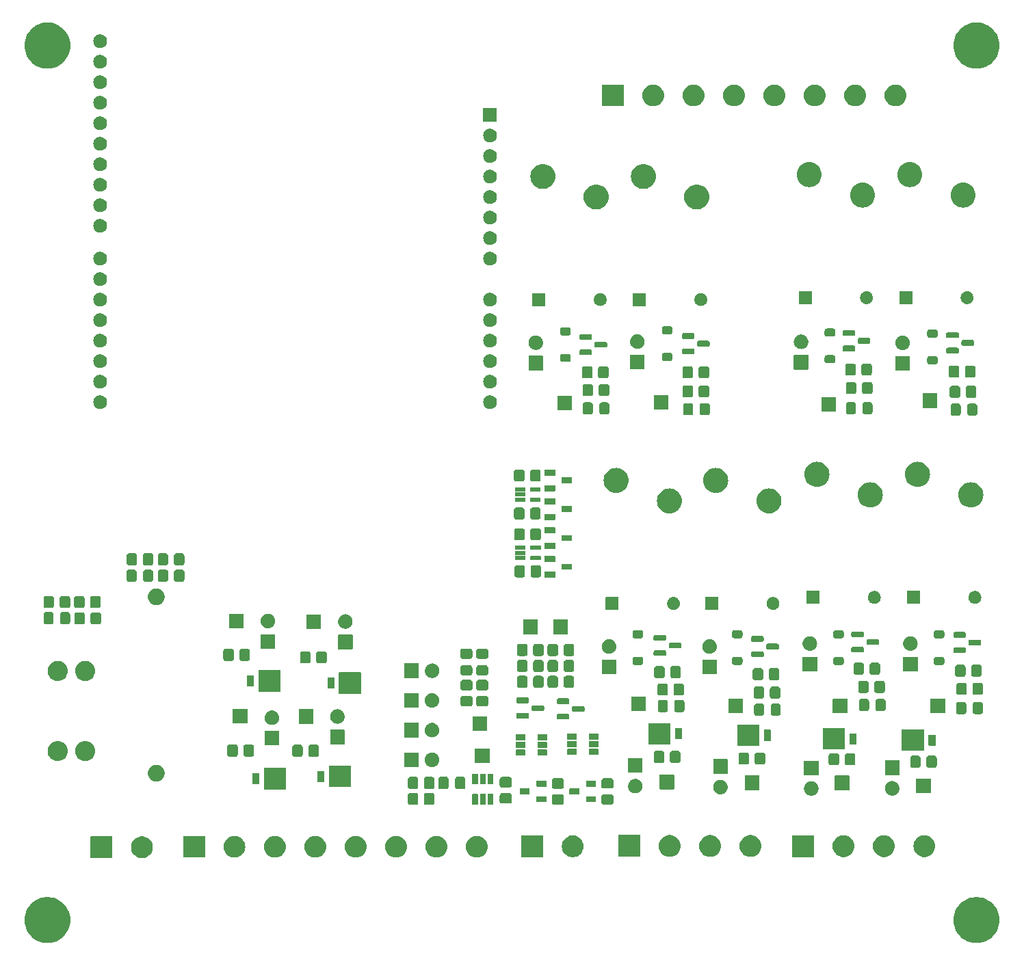
<source format=gts>
G04 #@! TF.GenerationSoftware,KiCad,Pcbnew,7.0.8*
G04 #@! TF.CreationDate,2024-02-03T20:12:02-05:00*
G04 #@! TF.ProjectId,Control Box,436f6e74-726f-46c2-9042-6f782e6b6963,rev?*
G04 #@! TF.SameCoordinates,Original*
G04 #@! TF.FileFunction,Soldermask,Top*
G04 #@! TF.FilePolarity,Negative*
%FSLAX46Y46*%
G04 Gerber Fmt 4.6, Leading zero omitted, Abs format (unit mm)*
G04 Created by KiCad (PCBNEW 7.0.8) date 2024-02-03 20:12:02*
%MOMM*%
%LPD*%
G01*
G04 APERTURE LIST*
G04 APERTURE END LIST*
G36*
X30495071Y-97192313D02*
G01*
X30817676Y-97268772D01*
X31129223Y-97382166D01*
X31425500Y-97530962D01*
X31702499Y-97713147D01*
X31956475Y-97926258D01*
X32183993Y-98167413D01*
X32381976Y-98433350D01*
X32547747Y-98720474D01*
X32679064Y-99024901D01*
X32774151Y-99342514D01*
X32831723Y-99669019D01*
X32851000Y-100000000D01*
X32831723Y-100330981D01*
X32774151Y-100657486D01*
X32679064Y-100975099D01*
X32547747Y-101279526D01*
X32381976Y-101566650D01*
X32183993Y-101832587D01*
X31956475Y-102073742D01*
X31702499Y-102286853D01*
X31425500Y-102469038D01*
X31129223Y-102617834D01*
X30817676Y-102731228D01*
X30495071Y-102807687D01*
X30165771Y-102846177D01*
X29834229Y-102846177D01*
X29504929Y-102807687D01*
X29182324Y-102731228D01*
X28870777Y-102617834D01*
X28574500Y-102469038D01*
X28297501Y-102286853D01*
X28043525Y-102073742D01*
X27816007Y-101832587D01*
X27618024Y-101566650D01*
X27452253Y-101279526D01*
X27320936Y-100975099D01*
X27225849Y-100657486D01*
X27168277Y-100330981D01*
X27149000Y-100000000D01*
X27168277Y-99669019D01*
X27225849Y-99342514D01*
X27320936Y-99024901D01*
X27452253Y-98720474D01*
X27618024Y-98433350D01*
X27816007Y-98167413D01*
X28043525Y-97926258D01*
X28297501Y-97713147D01*
X28574500Y-97530962D01*
X28870777Y-97382166D01*
X29182324Y-97268772D01*
X29504929Y-97192313D01*
X29834229Y-97153823D01*
X30165771Y-97153823D01*
X30495071Y-97192313D01*
G37*
G36*
X145495071Y-97192313D02*
G01*
X145817676Y-97268772D01*
X146129223Y-97382166D01*
X146425500Y-97530962D01*
X146702499Y-97713147D01*
X146956475Y-97926258D01*
X147183993Y-98167413D01*
X147381976Y-98433350D01*
X147547747Y-98720474D01*
X147679064Y-99024901D01*
X147774151Y-99342514D01*
X147831723Y-99669019D01*
X147851000Y-100000000D01*
X147831723Y-100330981D01*
X147774151Y-100657486D01*
X147679064Y-100975099D01*
X147547747Y-101279526D01*
X147381976Y-101566650D01*
X147183993Y-101832587D01*
X146956475Y-102073742D01*
X146702499Y-102286853D01*
X146425500Y-102469038D01*
X146129223Y-102617834D01*
X145817676Y-102731228D01*
X145495071Y-102807687D01*
X145165771Y-102846177D01*
X144834229Y-102846177D01*
X144504929Y-102807687D01*
X144182324Y-102731228D01*
X143870777Y-102617834D01*
X143574500Y-102469038D01*
X143297501Y-102286853D01*
X143043525Y-102073742D01*
X142816007Y-101832587D01*
X142618024Y-101566650D01*
X142452253Y-101279526D01*
X142320936Y-100975099D01*
X142225849Y-100657486D01*
X142168277Y-100330981D01*
X142149000Y-100000000D01*
X142168277Y-99669019D01*
X142225849Y-99342514D01*
X142320936Y-99024901D01*
X142452253Y-98720474D01*
X142618024Y-98433350D01*
X142816007Y-98167413D01*
X143043525Y-97926258D01*
X143297501Y-97713147D01*
X143574500Y-97530962D01*
X143870777Y-97382166D01*
X144182324Y-97268772D01*
X144504929Y-97192313D01*
X144834229Y-97153823D01*
X145165771Y-97153823D01*
X145495071Y-97192313D01*
G37*
G36*
X38019517Y-89627882D02*
G01*
X38036062Y-89638938D01*
X38047118Y-89655483D01*
X38051000Y-89675000D01*
X38051000Y-92275000D01*
X38047118Y-92294517D01*
X38036062Y-92311062D01*
X38019517Y-92322118D01*
X38000000Y-92326000D01*
X35400000Y-92326000D01*
X35380483Y-92322118D01*
X35363938Y-92311062D01*
X35352882Y-92294517D01*
X35349000Y-92275000D01*
X35349000Y-89675000D01*
X35352882Y-89655483D01*
X35363938Y-89638938D01*
X35380483Y-89627882D01*
X35400000Y-89624000D01*
X38000000Y-89624000D01*
X38019517Y-89627882D01*
G37*
G36*
X42031651Y-89665340D02*
G01*
X42242691Y-89737790D01*
X42438927Y-89843988D01*
X42615007Y-89981037D01*
X42766129Y-90145199D01*
X42888169Y-90331995D01*
X42977799Y-90536331D01*
X43032574Y-90752633D01*
X43051000Y-90975000D01*
X43032574Y-91197367D01*
X42977799Y-91413669D01*
X42888169Y-91618005D01*
X42766129Y-91804801D01*
X42615007Y-91968963D01*
X42438927Y-92106012D01*
X42242691Y-92212210D01*
X42031651Y-92284660D01*
X41811565Y-92321386D01*
X41588435Y-92321386D01*
X41368349Y-92284660D01*
X41157309Y-92212210D01*
X40961073Y-92106012D01*
X40784993Y-91968963D01*
X40633871Y-91804801D01*
X40511831Y-91618005D01*
X40422201Y-91413669D01*
X40367426Y-91197367D01*
X40349000Y-90975000D01*
X40367426Y-90752633D01*
X40422201Y-90536331D01*
X40511831Y-90331995D01*
X40633871Y-90145199D01*
X40784993Y-89981037D01*
X40961073Y-89843988D01*
X41157309Y-89737790D01*
X41368349Y-89665340D01*
X41588435Y-89628614D01*
X41811565Y-89628614D01*
X42031651Y-89665340D01*
G37*
G36*
X49469517Y-89577882D02*
G01*
X49486062Y-89588938D01*
X49497118Y-89605483D01*
X49501000Y-89625000D01*
X49501000Y-92225000D01*
X49497118Y-92244517D01*
X49486062Y-92261062D01*
X49469517Y-92272118D01*
X49450000Y-92276000D01*
X46850000Y-92276000D01*
X46830483Y-92272118D01*
X46813938Y-92261062D01*
X46802882Y-92244517D01*
X46799000Y-92225000D01*
X46799000Y-89625000D01*
X46802882Y-89605483D01*
X46813938Y-89588938D01*
X46830483Y-89577882D01*
X46850000Y-89574000D01*
X49450000Y-89574000D01*
X49469517Y-89577882D01*
G37*
G36*
X53481651Y-89615340D02*
G01*
X53692691Y-89687790D01*
X53888927Y-89793988D01*
X54065007Y-89931037D01*
X54216129Y-90095199D01*
X54338169Y-90281995D01*
X54427799Y-90486331D01*
X54482574Y-90702633D01*
X54501000Y-90925000D01*
X54482574Y-91147367D01*
X54427799Y-91363669D01*
X54338169Y-91568005D01*
X54216129Y-91754801D01*
X54065007Y-91918963D01*
X53888927Y-92056012D01*
X53692691Y-92162210D01*
X53481651Y-92234660D01*
X53261565Y-92271386D01*
X53038435Y-92271386D01*
X52818349Y-92234660D01*
X52607309Y-92162210D01*
X52411073Y-92056012D01*
X52234993Y-91918963D01*
X52083871Y-91754801D01*
X51961831Y-91568005D01*
X51872201Y-91363669D01*
X51817426Y-91147367D01*
X51799000Y-90925000D01*
X51817426Y-90702633D01*
X51872201Y-90486331D01*
X51961831Y-90281995D01*
X52083871Y-90095199D01*
X52234993Y-89931037D01*
X52411073Y-89793988D01*
X52607309Y-89687790D01*
X52818349Y-89615340D01*
X53038435Y-89578614D01*
X53261565Y-89578614D01*
X53481651Y-89615340D01*
G37*
G36*
X58481651Y-89615340D02*
G01*
X58692691Y-89687790D01*
X58888927Y-89793988D01*
X59065007Y-89931037D01*
X59216129Y-90095199D01*
X59338169Y-90281995D01*
X59427799Y-90486331D01*
X59482574Y-90702633D01*
X59501000Y-90925000D01*
X59482574Y-91147367D01*
X59427799Y-91363669D01*
X59338169Y-91568005D01*
X59216129Y-91754801D01*
X59065007Y-91918963D01*
X58888927Y-92056012D01*
X58692691Y-92162210D01*
X58481651Y-92234660D01*
X58261565Y-92271386D01*
X58038435Y-92271386D01*
X57818349Y-92234660D01*
X57607309Y-92162210D01*
X57411073Y-92056012D01*
X57234993Y-91918963D01*
X57083871Y-91754801D01*
X56961831Y-91568005D01*
X56872201Y-91363669D01*
X56817426Y-91147367D01*
X56799000Y-90925000D01*
X56817426Y-90702633D01*
X56872201Y-90486331D01*
X56961831Y-90281995D01*
X57083871Y-90095199D01*
X57234993Y-89931037D01*
X57411073Y-89793988D01*
X57607309Y-89687790D01*
X57818349Y-89615340D01*
X58038435Y-89578614D01*
X58261565Y-89578614D01*
X58481651Y-89615340D01*
G37*
G36*
X63481651Y-89615340D02*
G01*
X63692691Y-89687790D01*
X63888927Y-89793988D01*
X64065007Y-89931037D01*
X64216129Y-90095199D01*
X64338169Y-90281995D01*
X64427799Y-90486331D01*
X64482574Y-90702633D01*
X64501000Y-90925000D01*
X64482574Y-91147367D01*
X64427799Y-91363669D01*
X64338169Y-91568005D01*
X64216129Y-91754801D01*
X64065007Y-91918963D01*
X63888927Y-92056012D01*
X63692691Y-92162210D01*
X63481651Y-92234660D01*
X63261565Y-92271386D01*
X63038435Y-92271386D01*
X62818349Y-92234660D01*
X62607309Y-92162210D01*
X62411073Y-92056012D01*
X62234993Y-91918963D01*
X62083871Y-91754801D01*
X61961831Y-91568005D01*
X61872201Y-91363669D01*
X61817426Y-91147367D01*
X61799000Y-90925000D01*
X61817426Y-90702633D01*
X61872201Y-90486331D01*
X61961831Y-90281995D01*
X62083871Y-90095199D01*
X62234993Y-89931037D01*
X62411073Y-89793988D01*
X62607309Y-89687790D01*
X62818349Y-89615340D01*
X63038435Y-89578614D01*
X63261565Y-89578614D01*
X63481651Y-89615340D01*
G37*
G36*
X68481651Y-89615340D02*
G01*
X68692691Y-89687790D01*
X68888927Y-89793988D01*
X69065007Y-89931037D01*
X69216129Y-90095199D01*
X69338169Y-90281995D01*
X69427799Y-90486331D01*
X69482574Y-90702633D01*
X69501000Y-90925000D01*
X69482574Y-91147367D01*
X69427799Y-91363669D01*
X69338169Y-91568005D01*
X69216129Y-91754801D01*
X69065007Y-91918963D01*
X68888927Y-92056012D01*
X68692691Y-92162210D01*
X68481651Y-92234660D01*
X68261565Y-92271386D01*
X68038435Y-92271386D01*
X67818349Y-92234660D01*
X67607309Y-92162210D01*
X67411073Y-92056012D01*
X67234993Y-91918963D01*
X67083871Y-91754801D01*
X66961831Y-91568005D01*
X66872201Y-91363669D01*
X66817426Y-91147367D01*
X66799000Y-90925000D01*
X66817426Y-90702633D01*
X66872201Y-90486331D01*
X66961831Y-90281995D01*
X67083871Y-90095199D01*
X67234993Y-89931037D01*
X67411073Y-89793988D01*
X67607309Y-89687790D01*
X67818349Y-89615340D01*
X68038435Y-89578614D01*
X68261565Y-89578614D01*
X68481651Y-89615340D01*
G37*
G36*
X73481651Y-89615340D02*
G01*
X73692691Y-89687790D01*
X73888927Y-89793988D01*
X74065007Y-89931037D01*
X74216129Y-90095199D01*
X74338169Y-90281995D01*
X74427799Y-90486331D01*
X74482574Y-90702633D01*
X74501000Y-90925000D01*
X74482574Y-91147367D01*
X74427799Y-91363669D01*
X74338169Y-91568005D01*
X74216129Y-91754801D01*
X74065007Y-91918963D01*
X73888927Y-92056012D01*
X73692691Y-92162210D01*
X73481651Y-92234660D01*
X73261565Y-92271386D01*
X73038435Y-92271386D01*
X72818349Y-92234660D01*
X72607309Y-92162210D01*
X72411073Y-92056012D01*
X72234993Y-91918963D01*
X72083871Y-91754801D01*
X71961831Y-91568005D01*
X71872201Y-91363669D01*
X71817426Y-91147367D01*
X71799000Y-90925000D01*
X71817426Y-90702633D01*
X71872201Y-90486331D01*
X71961831Y-90281995D01*
X72083871Y-90095199D01*
X72234993Y-89931037D01*
X72411073Y-89793988D01*
X72607309Y-89687790D01*
X72818349Y-89615340D01*
X73038435Y-89578614D01*
X73261565Y-89578614D01*
X73481651Y-89615340D01*
G37*
G36*
X78481651Y-89615340D02*
G01*
X78692691Y-89687790D01*
X78888927Y-89793988D01*
X79065007Y-89931037D01*
X79216129Y-90095199D01*
X79338169Y-90281995D01*
X79427799Y-90486331D01*
X79482574Y-90702633D01*
X79501000Y-90925000D01*
X79482574Y-91147367D01*
X79427799Y-91363669D01*
X79338169Y-91568005D01*
X79216129Y-91754801D01*
X79065007Y-91918963D01*
X78888927Y-92056012D01*
X78692691Y-92162210D01*
X78481651Y-92234660D01*
X78261565Y-92271386D01*
X78038435Y-92271386D01*
X77818349Y-92234660D01*
X77607309Y-92162210D01*
X77411073Y-92056012D01*
X77234993Y-91918963D01*
X77083871Y-91754801D01*
X76961831Y-91568005D01*
X76872201Y-91363669D01*
X76817426Y-91147367D01*
X76799000Y-90925000D01*
X76817426Y-90702633D01*
X76872201Y-90486331D01*
X76961831Y-90281995D01*
X77083871Y-90095199D01*
X77234993Y-89931037D01*
X77411073Y-89793988D01*
X77607309Y-89687790D01*
X77818349Y-89615340D01*
X78038435Y-89578614D01*
X78261565Y-89578614D01*
X78481651Y-89615340D01*
G37*
G36*
X83481651Y-89615340D02*
G01*
X83692691Y-89687790D01*
X83888927Y-89793988D01*
X84065007Y-89931037D01*
X84216129Y-90095199D01*
X84338169Y-90281995D01*
X84427799Y-90486331D01*
X84482574Y-90702633D01*
X84501000Y-90925000D01*
X84482574Y-91147367D01*
X84427799Y-91363669D01*
X84338169Y-91568005D01*
X84216129Y-91754801D01*
X84065007Y-91918963D01*
X83888927Y-92056012D01*
X83692691Y-92162210D01*
X83481651Y-92234660D01*
X83261565Y-92271386D01*
X83038435Y-92271386D01*
X82818349Y-92234660D01*
X82607309Y-92162210D01*
X82411073Y-92056012D01*
X82234993Y-91918963D01*
X82083871Y-91754801D01*
X81961831Y-91568005D01*
X81872201Y-91363669D01*
X81817426Y-91147367D01*
X81799000Y-90925000D01*
X81817426Y-90702633D01*
X81872201Y-90486331D01*
X81961831Y-90281995D01*
X82083871Y-90095199D01*
X82234993Y-89931037D01*
X82411073Y-89793988D01*
X82607309Y-89687790D01*
X82818349Y-89615340D01*
X83038435Y-89578614D01*
X83261565Y-89578614D01*
X83481651Y-89615340D01*
G37*
G36*
X91344517Y-89527882D02*
G01*
X91361062Y-89538938D01*
X91372118Y-89555483D01*
X91376000Y-89575000D01*
X91376000Y-92175000D01*
X91372118Y-92194517D01*
X91361062Y-92211062D01*
X91344517Y-92222118D01*
X91325000Y-92226000D01*
X88725000Y-92226000D01*
X88705483Y-92222118D01*
X88688938Y-92211062D01*
X88677882Y-92194517D01*
X88674000Y-92175000D01*
X88674000Y-89575000D01*
X88677882Y-89555483D01*
X88688938Y-89538938D01*
X88705483Y-89527882D01*
X88725000Y-89524000D01*
X91325000Y-89524000D01*
X91344517Y-89527882D01*
G37*
G36*
X95356651Y-89565340D02*
G01*
X95567691Y-89637790D01*
X95763927Y-89743988D01*
X95940007Y-89881037D01*
X96091129Y-90045199D01*
X96213169Y-90231995D01*
X96302799Y-90436331D01*
X96357574Y-90652633D01*
X96376000Y-90875000D01*
X96357574Y-91097367D01*
X96302799Y-91313669D01*
X96213169Y-91518005D01*
X96091129Y-91704801D01*
X95940007Y-91868963D01*
X95763927Y-92006012D01*
X95567691Y-92112210D01*
X95356651Y-92184660D01*
X95136565Y-92221386D01*
X94913435Y-92221386D01*
X94693349Y-92184660D01*
X94482309Y-92112210D01*
X94286073Y-92006012D01*
X94109993Y-91868963D01*
X93958871Y-91704801D01*
X93836831Y-91518005D01*
X93747201Y-91313669D01*
X93692426Y-91097367D01*
X93674000Y-90875000D01*
X93692426Y-90652633D01*
X93747201Y-90436331D01*
X93836831Y-90231995D01*
X93958871Y-90045199D01*
X94109993Y-89881037D01*
X94286073Y-89743988D01*
X94482309Y-89637790D01*
X94693349Y-89565340D01*
X94913435Y-89528614D01*
X95136565Y-89528614D01*
X95356651Y-89565340D01*
G37*
G36*
X124859517Y-89502882D02*
G01*
X124876062Y-89513938D01*
X124887118Y-89530483D01*
X124891000Y-89550000D01*
X124891000Y-92150000D01*
X124887118Y-92169517D01*
X124876062Y-92186062D01*
X124859517Y-92197118D01*
X124840000Y-92201000D01*
X122240000Y-92201000D01*
X122220483Y-92197118D01*
X122203938Y-92186062D01*
X122192882Y-92169517D01*
X122189000Y-92150000D01*
X122189000Y-89550000D01*
X122192882Y-89530483D01*
X122203938Y-89513938D01*
X122220483Y-89502882D01*
X122240000Y-89499000D01*
X124840000Y-89499000D01*
X124859517Y-89502882D01*
G37*
G36*
X128871651Y-89540340D02*
G01*
X129082691Y-89612790D01*
X129278927Y-89718988D01*
X129455007Y-89856037D01*
X129606129Y-90020199D01*
X129728169Y-90206995D01*
X129817799Y-90411331D01*
X129872574Y-90627633D01*
X129891000Y-90850000D01*
X129872574Y-91072367D01*
X129817799Y-91288669D01*
X129728169Y-91493005D01*
X129606129Y-91679801D01*
X129455007Y-91843963D01*
X129278927Y-91981012D01*
X129082691Y-92087210D01*
X128871651Y-92159660D01*
X128651565Y-92196386D01*
X128428435Y-92196386D01*
X128208349Y-92159660D01*
X127997309Y-92087210D01*
X127801073Y-91981012D01*
X127624993Y-91843963D01*
X127473871Y-91679801D01*
X127351831Y-91493005D01*
X127262201Y-91288669D01*
X127207426Y-91072367D01*
X127189000Y-90850000D01*
X127207426Y-90627633D01*
X127262201Y-90411331D01*
X127351831Y-90206995D01*
X127473871Y-90020199D01*
X127624993Y-89856037D01*
X127801073Y-89718988D01*
X127997309Y-89612790D01*
X128208349Y-89540340D01*
X128428435Y-89503614D01*
X128651565Y-89503614D01*
X128871651Y-89540340D01*
G37*
G36*
X133871651Y-89540340D02*
G01*
X134082691Y-89612790D01*
X134278927Y-89718988D01*
X134455007Y-89856037D01*
X134606129Y-90020199D01*
X134728169Y-90206995D01*
X134817799Y-90411331D01*
X134872574Y-90627633D01*
X134891000Y-90850000D01*
X134872574Y-91072367D01*
X134817799Y-91288669D01*
X134728169Y-91493005D01*
X134606129Y-91679801D01*
X134455007Y-91843963D01*
X134278927Y-91981012D01*
X134082691Y-92087210D01*
X133871651Y-92159660D01*
X133651565Y-92196386D01*
X133428435Y-92196386D01*
X133208349Y-92159660D01*
X132997309Y-92087210D01*
X132801073Y-91981012D01*
X132624993Y-91843963D01*
X132473871Y-91679801D01*
X132351831Y-91493005D01*
X132262201Y-91288669D01*
X132207426Y-91072367D01*
X132189000Y-90850000D01*
X132207426Y-90627633D01*
X132262201Y-90411331D01*
X132351831Y-90206995D01*
X132473871Y-90020199D01*
X132624993Y-89856037D01*
X132801073Y-89718988D01*
X132997309Y-89612790D01*
X133208349Y-89540340D01*
X133428435Y-89503614D01*
X133651565Y-89503614D01*
X133871651Y-89540340D01*
G37*
G36*
X138871651Y-89540340D02*
G01*
X139082691Y-89612790D01*
X139278927Y-89718988D01*
X139455007Y-89856037D01*
X139606129Y-90020199D01*
X139728169Y-90206995D01*
X139817799Y-90411331D01*
X139872574Y-90627633D01*
X139891000Y-90850000D01*
X139872574Y-91072367D01*
X139817799Y-91288669D01*
X139728169Y-91493005D01*
X139606129Y-91679801D01*
X139455007Y-91843963D01*
X139278927Y-91981012D01*
X139082691Y-92087210D01*
X138871651Y-92159660D01*
X138651565Y-92196386D01*
X138428435Y-92196386D01*
X138208349Y-92159660D01*
X137997309Y-92087210D01*
X137801073Y-91981012D01*
X137624993Y-91843963D01*
X137473871Y-91679801D01*
X137351831Y-91493005D01*
X137262201Y-91288669D01*
X137207426Y-91072367D01*
X137189000Y-90850000D01*
X137207426Y-90627633D01*
X137262201Y-90411331D01*
X137351831Y-90206995D01*
X137473871Y-90020199D01*
X137624993Y-89856037D01*
X137801073Y-89718988D01*
X137997309Y-89612790D01*
X138208349Y-89540340D01*
X138428435Y-89503614D01*
X138651565Y-89503614D01*
X138871651Y-89540340D01*
G37*
G36*
X103344517Y-89477882D02*
G01*
X103361062Y-89488938D01*
X103372118Y-89505483D01*
X103376000Y-89525000D01*
X103376000Y-92125000D01*
X103372118Y-92144517D01*
X103361062Y-92161062D01*
X103344517Y-92172118D01*
X103325000Y-92176000D01*
X100725000Y-92176000D01*
X100705483Y-92172118D01*
X100688938Y-92161062D01*
X100677882Y-92144517D01*
X100674000Y-92125000D01*
X100674000Y-89525000D01*
X100677882Y-89505483D01*
X100688938Y-89488938D01*
X100705483Y-89477882D01*
X100725000Y-89474000D01*
X103325000Y-89474000D01*
X103344517Y-89477882D01*
G37*
G36*
X107356651Y-89515340D02*
G01*
X107567691Y-89587790D01*
X107763927Y-89693988D01*
X107940007Y-89831037D01*
X108091129Y-89995199D01*
X108213169Y-90181995D01*
X108302799Y-90386331D01*
X108357574Y-90602633D01*
X108376000Y-90825000D01*
X108357574Y-91047367D01*
X108302799Y-91263669D01*
X108213169Y-91468005D01*
X108091129Y-91654801D01*
X107940007Y-91818963D01*
X107763927Y-91956012D01*
X107567691Y-92062210D01*
X107356651Y-92134660D01*
X107136565Y-92171386D01*
X106913435Y-92171386D01*
X106693349Y-92134660D01*
X106482309Y-92062210D01*
X106286073Y-91956012D01*
X106109993Y-91818963D01*
X105958871Y-91654801D01*
X105836831Y-91468005D01*
X105747201Y-91263669D01*
X105692426Y-91047367D01*
X105674000Y-90825000D01*
X105692426Y-90602633D01*
X105747201Y-90386331D01*
X105836831Y-90181995D01*
X105958871Y-89995199D01*
X106109993Y-89831037D01*
X106286073Y-89693988D01*
X106482309Y-89587790D01*
X106693349Y-89515340D01*
X106913435Y-89478614D01*
X107136565Y-89478614D01*
X107356651Y-89515340D01*
G37*
G36*
X112356651Y-89515340D02*
G01*
X112567691Y-89587790D01*
X112763927Y-89693988D01*
X112940007Y-89831037D01*
X113091129Y-89995199D01*
X113213169Y-90181995D01*
X113302799Y-90386331D01*
X113357574Y-90602633D01*
X113376000Y-90825000D01*
X113357574Y-91047367D01*
X113302799Y-91263669D01*
X113213169Y-91468005D01*
X113091129Y-91654801D01*
X112940007Y-91818963D01*
X112763927Y-91956012D01*
X112567691Y-92062210D01*
X112356651Y-92134660D01*
X112136565Y-92171386D01*
X111913435Y-92171386D01*
X111693349Y-92134660D01*
X111482309Y-92062210D01*
X111286073Y-91956012D01*
X111109993Y-91818963D01*
X110958871Y-91654801D01*
X110836831Y-91468005D01*
X110747201Y-91263669D01*
X110692426Y-91047367D01*
X110674000Y-90825000D01*
X110692426Y-90602633D01*
X110747201Y-90386331D01*
X110836831Y-90181995D01*
X110958871Y-89995199D01*
X111109993Y-89831037D01*
X111286073Y-89693988D01*
X111482309Y-89587790D01*
X111693349Y-89515340D01*
X111913435Y-89478614D01*
X112136565Y-89478614D01*
X112356651Y-89515340D01*
G37*
G36*
X117356651Y-89515340D02*
G01*
X117567691Y-89587790D01*
X117763927Y-89693988D01*
X117940007Y-89831037D01*
X118091129Y-89995199D01*
X118213169Y-90181995D01*
X118302799Y-90386331D01*
X118357574Y-90602633D01*
X118376000Y-90825000D01*
X118357574Y-91047367D01*
X118302799Y-91263669D01*
X118213169Y-91468005D01*
X118091129Y-91654801D01*
X117940007Y-91818963D01*
X117763927Y-91956012D01*
X117567691Y-92062210D01*
X117356651Y-92134660D01*
X117136565Y-92171386D01*
X116913435Y-92171386D01*
X116693349Y-92134660D01*
X116482309Y-92062210D01*
X116286073Y-91956012D01*
X116109993Y-91818963D01*
X115958871Y-91654801D01*
X115836831Y-91468005D01*
X115747201Y-91263669D01*
X115692426Y-91047367D01*
X115674000Y-90825000D01*
X115692426Y-90602633D01*
X115747201Y-90386331D01*
X115836831Y-90181995D01*
X115958871Y-89995199D01*
X116109993Y-89831037D01*
X116286073Y-89693988D01*
X116482309Y-89587790D01*
X116693349Y-89515340D01*
X116913435Y-89478614D01*
X117136565Y-89478614D01*
X117356651Y-89515340D01*
G37*
G36*
X75668914Y-84256995D02*
G01*
X75677612Y-84260835D01*
X75685212Y-84261943D01*
X75732718Y-84285167D01*
X75770106Y-84301676D01*
X75773567Y-84305137D01*
X75774501Y-84305594D01*
X75844405Y-84375498D01*
X75844861Y-84376431D01*
X75848324Y-84379894D01*
X75864836Y-84417291D01*
X75888056Y-84464787D01*
X75889162Y-84472384D01*
X75893005Y-84481086D01*
X75901000Y-84550000D01*
X75901000Y-85450000D01*
X75893005Y-85518914D01*
X75889162Y-85527615D01*
X75888056Y-85535212D01*
X75864841Y-85582697D01*
X75848324Y-85620106D01*
X75844860Y-85623569D01*
X75844405Y-85624501D01*
X75774501Y-85694405D01*
X75773569Y-85694860D01*
X75770106Y-85698324D01*
X75732697Y-85714841D01*
X75685212Y-85738056D01*
X75677615Y-85739162D01*
X75668914Y-85743005D01*
X75600000Y-85751000D01*
X74900000Y-85751000D01*
X74831086Y-85743005D01*
X74822384Y-85739162D01*
X74814787Y-85738056D01*
X74767291Y-85714836D01*
X74729894Y-85698324D01*
X74726431Y-85694861D01*
X74725498Y-85694405D01*
X74655594Y-85624501D01*
X74655137Y-85623567D01*
X74651676Y-85620106D01*
X74635167Y-85582718D01*
X74611943Y-85535212D01*
X74610835Y-85527612D01*
X74606995Y-85518914D01*
X74599000Y-85450000D01*
X74599000Y-84550000D01*
X74606995Y-84481086D01*
X74610835Y-84472387D01*
X74611943Y-84464787D01*
X74635172Y-84417270D01*
X74651676Y-84379894D01*
X74655136Y-84376433D01*
X74655594Y-84375498D01*
X74725498Y-84305594D01*
X74726433Y-84305136D01*
X74729894Y-84301676D01*
X74767270Y-84285172D01*
X74814787Y-84261943D01*
X74822387Y-84260835D01*
X74831086Y-84256995D01*
X74900000Y-84249000D01*
X75600000Y-84249000D01*
X75668914Y-84256995D01*
G37*
G36*
X77668914Y-84256995D02*
G01*
X77677612Y-84260835D01*
X77685212Y-84261943D01*
X77732718Y-84285167D01*
X77770106Y-84301676D01*
X77773567Y-84305137D01*
X77774501Y-84305594D01*
X77844405Y-84375498D01*
X77844861Y-84376431D01*
X77848324Y-84379894D01*
X77864836Y-84417291D01*
X77888056Y-84464787D01*
X77889162Y-84472384D01*
X77893005Y-84481086D01*
X77901000Y-84550000D01*
X77901000Y-85450000D01*
X77893005Y-85518914D01*
X77889162Y-85527615D01*
X77888056Y-85535212D01*
X77864841Y-85582697D01*
X77848324Y-85620106D01*
X77844860Y-85623569D01*
X77844405Y-85624501D01*
X77774501Y-85694405D01*
X77773569Y-85694860D01*
X77770106Y-85698324D01*
X77732697Y-85714841D01*
X77685212Y-85738056D01*
X77677615Y-85739162D01*
X77668914Y-85743005D01*
X77600000Y-85751000D01*
X76900000Y-85751000D01*
X76831086Y-85743005D01*
X76822384Y-85739162D01*
X76814787Y-85738056D01*
X76767291Y-85714836D01*
X76729894Y-85698324D01*
X76726431Y-85694861D01*
X76725498Y-85694405D01*
X76655594Y-85624501D01*
X76655137Y-85623567D01*
X76651676Y-85620106D01*
X76635167Y-85582718D01*
X76611943Y-85535212D01*
X76610835Y-85527612D01*
X76606995Y-85518914D01*
X76599000Y-85450000D01*
X76599000Y-84550000D01*
X76606995Y-84481086D01*
X76610835Y-84472387D01*
X76611943Y-84464787D01*
X76635172Y-84417270D01*
X76651676Y-84379894D01*
X76655136Y-84376433D01*
X76655594Y-84375498D01*
X76725498Y-84305594D01*
X76726433Y-84305136D01*
X76729894Y-84301676D01*
X76767270Y-84285172D01*
X76814787Y-84261943D01*
X76822387Y-84260835D01*
X76831086Y-84256995D01*
X76900000Y-84249000D01*
X77600000Y-84249000D01*
X77668914Y-84256995D01*
G37*
G36*
X93693914Y-84431995D02*
G01*
X93702612Y-84435835D01*
X93710212Y-84436943D01*
X93757718Y-84460167D01*
X93795106Y-84476676D01*
X93798567Y-84480137D01*
X93799501Y-84480594D01*
X93869405Y-84550498D01*
X93869861Y-84551431D01*
X93873324Y-84554894D01*
X93889836Y-84592291D01*
X93913056Y-84639787D01*
X93914162Y-84647384D01*
X93918005Y-84656086D01*
X93926000Y-84725000D01*
X93926000Y-85425000D01*
X93918005Y-85493914D01*
X93914162Y-85502615D01*
X93913056Y-85510212D01*
X93889841Y-85557697D01*
X93873324Y-85595106D01*
X93869860Y-85598569D01*
X93869405Y-85599501D01*
X93799501Y-85669405D01*
X93798569Y-85669860D01*
X93795106Y-85673324D01*
X93757697Y-85689841D01*
X93710212Y-85713056D01*
X93702615Y-85714162D01*
X93693914Y-85718005D01*
X93625000Y-85726000D01*
X92725000Y-85726000D01*
X92656086Y-85718005D01*
X92647384Y-85714162D01*
X92639787Y-85713056D01*
X92592291Y-85689836D01*
X92554894Y-85673324D01*
X92551431Y-85669861D01*
X92550498Y-85669405D01*
X92480594Y-85599501D01*
X92480137Y-85598567D01*
X92476676Y-85595106D01*
X92460167Y-85557718D01*
X92436943Y-85510212D01*
X92435835Y-85502612D01*
X92431995Y-85493914D01*
X92424000Y-85425000D01*
X92424000Y-84725000D01*
X92431995Y-84656086D01*
X92435835Y-84647387D01*
X92436943Y-84639787D01*
X92460172Y-84592270D01*
X92476676Y-84554894D01*
X92480136Y-84551433D01*
X92480594Y-84550498D01*
X92550498Y-84480594D01*
X92551433Y-84480136D01*
X92554894Y-84476676D01*
X92592270Y-84460172D01*
X92639787Y-84436943D01*
X92647387Y-84435835D01*
X92656086Y-84431995D01*
X92725000Y-84424000D01*
X93625000Y-84424000D01*
X93693914Y-84431995D01*
G37*
G36*
X99832914Y-84430995D02*
G01*
X99841612Y-84434835D01*
X99849212Y-84435943D01*
X99896718Y-84459167D01*
X99934106Y-84475676D01*
X99937567Y-84479137D01*
X99938501Y-84479594D01*
X100008405Y-84549498D01*
X100008861Y-84550431D01*
X100012324Y-84553894D01*
X100028836Y-84591291D01*
X100052056Y-84638787D01*
X100053162Y-84646384D01*
X100057005Y-84655086D01*
X100065000Y-84724000D01*
X100065000Y-85424000D01*
X100057005Y-85492914D01*
X100053162Y-85501615D01*
X100052056Y-85509212D01*
X100028841Y-85556697D01*
X100012324Y-85594106D01*
X100008860Y-85597569D01*
X100008405Y-85598501D01*
X99938501Y-85668405D01*
X99937569Y-85668860D01*
X99934106Y-85672324D01*
X99896697Y-85688841D01*
X99849212Y-85712056D01*
X99841615Y-85713162D01*
X99832914Y-85717005D01*
X99764000Y-85725000D01*
X98864000Y-85725000D01*
X98795086Y-85717005D01*
X98786384Y-85713162D01*
X98778787Y-85712056D01*
X98731291Y-85688836D01*
X98693894Y-85672324D01*
X98690431Y-85668861D01*
X98689498Y-85668405D01*
X98619594Y-85598501D01*
X98619137Y-85597567D01*
X98615676Y-85594106D01*
X98599167Y-85556718D01*
X98575943Y-85509212D01*
X98574835Y-85501612D01*
X98570995Y-85492914D01*
X98563000Y-85424000D01*
X98563000Y-84724000D01*
X98570995Y-84655086D01*
X98574835Y-84646387D01*
X98575943Y-84638787D01*
X98599172Y-84591270D01*
X98615676Y-84553894D01*
X98619136Y-84550433D01*
X98619594Y-84549498D01*
X98689498Y-84479594D01*
X98690433Y-84479136D01*
X98693894Y-84475676D01*
X98731270Y-84459172D01*
X98778787Y-84435943D01*
X98786387Y-84434835D01*
X98795086Y-84430995D01*
X98864000Y-84423000D01*
X99764000Y-84423000D01*
X99832914Y-84430995D01*
G37*
G36*
X83255517Y-84402882D02*
G01*
X83272062Y-84413938D01*
X83283118Y-84430483D01*
X83287000Y-84450000D01*
X83287000Y-85650000D01*
X83283118Y-85669517D01*
X83272062Y-85686062D01*
X83255517Y-85697118D01*
X83236000Y-85701000D01*
X82636000Y-85701000D01*
X82616483Y-85697118D01*
X82599938Y-85686062D01*
X82588882Y-85669517D01*
X82585000Y-85650000D01*
X82585000Y-84450000D01*
X82588882Y-84430483D01*
X82599938Y-84413938D01*
X82616483Y-84402882D01*
X82636000Y-84399000D01*
X83236000Y-84399000D01*
X83255517Y-84402882D01*
G37*
G36*
X84205517Y-84402882D02*
G01*
X84222062Y-84413938D01*
X84233118Y-84430483D01*
X84237000Y-84450000D01*
X84237000Y-85650000D01*
X84233118Y-85669517D01*
X84222062Y-85686062D01*
X84205517Y-85697118D01*
X84186000Y-85701000D01*
X83586000Y-85701000D01*
X83566483Y-85697118D01*
X83549938Y-85686062D01*
X83538882Y-85669517D01*
X83535000Y-85650000D01*
X83535000Y-84450000D01*
X83538882Y-84430483D01*
X83549938Y-84413938D01*
X83566483Y-84402882D01*
X83586000Y-84399000D01*
X84186000Y-84399000D01*
X84205517Y-84402882D01*
G37*
G36*
X85155517Y-84402882D02*
G01*
X85172062Y-84413938D01*
X85183118Y-84430483D01*
X85187000Y-84450000D01*
X85187000Y-85650000D01*
X85183118Y-85669517D01*
X85172062Y-85686062D01*
X85155517Y-85697118D01*
X85136000Y-85701000D01*
X84536000Y-85701000D01*
X84516483Y-85697118D01*
X84499938Y-85686062D01*
X84488882Y-85669517D01*
X84485000Y-85650000D01*
X84485000Y-84450000D01*
X84488882Y-84430483D01*
X84499938Y-84413938D01*
X84516483Y-84402882D01*
X84536000Y-84399000D01*
X85136000Y-84399000D01*
X85155517Y-84402882D01*
G37*
G36*
X87243914Y-84286995D02*
G01*
X87252612Y-84290835D01*
X87260212Y-84291943D01*
X87307718Y-84315167D01*
X87345106Y-84331676D01*
X87348567Y-84335137D01*
X87349501Y-84335594D01*
X87419405Y-84405498D01*
X87419861Y-84406431D01*
X87423324Y-84409894D01*
X87439836Y-84447291D01*
X87463056Y-84494787D01*
X87464162Y-84502384D01*
X87468005Y-84511086D01*
X87476000Y-84580000D01*
X87476000Y-85280000D01*
X87468005Y-85348914D01*
X87464162Y-85357615D01*
X87463056Y-85365212D01*
X87439841Y-85412697D01*
X87423324Y-85450106D01*
X87419860Y-85453569D01*
X87419405Y-85454501D01*
X87349501Y-85524405D01*
X87348569Y-85524860D01*
X87345106Y-85528324D01*
X87307697Y-85544841D01*
X87260212Y-85568056D01*
X87252615Y-85569162D01*
X87243914Y-85573005D01*
X87175000Y-85581000D01*
X86275000Y-85581000D01*
X86206086Y-85573005D01*
X86197384Y-85569162D01*
X86189787Y-85568056D01*
X86142291Y-85544836D01*
X86104894Y-85528324D01*
X86101431Y-85524861D01*
X86100498Y-85524405D01*
X86030594Y-85454501D01*
X86030137Y-85453567D01*
X86026676Y-85450106D01*
X86010167Y-85412718D01*
X85986943Y-85365212D01*
X85985835Y-85357612D01*
X85981995Y-85348914D01*
X85974000Y-85280000D01*
X85974000Y-84580000D01*
X85981995Y-84511086D01*
X85985835Y-84502387D01*
X85986943Y-84494787D01*
X86010172Y-84447270D01*
X86026676Y-84409894D01*
X86030136Y-84406433D01*
X86030594Y-84405498D01*
X86100498Y-84335594D01*
X86101433Y-84335136D01*
X86104894Y-84331676D01*
X86142270Y-84315172D01*
X86189787Y-84291943D01*
X86197387Y-84290835D01*
X86206086Y-84286995D01*
X86275000Y-84279000D01*
X87175000Y-84279000D01*
X87243914Y-84286995D01*
G37*
G36*
X91719517Y-84661882D02*
G01*
X91736062Y-84672938D01*
X91747118Y-84689483D01*
X91751000Y-84709000D01*
X91751000Y-85359000D01*
X91747118Y-85378517D01*
X91736062Y-85395062D01*
X91719517Y-85406118D01*
X91700000Y-85410000D01*
X90600000Y-85410000D01*
X90580483Y-85406118D01*
X90563938Y-85395062D01*
X90552882Y-85378517D01*
X90549000Y-85359000D01*
X90549000Y-84709000D01*
X90552882Y-84689483D01*
X90563938Y-84672938D01*
X90580483Y-84661882D01*
X90600000Y-84658000D01*
X91700000Y-84658000D01*
X91719517Y-84661882D01*
G37*
G36*
X97885517Y-84661882D02*
G01*
X97902062Y-84672938D01*
X97913118Y-84689483D01*
X97917000Y-84709000D01*
X97917000Y-85359000D01*
X97913118Y-85378517D01*
X97902062Y-85395062D01*
X97885517Y-85406118D01*
X97866000Y-85410000D01*
X96766000Y-85410000D01*
X96746483Y-85406118D01*
X96729938Y-85395062D01*
X96718882Y-85378517D01*
X96715000Y-85359000D01*
X96715000Y-84709000D01*
X96718882Y-84689483D01*
X96729938Y-84672938D01*
X96746483Y-84661882D01*
X96766000Y-84658000D01*
X97866000Y-84658000D01*
X97885517Y-84661882D01*
G37*
G36*
X124587668Y-82813936D02*
G01*
X124634180Y-82813936D01*
X124674343Y-82822472D01*
X124715728Y-82826549D01*
X124767724Y-82842321D01*
X124818424Y-82853098D01*
X124850863Y-82867540D01*
X124884707Y-82877807D01*
X124938486Y-82906553D01*
X124990500Y-82929711D01*
X125014686Y-82947283D01*
X125040432Y-82961045D01*
X125092953Y-83004148D01*
X125142887Y-83040427D01*
X125159097Y-83058431D01*
X125176932Y-83073067D01*
X125224853Y-83131459D01*
X125268924Y-83180405D01*
X125278183Y-83196443D01*
X125288954Y-83209567D01*
X125328807Y-83284126D01*
X125363104Y-83343530D01*
X125367048Y-83355668D01*
X125372192Y-83365292D01*
X125400542Y-83458754D01*
X125421311Y-83522672D01*
X125422042Y-83529630D01*
X125423450Y-83534271D01*
X125437153Y-83673399D01*
X125441000Y-83710000D01*
X125437152Y-83746604D01*
X125423450Y-83885728D01*
X125422042Y-83890367D01*
X125421311Y-83897328D01*
X125400538Y-83961259D01*
X125372192Y-84054707D01*
X125367048Y-84064328D01*
X125363104Y-84076470D01*
X125328800Y-84135885D01*
X125288954Y-84210432D01*
X125278185Y-84223553D01*
X125268924Y-84239595D01*
X125224844Y-84288550D01*
X125176932Y-84346932D01*
X125159101Y-84361565D01*
X125142887Y-84379573D01*
X125092943Y-84415859D01*
X125040432Y-84458954D01*
X125014691Y-84472712D01*
X124990500Y-84490289D01*
X124938475Y-84513451D01*
X124884707Y-84542192D01*
X124850870Y-84552456D01*
X124818424Y-84566902D01*
X124767713Y-84577680D01*
X124715728Y-84593450D01*
X124674351Y-84597525D01*
X124634180Y-84606064D01*
X124587658Y-84606064D01*
X124540000Y-84610758D01*
X124492342Y-84606064D01*
X124445820Y-84606064D01*
X124405648Y-84597525D01*
X124364271Y-84593450D01*
X124312283Y-84577680D01*
X124261576Y-84566902D01*
X124229131Y-84552456D01*
X124195292Y-84542192D01*
X124141518Y-84513449D01*
X124089500Y-84490289D01*
X124065311Y-84472714D01*
X124039567Y-84458954D01*
X123987047Y-84415853D01*
X123937113Y-84379573D01*
X123920901Y-84361568D01*
X123903067Y-84346932D01*
X123855144Y-84288538D01*
X123811076Y-84239595D01*
X123801816Y-84223557D01*
X123791045Y-84210432D01*
X123751186Y-84135862D01*
X123716896Y-84076470D01*
X123712952Y-84064333D01*
X123707807Y-84054707D01*
X123679446Y-83961213D01*
X123658689Y-83897328D01*
X123657957Y-83890372D01*
X123656549Y-83885728D01*
X123642831Y-83746452D01*
X123639000Y-83710000D01*
X123642831Y-83673550D01*
X123656549Y-83534271D01*
X123657958Y-83529625D01*
X123658689Y-83522672D01*
X123679442Y-83458801D01*
X123707807Y-83365292D01*
X123712953Y-83355663D01*
X123716896Y-83343530D01*
X123751178Y-83284150D01*
X123791045Y-83209567D01*
X123801818Y-83196439D01*
X123811076Y-83180405D01*
X123855135Y-83131472D01*
X123903067Y-83073067D01*
X123920904Y-83058427D01*
X123937113Y-83040427D01*
X123987037Y-83004154D01*
X124039567Y-82961045D01*
X124065316Y-82947281D01*
X124089500Y-82929711D01*
X124141507Y-82906555D01*
X124195292Y-82877807D01*
X124229138Y-82867539D01*
X124261576Y-82853098D01*
X124312272Y-82842322D01*
X124364271Y-82826549D01*
X124405657Y-82822472D01*
X124445820Y-82813936D01*
X124492331Y-82813936D01*
X124540000Y-82809241D01*
X124587668Y-82813936D01*
G37*
G36*
X134607668Y-82793936D02*
G01*
X134654180Y-82793936D01*
X134694343Y-82802472D01*
X134735728Y-82806549D01*
X134787724Y-82822321D01*
X134838424Y-82833098D01*
X134870863Y-82847540D01*
X134904707Y-82857807D01*
X134958486Y-82886553D01*
X135010500Y-82909711D01*
X135034686Y-82927283D01*
X135060432Y-82941045D01*
X135112953Y-82984148D01*
X135162887Y-83020427D01*
X135179097Y-83038431D01*
X135196932Y-83053067D01*
X135244853Y-83111459D01*
X135288924Y-83160405D01*
X135298183Y-83176443D01*
X135308954Y-83189567D01*
X135348807Y-83264126D01*
X135383104Y-83323530D01*
X135387048Y-83335668D01*
X135392192Y-83345292D01*
X135420542Y-83438754D01*
X135441311Y-83502672D01*
X135442042Y-83509630D01*
X135443450Y-83514271D01*
X135457153Y-83653399D01*
X135461000Y-83690000D01*
X135457152Y-83726604D01*
X135443450Y-83865728D01*
X135442042Y-83870367D01*
X135441311Y-83877328D01*
X135420538Y-83941259D01*
X135392192Y-84034707D01*
X135387048Y-84044328D01*
X135383104Y-84056470D01*
X135348800Y-84115885D01*
X135308954Y-84190432D01*
X135298185Y-84203553D01*
X135288924Y-84219595D01*
X135244844Y-84268550D01*
X135196932Y-84326932D01*
X135179101Y-84341565D01*
X135162887Y-84359573D01*
X135112943Y-84395859D01*
X135060432Y-84438954D01*
X135034691Y-84452712D01*
X135010500Y-84470289D01*
X134958475Y-84493451D01*
X134904707Y-84522192D01*
X134870870Y-84532456D01*
X134838424Y-84546902D01*
X134787713Y-84557680D01*
X134735728Y-84573450D01*
X134694351Y-84577525D01*
X134654180Y-84586064D01*
X134607658Y-84586064D01*
X134560000Y-84590758D01*
X134512342Y-84586064D01*
X134465820Y-84586064D01*
X134425648Y-84577525D01*
X134384271Y-84573450D01*
X134332283Y-84557680D01*
X134281576Y-84546902D01*
X134249131Y-84532456D01*
X134215292Y-84522192D01*
X134161518Y-84493449D01*
X134109500Y-84470289D01*
X134085311Y-84452714D01*
X134059567Y-84438954D01*
X134007047Y-84395853D01*
X133957113Y-84359573D01*
X133940901Y-84341568D01*
X133923067Y-84326932D01*
X133875144Y-84268538D01*
X133831076Y-84219595D01*
X133821816Y-84203557D01*
X133811045Y-84190432D01*
X133771186Y-84115862D01*
X133736896Y-84056470D01*
X133732952Y-84044333D01*
X133727807Y-84034707D01*
X133699446Y-83941213D01*
X133678689Y-83877328D01*
X133677957Y-83870372D01*
X133676549Y-83865728D01*
X133662831Y-83726452D01*
X133659000Y-83690000D01*
X133662831Y-83653550D01*
X133676549Y-83514271D01*
X133677958Y-83509625D01*
X133678689Y-83502672D01*
X133699442Y-83438801D01*
X133727807Y-83345292D01*
X133732953Y-83335663D01*
X133736896Y-83323530D01*
X133771178Y-83264150D01*
X133811045Y-83189567D01*
X133821818Y-83176439D01*
X133831076Y-83160405D01*
X133875135Y-83111472D01*
X133923067Y-83053067D01*
X133940904Y-83038427D01*
X133957113Y-83020427D01*
X134007037Y-82984154D01*
X134059567Y-82941045D01*
X134085316Y-82927281D01*
X134109500Y-82909711D01*
X134161507Y-82886555D01*
X134215292Y-82857807D01*
X134249138Y-82847539D01*
X134281576Y-82833098D01*
X134332272Y-82822322D01*
X134384271Y-82806549D01*
X134425657Y-82802472D01*
X134465820Y-82793936D01*
X134512331Y-82793936D01*
X134560000Y-82789241D01*
X134607668Y-82793936D01*
G37*
G36*
X89619517Y-83701882D02*
G01*
X89636062Y-83712938D01*
X89647118Y-83729483D01*
X89651000Y-83749000D01*
X89651000Y-84399000D01*
X89647118Y-84418517D01*
X89636062Y-84435062D01*
X89619517Y-84446118D01*
X89600000Y-84450000D01*
X88500000Y-84450000D01*
X88480483Y-84446118D01*
X88463938Y-84435062D01*
X88452882Y-84418517D01*
X88449000Y-84399000D01*
X88449000Y-83749000D01*
X88452882Y-83729483D01*
X88463938Y-83712938D01*
X88480483Y-83701882D01*
X88500000Y-83698000D01*
X89600000Y-83698000D01*
X89619517Y-83701882D01*
G37*
G36*
X95785517Y-83701882D02*
G01*
X95802062Y-83712938D01*
X95813118Y-83729483D01*
X95817000Y-83749000D01*
X95817000Y-84399000D01*
X95813118Y-84418517D01*
X95802062Y-84435062D01*
X95785517Y-84446118D01*
X95766000Y-84450000D01*
X94666000Y-84450000D01*
X94646483Y-84446118D01*
X94629938Y-84435062D01*
X94618882Y-84418517D01*
X94615000Y-84399000D01*
X94615000Y-83749000D01*
X94618882Y-83729483D01*
X94629938Y-83712938D01*
X94646483Y-83701882D01*
X94666000Y-83698000D01*
X95766000Y-83698000D01*
X95785517Y-83701882D01*
G37*
G36*
X113347668Y-82628936D02*
G01*
X113394180Y-82628936D01*
X113434343Y-82637472D01*
X113475728Y-82641549D01*
X113527724Y-82657321D01*
X113578424Y-82668098D01*
X113610863Y-82682540D01*
X113644707Y-82692807D01*
X113698486Y-82721553D01*
X113750500Y-82744711D01*
X113774686Y-82762283D01*
X113800432Y-82776045D01*
X113852953Y-82819148D01*
X113902887Y-82855427D01*
X113919097Y-82873431D01*
X113936932Y-82888067D01*
X113984853Y-82946459D01*
X114028924Y-82995405D01*
X114038183Y-83011443D01*
X114048954Y-83024567D01*
X114088807Y-83099126D01*
X114123104Y-83158530D01*
X114127048Y-83170668D01*
X114132192Y-83180292D01*
X114160542Y-83273754D01*
X114181311Y-83337672D01*
X114182042Y-83344630D01*
X114183450Y-83349271D01*
X114197153Y-83488399D01*
X114201000Y-83525000D01*
X114197152Y-83561604D01*
X114183450Y-83700728D01*
X114182042Y-83705367D01*
X114181311Y-83712328D01*
X114160538Y-83776259D01*
X114132192Y-83869707D01*
X114127048Y-83879328D01*
X114123104Y-83891470D01*
X114088800Y-83950885D01*
X114048954Y-84025432D01*
X114038185Y-84038553D01*
X114028924Y-84054595D01*
X113984844Y-84103550D01*
X113936932Y-84161932D01*
X113919101Y-84176565D01*
X113902887Y-84194573D01*
X113852943Y-84230859D01*
X113800432Y-84273954D01*
X113774691Y-84287712D01*
X113750500Y-84305289D01*
X113698475Y-84328451D01*
X113644707Y-84357192D01*
X113610870Y-84367456D01*
X113578424Y-84381902D01*
X113527713Y-84392680D01*
X113475728Y-84408450D01*
X113434351Y-84412525D01*
X113394180Y-84421064D01*
X113347658Y-84421064D01*
X113300000Y-84425758D01*
X113252342Y-84421064D01*
X113205820Y-84421064D01*
X113165648Y-84412525D01*
X113124271Y-84408450D01*
X113072283Y-84392680D01*
X113021576Y-84381902D01*
X112989131Y-84367456D01*
X112955292Y-84357192D01*
X112901518Y-84328449D01*
X112849500Y-84305289D01*
X112825311Y-84287714D01*
X112799567Y-84273954D01*
X112747047Y-84230853D01*
X112697113Y-84194573D01*
X112680901Y-84176568D01*
X112663067Y-84161932D01*
X112615144Y-84103538D01*
X112571076Y-84054595D01*
X112561816Y-84038557D01*
X112551045Y-84025432D01*
X112511186Y-83950862D01*
X112476896Y-83891470D01*
X112472952Y-83879333D01*
X112467807Y-83869707D01*
X112439446Y-83776213D01*
X112418689Y-83712328D01*
X112417957Y-83705372D01*
X112416549Y-83700728D01*
X112402831Y-83561452D01*
X112399000Y-83525000D01*
X112402831Y-83488550D01*
X112416549Y-83349271D01*
X112417958Y-83344625D01*
X112418689Y-83337672D01*
X112439442Y-83273801D01*
X112467807Y-83180292D01*
X112472953Y-83170663D01*
X112476896Y-83158530D01*
X112511178Y-83099150D01*
X112551045Y-83024567D01*
X112561818Y-83011439D01*
X112571076Y-82995405D01*
X112615135Y-82946472D01*
X112663067Y-82888067D01*
X112680904Y-82873427D01*
X112697113Y-82855427D01*
X112747037Y-82819154D01*
X112799567Y-82776045D01*
X112825316Y-82762281D01*
X112849500Y-82744711D01*
X112901507Y-82721555D01*
X112955292Y-82692807D01*
X112989138Y-82682539D01*
X113021576Y-82668098D01*
X113072272Y-82657322D01*
X113124271Y-82641549D01*
X113165657Y-82637472D01*
X113205820Y-82628936D01*
X113252331Y-82628936D01*
X113300000Y-82624241D01*
X113347668Y-82628936D01*
G37*
G36*
X102807668Y-82513936D02*
G01*
X102854180Y-82513936D01*
X102894343Y-82522472D01*
X102935728Y-82526549D01*
X102987724Y-82542321D01*
X103038424Y-82553098D01*
X103070863Y-82567540D01*
X103104707Y-82577807D01*
X103158486Y-82606553D01*
X103210500Y-82629711D01*
X103234686Y-82647283D01*
X103260432Y-82661045D01*
X103312953Y-82704148D01*
X103362887Y-82740427D01*
X103379097Y-82758431D01*
X103396932Y-82773067D01*
X103444853Y-82831459D01*
X103488924Y-82880405D01*
X103498183Y-82896443D01*
X103508954Y-82909567D01*
X103548807Y-82984126D01*
X103583104Y-83043530D01*
X103587048Y-83055668D01*
X103592192Y-83065292D01*
X103620542Y-83158754D01*
X103641311Y-83222672D01*
X103642042Y-83229630D01*
X103643450Y-83234271D01*
X103657153Y-83373399D01*
X103661000Y-83410000D01*
X103657152Y-83446604D01*
X103643450Y-83585728D01*
X103642042Y-83590367D01*
X103641311Y-83597328D01*
X103620538Y-83661259D01*
X103592192Y-83754707D01*
X103587048Y-83764328D01*
X103583104Y-83776470D01*
X103548800Y-83835885D01*
X103508954Y-83910432D01*
X103498185Y-83923553D01*
X103488924Y-83939595D01*
X103444844Y-83988550D01*
X103396932Y-84046932D01*
X103379101Y-84061565D01*
X103362887Y-84079573D01*
X103312943Y-84115859D01*
X103260432Y-84158954D01*
X103234691Y-84172712D01*
X103210500Y-84190289D01*
X103158475Y-84213451D01*
X103104707Y-84242192D01*
X103070870Y-84252456D01*
X103038424Y-84266902D01*
X102987713Y-84277680D01*
X102935728Y-84293450D01*
X102894351Y-84297525D01*
X102854180Y-84306064D01*
X102807658Y-84306064D01*
X102760000Y-84310758D01*
X102712342Y-84306064D01*
X102665820Y-84306064D01*
X102625648Y-84297525D01*
X102584271Y-84293450D01*
X102532283Y-84277680D01*
X102481576Y-84266902D01*
X102449131Y-84252456D01*
X102415292Y-84242192D01*
X102361518Y-84213449D01*
X102309500Y-84190289D01*
X102285311Y-84172714D01*
X102259567Y-84158954D01*
X102207047Y-84115853D01*
X102157113Y-84079573D01*
X102140901Y-84061568D01*
X102123067Y-84046932D01*
X102075144Y-83988538D01*
X102031076Y-83939595D01*
X102021816Y-83923557D01*
X102011045Y-83910432D01*
X101971186Y-83835862D01*
X101936896Y-83776470D01*
X101932952Y-83764333D01*
X101927807Y-83754707D01*
X101899446Y-83661213D01*
X101878689Y-83597328D01*
X101877957Y-83590372D01*
X101876549Y-83585728D01*
X101862831Y-83446452D01*
X101859000Y-83410000D01*
X101862831Y-83373550D01*
X101876549Y-83234271D01*
X101877958Y-83229625D01*
X101878689Y-83222672D01*
X101899442Y-83158801D01*
X101927807Y-83065292D01*
X101932953Y-83055663D01*
X101936896Y-83043530D01*
X101971178Y-82984150D01*
X102011045Y-82909567D01*
X102021818Y-82896439D01*
X102031076Y-82880405D01*
X102075135Y-82831472D01*
X102123067Y-82773067D01*
X102140904Y-82758427D01*
X102157113Y-82740427D01*
X102207037Y-82704154D01*
X102259567Y-82661045D01*
X102285316Y-82647281D01*
X102309500Y-82629711D01*
X102361507Y-82606555D01*
X102415292Y-82577807D01*
X102449138Y-82567539D01*
X102481576Y-82553098D01*
X102532272Y-82542322D01*
X102584271Y-82526549D01*
X102625657Y-82522472D01*
X102665820Y-82513936D01*
X102712331Y-82513936D01*
X102760000Y-82509241D01*
X102807668Y-82513936D01*
G37*
G36*
X139303017Y-82475382D02*
G01*
X139319562Y-82486438D01*
X139330618Y-82502983D01*
X139334500Y-82522500D01*
X139334500Y-84222500D01*
X139330618Y-84242017D01*
X139319562Y-84258562D01*
X139303017Y-84269618D01*
X139283500Y-84273500D01*
X137583500Y-84273500D01*
X137563983Y-84269618D01*
X137547438Y-84258562D01*
X137536382Y-84242017D01*
X137532500Y-84222500D01*
X137532500Y-82522500D01*
X137536382Y-82502983D01*
X137547438Y-82486438D01*
X137563983Y-82475382D01*
X137583500Y-82471500D01*
X139283500Y-82471500D01*
X139303017Y-82475382D01*
G37*
G36*
X129219517Y-82114382D02*
G01*
X129236062Y-82125438D01*
X129247118Y-82141983D01*
X129251000Y-82161500D01*
X129251000Y-83861500D01*
X129247118Y-83881017D01*
X129236062Y-83897562D01*
X129219517Y-83908618D01*
X129200000Y-83912500D01*
X127500000Y-83912500D01*
X127480483Y-83908618D01*
X127463938Y-83897562D01*
X127452882Y-83881017D01*
X127449000Y-83861500D01*
X127449000Y-82161500D01*
X127452882Y-82141983D01*
X127463938Y-82125438D01*
X127480483Y-82114382D01*
X127500000Y-82110500D01*
X129200000Y-82110500D01*
X129219517Y-82114382D01*
G37*
G36*
X118069517Y-82112882D02*
G01*
X118086062Y-82123938D01*
X118097118Y-82140483D01*
X118101000Y-82160000D01*
X118101000Y-83860000D01*
X118097118Y-83879517D01*
X118086062Y-83896062D01*
X118069517Y-83907118D01*
X118050000Y-83911000D01*
X116350000Y-83911000D01*
X116330483Y-83907118D01*
X116313938Y-83896062D01*
X116302882Y-83879517D01*
X116299000Y-83860000D01*
X116299000Y-82160000D01*
X116302882Y-82140483D01*
X116313938Y-82123938D01*
X116330483Y-82112882D01*
X116350000Y-82109000D01*
X118050000Y-82109000D01*
X118069517Y-82112882D01*
G37*
G36*
X59520016Y-81185631D02*
G01*
X59536561Y-81196687D01*
X59547617Y-81213232D01*
X59551499Y-81232749D01*
X59551499Y-83772749D01*
X59547617Y-83792266D01*
X59536561Y-83808811D01*
X59520016Y-83819867D01*
X59500499Y-83823749D01*
X56830499Y-83823749D01*
X56810982Y-83819867D01*
X56794437Y-83808811D01*
X56783381Y-83792266D01*
X56779499Y-83772749D01*
X56779499Y-81232749D01*
X56783381Y-81213232D01*
X56794437Y-81196687D01*
X56810982Y-81185631D01*
X56830499Y-81181749D01*
X59500499Y-81181749D01*
X59520016Y-81185631D01*
G37*
G36*
X107539517Y-82012882D02*
G01*
X107556062Y-82023938D01*
X107567118Y-82040483D01*
X107571000Y-82060000D01*
X107571000Y-83760000D01*
X107567118Y-83779517D01*
X107556062Y-83796062D01*
X107539517Y-83807118D01*
X107520000Y-83811000D01*
X105820000Y-83811000D01*
X105800483Y-83807118D01*
X105783938Y-83796062D01*
X105772882Y-83779517D01*
X105769000Y-83760000D01*
X105769000Y-82060000D01*
X105772882Y-82040483D01*
X105783938Y-82023938D01*
X105800483Y-82012882D01*
X105820000Y-82009000D01*
X107520000Y-82009000D01*
X107539517Y-82012882D01*
G37*
G36*
X79418914Y-82256995D02*
G01*
X79427612Y-82260835D01*
X79435212Y-82261943D01*
X79482718Y-82285167D01*
X79520106Y-82301676D01*
X79523567Y-82305137D01*
X79524501Y-82305594D01*
X79594405Y-82375498D01*
X79594861Y-82376431D01*
X79598324Y-82379894D01*
X79614836Y-82417291D01*
X79638056Y-82464787D01*
X79639162Y-82472384D01*
X79643005Y-82481086D01*
X79651000Y-82550000D01*
X79651000Y-83500000D01*
X79643005Y-83568914D01*
X79639162Y-83577615D01*
X79638056Y-83585212D01*
X79614841Y-83632697D01*
X79598324Y-83670106D01*
X79594860Y-83673569D01*
X79594405Y-83674501D01*
X79524501Y-83744405D01*
X79523569Y-83744860D01*
X79520106Y-83748324D01*
X79482697Y-83764841D01*
X79435212Y-83788056D01*
X79427615Y-83789162D01*
X79418914Y-83793005D01*
X79350000Y-83801000D01*
X78675000Y-83801000D01*
X78606086Y-83793005D01*
X78597384Y-83789162D01*
X78589787Y-83788056D01*
X78542291Y-83764836D01*
X78504894Y-83748324D01*
X78501431Y-83744861D01*
X78500498Y-83744405D01*
X78430594Y-83674501D01*
X78430137Y-83673567D01*
X78426676Y-83670106D01*
X78410167Y-83632718D01*
X78386943Y-83585212D01*
X78385835Y-83577612D01*
X78381995Y-83568914D01*
X78374000Y-83500000D01*
X78374000Y-82550000D01*
X78381995Y-82481086D01*
X78385835Y-82472387D01*
X78386943Y-82464787D01*
X78410172Y-82417270D01*
X78426676Y-82379894D01*
X78430136Y-82376433D01*
X78430594Y-82375498D01*
X78500498Y-82305594D01*
X78501433Y-82305136D01*
X78504894Y-82301676D01*
X78542270Y-82285172D01*
X78589787Y-82261943D01*
X78597387Y-82260835D01*
X78606086Y-82256995D01*
X78675000Y-82249000D01*
X79350000Y-82249000D01*
X79418914Y-82256995D01*
G37*
G36*
X81493914Y-82256995D02*
G01*
X81502612Y-82260835D01*
X81510212Y-82261943D01*
X81557718Y-82285167D01*
X81595106Y-82301676D01*
X81598567Y-82305137D01*
X81599501Y-82305594D01*
X81669405Y-82375498D01*
X81669861Y-82376431D01*
X81673324Y-82379894D01*
X81689836Y-82417291D01*
X81713056Y-82464787D01*
X81714162Y-82472384D01*
X81718005Y-82481086D01*
X81726000Y-82550000D01*
X81726000Y-83500000D01*
X81718005Y-83568914D01*
X81714162Y-83577615D01*
X81713056Y-83585212D01*
X81689841Y-83632697D01*
X81673324Y-83670106D01*
X81669860Y-83673569D01*
X81669405Y-83674501D01*
X81599501Y-83744405D01*
X81598569Y-83744860D01*
X81595106Y-83748324D01*
X81557697Y-83764841D01*
X81510212Y-83788056D01*
X81502615Y-83789162D01*
X81493914Y-83793005D01*
X81425000Y-83801000D01*
X80750000Y-83801000D01*
X80681086Y-83793005D01*
X80672384Y-83789162D01*
X80664787Y-83788056D01*
X80617291Y-83764836D01*
X80579894Y-83748324D01*
X80576431Y-83744861D01*
X80575498Y-83744405D01*
X80505594Y-83674501D01*
X80505137Y-83673567D01*
X80501676Y-83670106D01*
X80485167Y-83632718D01*
X80461943Y-83585212D01*
X80460835Y-83577612D01*
X80456995Y-83568914D01*
X80449000Y-83500000D01*
X80449000Y-82550000D01*
X80456995Y-82481086D01*
X80460835Y-82472387D01*
X80461943Y-82464787D01*
X80485172Y-82417270D01*
X80501676Y-82379894D01*
X80505136Y-82376433D01*
X80505594Y-82375498D01*
X80575498Y-82305594D01*
X80576433Y-82305136D01*
X80579894Y-82301676D01*
X80617270Y-82285172D01*
X80664787Y-82261943D01*
X80672387Y-82260835D01*
X80681086Y-82256995D01*
X80750000Y-82249000D01*
X81425000Y-82249000D01*
X81493914Y-82256995D01*
G37*
G36*
X75668914Y-82281995D02*
G01*
X75677612Y-82285835D01*
X75685212Y-82286943D01*
X75732718Y-82310167D01*
X75770106Y-82326676D01*
X75773567Y-82330137D01*
X75774501Y-82330594D01*
X75844405Y-82400498D01*
X75844861Y-82401431D01*
X75848324Y-82404894D01*
X75864836Y-82442291D01*
X75888056Y-82489787D01*
X75889162Y-82497384D01*
X75893005Y-82506086D01*
X75901000Y-82575000D01*
X75901000Y-83475000D01*
X75893005Y-83543914D01*
X75889162Y-83552615D01*
X75888056Y-83560212D01*
X75864841Y-83607697D01*
X75848324Y-83645106D01*
X75844860Y-83648569D01*
X75844405Y-83649501D01*
X75774501Y-83719405D01*
X75773569Y-83719860D01*
X75770106Y-83723324D01*
X75732697Y-83739841D01*
X75685212Y-83763056D01*
X75677615Y-83764162D01*
X75668914Y-83768005D01*
X75600000Y-83776000D01*
X74900000Y-83776000D01*
X74831086Y-83768005D01*
X74822384Y-83764162D01*
X74814787Y-83763056D01*
X74767291Y-83739836D01*
X74729894Y-83723324D01*
X74726431Y-83719861D01*
X74725498Y-83719405D01*
X74655594Y-83649501D01*
X74655137Y-83648567D01*
X74651676Y-83645106D01*
X74635167Y-83607718D01*
X74611943Y-83560212D01*
X74610835Y-83552612D01*
X74606995Y-83543914D01*
X74599000Y-83475000D01*
X74599000Y-82575000D01*
X74606995Y-82506086D01*
X74610835Y-82497387D01*
X74611943Y-82489787D01*
X74635172Y-82442270D01*
X74651676Y-82404894D01*
X74655136Y-82401433D01*
X74655594Y-82400498D01*
X74725498Y-82330594D01*
X74726433Y-82330136D01*
X74729894Y-82326676D01*
X74767270Y-82310172D01*
X74814787Y-82286943D01*
X74822387Y-82285835D01*
X74831086Y-82281995D01*
X74900000Y-82274000D01*
X75600000Y-82274000D01*
X75668914Y-82281995D01*
G37*
G36*
X77668914Y-82281995D02*
G01*
X77677612Y-82285835D01*
X77685212Y-82286943D01*
X77732718Y-82310167D01*
X77770106Y-82326676D01*
X77773567Y-82330137D01*
X77774501Y-82330594D01*
X77844405Y-82400498D01*
X77844861Y-82401431D01*
X77848324Y-82404894D01*
X77864836Y-82442291D01*
X77888056Y-82489787D01*
X77889162Y-82497384D01*
X77893005Y-82506086D01*
X77901000Y-82575000D01*
X77901000Y-83475000D01*
X77893005Y-83543914D01*
X77889162Y-83552615D01*
X77888056Y-83560212D01*
X77864841Y-83607697D01*
X77848324Y-83645106D01*
X77844860Y-83648569D01*
X77844405Y-83649501D01*
X77774501Y-83719405D01*
X77773569Y-83719860D01*
X77770106Y-83723324D01*
X77732697Y-83739841D01*
X77685212Y-83763056D01*
X77677615Y-83764162D01*
X77668914Y-83768005D01*
X77600000Y-83776000D01*
X76900000Y-83776000D01*
X76831086Y-83768005D01*
X76822384Y-83764162D01*
X76814787Y-83763056D01*
X76767291Y-83739836D01*
X76729894Y-83723324D01*
X76726431Y-83719861D01*
X76725498Y-83719405D01*
X76655594Y-83649501D01*
X76655137Y-83648567D01*
X76651676Y-83645106D01*
X76635167Y-83607718D01*
X76611943Y-83560212D01*
X76610835Y-83552612D01*
X76606995Y-83543914D01*
X76599000Y-83475000D01*
X76599000Y-82575000D01*
X76606995Y-82506086D01*
X76610835Y-82497387D01*
X76611943Y-82489787D01*
X76635172Y-82442270D01*
X76651676Y-82404894D01*
X76655136Y-82401433D01*
X76655594Y-82400498D01*
X76725498Y-82330594D01*
X76726433Y-82330136D01*
X76729894Y-82326676D01*
X76767270Y-82310172D01*
X76814787Y-82286943D01*
X76822387Y-82285835D01*
X76831086Y-82281995D01*
X76900000Y-82274000D01*
X77600000Y-82274000D01*
X77668914Y-82281995D01*
G37*
G36*
X93693914Y-82431995D02*
G01*
X93702612Y-82435835D01*
X93710212Y-82436943D01*
X93757718Y-82460167D01*
X93795106Y-82476676D01*
X93798567Y-82480137D01*
X93799501Y-82480594D01*
X93869405Y-82550498D01*
X93869861Y-82551431D01*
X93873324Y-82554894D01*
X93889836Y-82592291D01*
X93913056Y-82639787D01*
X93914162Y-82647384D01*
X93918005Y-82656086D01*
X93926000Y-82725000D01*
X93926000Y-83425000D01*
X93918005Y-83493914D01*
X93914162Y-83502615D01*
X93913056Y-83510212D01*
X93889841Y-83557697D01*
X93873324Y-83595106D01*
X93869860Y-83598569D01*
X93869405Y-83599501D01*
X93799501Y-83669405D01*
X93798569Y-83669860D01*
X93795106Y-83673324D01*
X93757697Y-83689841D01*
X93710212Y-83713056D01*
X93702615Y-83714162D01*
X93693914Y-83718005D01*
X93625000Y-83726000D01*
X92725000Y-83726000D01*
X92656086Y-83718005D01*
X92647384Y-83714162D01*
X92639787Y-83713056D01*
X92592291Y-83689836D01*
X92554894Y-83673324D01*
X92551431Y-83669861D01*
X92550498Y-83669405D01*
X92480594Y-83599501D01*
X92480137Y-83598567D01*
X92476676Y-83595106D01*
X92460167Y-83557718D01*
X92436943Y-83510212D01*
X92435835Y-83502612D01*
X92431995Y-83493914D01*
X92424000Y-83425000D01*
X92424000Y-82725000D01*
X92431995Y-82656086D01*
X92435835Y-82647387D01*
X92436943Y-82639787D01*
X92460172Y-82592270D01*
X92476676Y-82554894D01*
X92480136Y-82551433D01*
X92480594Y-82550498D01*
X92550498Y-82480594D01*
X92551433Y-82480136D01*
X92554894Y-82476676D01*
X92592270Y-82460172D01*
X92639787Y-82436943D01*
X92647387Y-82435835D01*
X92656086Y-82431995D01*
X92725000Y-82424000D01*
X93625000Y-82424000D01*
X93693914Y-82431995D01*
G37*
G36*
X99832914Y-82430995D02*
G01*
X99841612Y-82434835D01*
X99849212Y-82435943D01*
X99896718Y-82459167D01*
X99934106Y-82475676D01*
X99937567Y-82479137D01*
X99938501Y-82479594D01*
X100008405Y-82549498D01*
X100008861Y-82550431D01*
X100012324Y-82553894D01*
X100028836Y-82591291D01*
X100052056Y-82638787D01*
X100053162Y-82646384D01*
X100057005Y-82655086D01*
X100065000Y-82724000D01*
X100065000Y-83424000D01*
X100057005Y-83492914D01*
X100053162Y-83501615D01*
X100052056Y-83509212D01*
X100028841Y-83556697D01*
X100012324Y-83594106D01*
X100008860Y-83597569D01*
X100008405Y-83598501D01*
X99938501Y-83668405D01*
X99937569Y-83668860D01*
X99934106Y-83672324D01*
X99896697Y-83688841D01*
X99849212Y-83712056D01*
X99841615Y-83713162D01*
X99832914Y-83717005D01*
X99764000Y-83725000D01*
X98864000Y-83725000D01*
X98795086Y-83717005D01*
X98786384Y-83713162D01*
X98778787Y-83712056D01*
X98731291Y-83688836D01*
X98693894Y-83672324D01*
X98690431Y-83668861D01*
X98689498Y-83668405D01*
X98619594Y-83598501D01*
X98619137Y-83597567D01*
X98615676Y-83594106D01*
X98599167Y-83556718D01*
X98575943Y-83509212D01*
X98574835Y-83501612D01*
X98570995Y-83492914D01*
X98563000Y-83424000D01*
X98563000Y-82724000D01*
X98570995Y-82655086D01*
X98574835Y-82646387D01*
X98575943Y-82638787D01*
X98599172Y-82591270D01*
X98615676Y-82553894D01*
X98619136Y-82550433D01*
X98619594Y-82549498D01*
X98689498Y-82479594D01*
X98690433Y-82479136D01*
X98693894Y-82475676D01*
X98731270Y-82459172D01*
X98778787Y-82435943D01*
X98786387Y-82434835D01*
X98795086Y-82430995D01*
X98864000Y-82423000D01*
X99764000Y-82423000D01*
X99832914Y-82430995D01*
G37*
G36*
X87243914Y-82286995D02*
G01*
X87252612Y-82290835D01*
X87260212Y-82291943D01*
X87307718Y-82315167D01*
X87345106Y-82331676D01*
X87348567Y-82335137D01*
X87349501Y-82335594D01*
X87419405Y-82405498D01*
X87419861Y-82406431D01*
X87423324Y-82409894D01*
X87439836Y-82447291D01*
X87463056Y-82494787D01*
X87464162Y-82502384D01*
X87468005Y-82511086D01*
X87476000Y-82580000D01*
X87476000Y-83280000D01*
X87468005Y-83348914D01*
X87464162Y-83357615D01*
X87463056Y-83365212D01*
X87439841Y-83412697D01*
X87423324Y-83450106D01*
X87419860Y-83453569D01*
X87419405Y-83454501D01*
X87349501Y-83524405D01*
X87348569Y-83524860D01*
X87345106Y-83528324D01*
X87307697Y-83544841D01*
X87260212Y-83568056D01*
X87252615Y-83569162D01*
X87243914Y-83573005D01*
X87175000Y-83581000D01*
X86275000Y-83581000D01*
X86206086Y-83573005D01*
X86197384Y-83569162D01*
X86189787Y-83568056D01*
X86142291Y-83544836D01*
X86104894Y-83528324D01*
X86101431Y-83524861D01*
X86100498Y-83524405D01*
X86030594Y-83454501D01*
X86030137Y-83453567D01*
X86026676Y-83450106D01*
X86010167Y-83412718D01*
X85986943Y-83365212D01*
X85985835Y-83357612D01*
X85981995Y-83348914D01*
X85974000Y-83280000D01*
X85974000Y-82580000D01*
X85981995Y-82511086D01*
X85985835Y-82502387D01*
X85986943Y-82494787D01*
X86010172Y-82447270D01*
X86026676Y-82409894D01*
X86030136Y-82406433D01*
X86030594Y-82405498D01*
X86100498Y-82335594D01*
X86101433Y-82335136D01*
X86104894Y-82331676D01*
X86142270Y-82315172D01*
X86189787Y-82291943D01*
X86197387Y-82290835D01*
X86206086Y-82286995D01*
X86275000Y-82279000D01*
X87175000Y-82279000D01*
X87243914Y-82286995D01*
G37*
G36*
X67560516Y-80902881D02*
G01*
X67577061Y-80913937D01*
X67588117Y-80930482D01*
X67591999Y-80949999D01*
X67591999Y-83489999D01*
X67588117Y-83509516D01*
X67577061Y-83526061D01*
X67560516Y-83537117D01*
X67540999Y-83540999D01*
X64870999Y-83540999D01*
X64851482Y-83537117D01*
X64834937Y-83526061D01*
X64823881Y-83509516D01*
X64819999Y-83489999D01*
X64819999Y-80949999D01*
X64823881Y-80930482D01*
X64834937Y-80913937D01*
X64851482Y-80902881D01*
X64870999Y-80898999D01*
X67540999Y-80898999D01*
X67560516Y-80902881D01*
G37*
G36*
X91719517Y-82741882D02*
G01*
X91736062Y-82752938D01*
X91747118Y-82769483D01*
X91751000Y-82789000D01*
X91751000Y-83439000D01*
X91747118Y-83458517D01*
X91736062Y-83475062D01*
X91719517Y-83486118D01*
X91700000Y-83490000D01*
X90600000Y-83490000D01*
X90580483Y-83486118D01*
X90563938Y-83475062D01*
X90552882Y-83458517D01*
X90549000Y-83439000D01*
X90549000Y-82789000D01*
X90552882Y-82769483D01*
X90563938Y-82752938D01*
X90580483Y-82741882D01*
X90600000Y-82738000D01*
X91700000Y-82738000D01*
X91719517Y-82741882D01*
G37*
G36*
X97885517Y-82741882D02*
G01*
X97902062Y-82752938D01*
X97913118Y-82769483D01*
X97917000Y-82789000D01*
X97917000Y-83439000D01*
X97913118Y-83458517D01*
X97902062Y-83475062D01*
X97885517Y-83486118D01*
X97866000Y-83490000D01*
X96766000Y-83490000D01*
X96746483Y-83486118D01*
X96729938Y-83475062D01*
X96718882Y-83458517D01*
X96715000Y-83439000D01*
X96715000Y-82789000D01*
X96718882Y-82769483D01*
X96729938Y-82752938D01*
X96746483Y-82741882D01*
X96766000Y-82738000D01*
X97866000Y-82738000D01*
X97885517Y-82741882D01*
G37*
G36*
X83255517Y-81902882D02*
G01*
X83272062Y-81913938D01*
X83283118Y-81930483D01*
X83287000Y-81950000D01*
X83287000Y-83150000D01*
X83283118Y-83169517D01*
X83272062Y-83186062D01*
X83255517Y-83197118D01*
X83236000Y-83201000D01*
X82636000Y-83201000D01*
X82616483Y-83197118D01*
X82599938Y-83186062D01*
X82588882Y-83169517D01*
X82585000Y-83150000D01*
X82585000Y-81950000D01*
X82588882Y-81930483D01*
X82599938Y-81913938D01*
X82616483Y-81902882D01*
X82636000Y-81899000D01*
X83236000Y-81899000D01*
X83255517Y-81902882D01*
G37*
G36*
X84205517Y-81902882D02*
G01*
X84222062Y-81913938D01*
X84233118Y-81930483D01*
X84237000Y-81950000D01*
X84237000Y-83150000D01*
X84233118Y-83169517D01*
X84222062Y-83186062D01*
X84205517Y-83197118D01*
X84186000Y-83201000D01*
X83586000Y-83201000D01*
X83566483Y-83197118D01*
X83549938Y-83186062D01*
X83538882Y-83169517D01*
X83535000Y-83150000D01*
X83535000Y-81950000D01*
X83538882Y-81930483D01*
X83549938Y-81913938D01*
X83566483Y-81902882D01*
X83586000Y-81899000D01*
X84186000Y-81899000D01*
X84205517Y-81902882D01*
G37*
G36*
X85155517Y-81902882D02*
G01*
X85172062Y-81913938D01*
X85183118Y-81930483D01*
X85187000Y-81950000D01*
X85187000Y-83150000D01*
X85183118Y-83169517D01*
X85172062Y-83186062D01*
X85155517Y-83197118D01*
X85136000Y-83201000D01*
X84536000Y-83201000D01*
X84516483Y-83197118D01*
X84499938Y-83186062D01*
X84488882Y-83169517D01*
X84485000Y-83150000D01*
X84485000Y-81950000D01*
X84488882Y-81930483D01*
X84499938Y-81913938D01*
X84516483Y-81902882D01*
X84536000Y-81899000D01*
X85136000Y-81899000D01*
X85155517Y-81902882D01*
G37*
G36*
X56215016Y-81820631D02*
G01*
X56231561Y-81831687D01*
X56242617Y-81848232D01*
X56246499Y-81867749D01*
X56246499Y-83137749D01*
X56242617Y-83157266D01*
X56231561Y-83173811D01*
X56215016Y-83184867D01*
X56195499Y-83188749D01*
X55433499Y-83188749D01*
X55413982Y-83184867D01*
X55397437Y-83173811D01*
X55386381Y-83157266D01*
X55382499Y-83137749D01*
X55382499Y-81867749D01*
X55386381Y-81848232D01*
X55397437Y-81831687D01*
X55413982Y-81820631D01*
X55433499Y-81816749D01*
X56195499Y-81816749D01*
X56215016Y-81820631D01*
G37*
G36*
X64255516Y-81537881D02*
G01*
X64272061Y-81548937D01*
X64283117Y-81565482D01*
X64286999Y-81584999D01*
X64286999Y-82854999D01*
X64283117Y-82874516D01*
X64272061Y-82891061D01*
X64255516Y-82902117D01*
X64235999Y-82905999D01*
X63473999Y-82905999D01*
X63454482Y-82902117D01*
X63437937Y-82891061D01*
X63426881Y-82874516D01*
X63422999Y-82854999D01*
X63422999Y-81584999D01*
X63426881Y-81565482D01*
X63437937Y-81548937D01*
X63454482Y-81537881D01*
X63473999Y-81533999D01*
X64235999Y-81533999D01*
X64255516Y-81537881D01*
G37*
G36*
X43522041Y-80768633D02*
G01*
X43570569Y-80768633D01*
X43624612Y-80778735D01*
X43677114Y-80783906D01*
X43716995Y-80796004D01*
X43758455Y-80803754D01*
X43815878Y-80826000D01*
X43871460Y-80842861D01*
X43903221Y-80859837D01*
X43936691Y-80872804D01*
X43994843Y-80908810D01*
X44050571Y-80938597D01*
X44073984Y-80957811D01*
X44099199Y-80973424D01*
X44155068Y-81024356D01*
X44207563Y-81067437D01*
X44223119Y-81086392D01*
X44240455Y-81102196D01*
X44290785Y-81168843D01*
X44336403Y-81224429D01*
X44345223Y-81240931D01*
X44355644Y-81254730D01*
X44397103Y-81337993D01*
X44432139Y-81403540D01*
X44435875Y-81415858D01*
X44440841Y-81425830D01*
X44470171Y-81528916D01*
X44491094Y-81597886D01*
X44491781Y-81604863D01*
X44493149Y-81609671D01*
X44507366Y-81763111D01*
X44511000Y-81800000D01*
X44507366Y-81836891D01*
X44493149Y-81990328D01*
X44491781Y-81995134D01*
X44491094Y-82002114D01*
X44470167Y-82071098D01*
X44440841Y-82174169D01*
X44435876Y-82184138D01*
X44432139Y-82196460D01*
X44397096Y-82262020D01*
X44355644Y-82345269D01*
X44345225Y-82359065D01*
X44336403Y-82375571D01*
X44290775Y-82431168D01*
X44240455Y-82497803D01*
X44223122Y-82513603D01*
X44207563Y-82532563D01*
X44155057Y-82575652D01*
X44099199Y-82626575D01*
X44073989Y-82642184D01*
X44050571Y-82661403D01*
X43994832Y-82691195D01*
X43936691Y-82727195D01*
X43903227Y-82740158D01*
X43871460Y-82757139D01*
X43815866Y-82774003D01*
X43758455Y-82796245D01*
X43717002Y-82803993D01*
X43677114Y-82816094D01*
X43624609Y-82821265D01*
X43570569Y-82831367D01*
X43522041Y-82831367D01*
X43475000Y-82836000D01*
X43427959Y-82831367D01*
X43379431Y-82831367D01*
X43325390Y-82821265D01*
X43272886Y-82816094D01*
X43232998Y-82803994D01*
X43191544Y-82796245D01*
X43134128Y-82774001D01*
X43078540Y-82757139D01*
X43046774Y-82740160D01*
X43013308Y-82727195D01*
X42955160Y-82691191D01*
X42899429Y-82661403D01*
X42876013Y-82642186D01*
X42850800Y-82626575D01*
X42794931Y-82575644D01*
X42742437Y-82532563D01*
X42726880Y-82513607D01*
X42709544Y-82497803D01*
X42659211Y-82431152D01*
X42613597Y-82375571D01*
X42604777Y-82359070D01*
X42594355Y-82345269D01*
X42552888Y-82261992D01*
X42517861Y-82196460D01*
X42514124Y-82184144D01*
X42509158Y-82174169D01*
X42479803Y-82071000D01*
X42458906Y-82002114D01*
X42458219Y-81995139D01*
X42456850Y-81990328D01*
X42442616Y-81836720D01*
X42439000Y-81800000D01*
X42442616Y-81763283D01*
X42456850Y-81609671D01*
X42458219Y-81604858D01*
X42458906Y-81597886D01*
X42479811Y-81528969D01*
X42509158Y-81425830D01*
X42514125Y-81415853D01*
X42517861Y-81403540D01*
X42552881Y-81338020D01*
X42594355Y-81254730D01*
X42604778Y-81240926D01*
X42613597Y-81224429D01*
X42659202Y-81168858D01*
X42709544Y-81102196D01*
X42726883Y-81086388D01*
X42742437Y-81067437D01*
X42794920Y-81024364D01*
X42850800Y-80973424D01*
X42876018Y-80957809D01*
X42899429Y-80938597D01*
X42955148Y-80908814D01*
X43013308Y-80872804D01*
X43046781Y-80859836D01*
X43078540Y-80842861D01*
X43134116Y-80826001D01*
X43191544Y-80803754D01*
X43233005Y-80796003D01*
X43272886Y-80783906D01*
X43325387Y-80778735D01*
X43379431Y-80768633D01*
X43427959Y-80768633D01*
X43475000Y-80764000D01*
X43522041Y-80768633D01*
G37*
G36*
X125409517Y-80272882D02*
G01*
X125426062Y-80283938D01*
X125437118Y-80300483D01*
X125441000Y-80320000D01*
X125441000Y-82020000D01*
X125437118Y-82039517D01*
X125426062Y-82056062D01*
X125409517Y-82067118D01*
X125390000Y-82071000D01*
X123690000Y-82071000D01*
X123670483Y-82067118D01*
X123653938Y-82056062D01*
X123642882Y-82039517D01*
X123639000Y-82020000D01*
X123639000Y-80320000D01*
X123642882Y-80300483D01*
X123653938Y-80283938D01*
X123670483Y-80272882D01*
X123690000Y-80269000D01*
X125390000Y-80269000D01*
X125409517Y-80272882D01*
G37*
G36*
X135429517Y-80252882D02*
G01*
X135446062Y-80263938D01*
X135457118Y-80280483D01*
X135461000Y-80300000D01*
X135461000Y-82000000D01*
X135457118Y-82019517D01*
X135446062Y-82036062D01*
X135429517Y-82047118D01*
X135410000Y-82051000D01*
X133710000Y-82051000D01*
X133690483Y-82047118D01*
X133673938Y-82036062D01*
X133662882Y-82019517D01*
X133659000Y-82000000D01*
X133659000Y-80300000D01*
X133662882Y-80280483D01*
X133673938Y-80263938D01*
X133690483Y-80252882D01*
X133710000Y-80249000D01*
X135410000Y-80249000D01*
X135429517Y-80252882D01*
G37*
G36*
X114169517Y-80087882D02*
G01*
X114186062Y-80098938D01*
X114197118Y-80115483D01*
X114201000Y-80135000D01*
X114201000Y-81835000D01*
X114197118Y-81854517D01*
X114186062Y-81871062D01*
X114169517Y-81882118D01*
X114150000Y-81886000D01*
X112450000Y-81886000D01*
X112430483Y-81882118D01*
X112413938Y-81871062D01*
X112402882Y-81854517D01*
X112399000Y-81835000D01*
X112399000Y-80135000D01*
X112402882Y-80115483D01*
X112413938Y-80098938D01*
X112430483Y-80087882D01*
X112450000Y-80084000D01*
X114150000Y-80084000D01*
X114169517Y-80087882D01*
G37*
G36*
X103629517Y-79972882D02*
G01*
X103646062Y-79983938D01*
X103657118Y-80000483D01*
X103661000Y-80020000D01*
X103661000Y-81720000D01*
X103657118Y-81739517D01*
X103646062Y-81756062D01*
X103629517Y-81767118D01*
X103610000Y-81771000D01*
X101910000Y-81771000D01*
X101890483Y-81767118D01*
X101873938Y-81756062D01*
X101862882Y-81739517D01*
X101859000Y-81720000D01*
X101859000Y-80020000D01*
X101862882Y-80000483D01*
X101873938Y-79983938D01*
X101890483Y-79972882D01*
X101910000Y-79969000D01*
X103610000Y-79969000D01*
X103629517Y-79972882D01*
G37*
G36*
X137852414Y-79644995D02*
G01*
X137861112Y-79648835D01*
X137868712Y-79649943D01*
X137916218Y-79673167D01*
X137953606Y-79689676D01*
X137957067Y-79693137D01*
X137958001Y-79693594D01*
X138027905Y-79763498D01*
X138028361Y-79764431D01*
X138031824Y-79767894D01*
X138048336Y-79805291D01*
X138071556Y-79852787D01*
X138072662Y-79860384D01*
X138076505Y-79869086D01*
X138084500Y-79938000D01*
X138084500Y-80838000D01*
X138076505Y-80906914D01*
X138072662Y-80915615D01*
X138071556Y-80923212D01*
X138048341Y-80970697D01*
X138031824Y-81008106D01*
X138028360Y-81011569D01*
X138027905Y-81012501D01*
X137958001Y-81082405D01*
X137957069Y-81082860D01*
X137953606Y-81086324D01*
X137916197Y-81102841D01*
X137868712Y-81126056D01*
X137861115Y-81127162D01*
X137852414Y-81131005D01*
X137783500Y-81139000D01*
X137083500Y-81139000D01*
X137014586Y-81131005D01*
X137005884Y-81127162D01*
X136998287Y-81126056D01*
X136950791Y-81102836D01*
X136913394Y-81086324D01*
X136909931Y-81082861D01*
X136908998Y-81082405D01*
X136839094Y-81012501D01*
X136838637Y-81011567D01*
X136835176Y-81008106D01*
X136818667Y-80970718D01*
X136795443Y-80923212D01*
X136794335Y-80915612D01*
X136790495Y-80906914D01*
X136782500Y-80838000D01*
X136782500Y-79938000D01*
X136790495Y-79869086D01*
X136794335Y-79860387D01*
X136795443Y-79852787D01*
X136818672Y-79805270D01*
X136835176Y-79767894D01*
X136838636Y-79764433D01*
X136839094Y-79763498D01*
X136908998Y-79693594D01*
X136909933Y-79693136D01*
X136913394Y-79689676D01*
X136950770Y-79673172D01*
X136998287Y-79649943D01*
X137005887Y-79648835D01*
X137014586Y-79644995D01*
X137083500Y-79637000D01*
X137783500Y-79637000D01*
X137852414Y-79644995D01*
G37*
G36*
X139852414Y-79644995D02*
G01*
X139861112Y-79648835D01*
X139868712Y-79649943D01*
X139916218Y-79673167D01*
X139953606Y-79689676D01*
X139957067Y-79693137D01*
X139958001Y-79693594D01*
X140027905Y-79763498D01*
X140028361Y-79764431D01*
X140031824Y-79767894D01*
X140048336Y-79805291D01*
X140071556Y-79852787D01*
X140072662Y-79860384D01*
X140076505Y-79869086D01*
X140084500Y-79938000D01*
X140084500Y-80838000D01*
X140076505Y-80906914D01*
X140072662Y-80915615D01*
X140071556Y-80923212D01*
X140048341Y-80970697D01*
X140031824Y-81008106D01*
X140028360Y-81011569D01*
X140027905Y-81012501D01*
X139958001Y-81082405D01*
X139957069Y-81082860D01*
X139953606Y-81086324D01*
X139916197Y-81102841D01*
X139868712Y-81126056D01*
X139861115Y-81127162D01*
X139852414Y-81131005D01*
X139783500Y-81139000D01*
X139083500Y-81139000D01*
X139014586Y-81131005D01*
X139005884Y-81127162D01*
X138998287Y-81126056D01*
X138950791Y-81102836D01*
X138913394Y-81086324D01*
X138909931Y-81082861D01*
X138908998Y-81082405D01*
X138839094Y-81012501D01*
X138838637Y-81011567D01*
X138835176Y-81008106D01*
X138818667Y-80970718D01*
X138795443Y-80923212D01*
X138794335Y-80915612D01*
X138790495Y-80906914D01*
X138782500Y-80838000D01*
X138782500Y-79938000D01*
X138790495Y-79869086D01*
X138794335Y-79860387D01*
X138795443Y-79852787D01*
X138818672Y-79805270D01*
X138835176Y-79767894D01*
X138838636Y-79764433D01*
X138839094Y-79763498D01*
X138908998Y-79693594D01*
X138909933Y-79693136D01*
X138913394Y-79689676D01*
X138950770Y-79673172D01*
X138998287Y-79649943D01*
X139005887Y-79648835D01*
X139014586Y-79644995D01*
X139083500Y-79637000D01*
X139783500Y-79637000D01*
X139852414Y-79644995D01*
G37*
G36*
X75934517Y-79252882D02*
G01*
X75951062Y-79263938D01*
X75962118Y-79280483D01*
X75966000Y-79300000D01*
X75966000Y-81000000D01*
X75962118Y-81019517D01*
X75951062Y-81036062D01*
X75934517Y-81047118D01*
X75915000Y-81051000D01*
X74215000Y-81051000D01*
X74195483Y-81047118D01*
X74178938Y-81036062D01*
X74167882Y-81019517D01*
X74164000Y-81000000D01*
X74164000Y-79300000D01*
X74167882Y-79280483D01*
X74178938Y-79263938D01*
X74195483Y-79252882D01*
X74215000Y-79249000D01*
X75915000Y-79249000D01*
X75934517Y-79252882D01*
G37*
G36*
X77652668Y-79253936D02*
G01*
X77699180Y-79253936D01*
X77739343Y-79262472D01*
X77780728Y-79266549D01*
X77832724Y-79282321D01*
X77883424Y-79293098D01*
X77915863Y-79307540D01*
X77949707Y-79317807D01*
X78003486Y-79346553D01*
X78055500Y-79369711D01*
X78079686Y-79387283D01*
X78105432Y-79401045D01*
X78157953Y-79444148D01*
X78207887Y-79480427D01*
X78224097Y-79498431D01*
X78241932Y-79513067D01*
X78289853Y-79571459D01*
X78333924Y-79620405D01*
X78343183Y-79636443D01*
X78353954Y-79649567D01*
X78393807Y-79724126D01*
X78428104Y-79783530D01*
X78432048Y-79795668D01*
X78437192Y-79805292D01*
X78465542Y-79898754D01*
X78486311Y-79962672D01*
X78487042Y-79969630D01*
X78488450Y-79974271D01*
X78502153Y-80113399D01*
X78506000Y-80150000D01*
X78502152Y-80186604D01*
X78488450Y-80325728D01*
X78487042Y-80330367D01*
X78486311Y-80337328D01*
X78465538Y-80401259D01*
X78437192Y-80494707D01*
X78432048Y-80504328D01*
X78428104Y-80516470D01*
X78393800Y-80575885D01*
X78353954Y-80650432D01*
X78343185Y-80663553D01*
X78333924Y-80679595D01*
X78289844Y-80728550D01*
X78241932Y-80786932D01*
X78224101Y-80801565D01*
X78207887Y-80819573D01*
X78157943Y-80855859D01*
X78105432Y-80898954D01*
X78079691Y-80912712D01*
X78055500Y-80930289D01*
X78003475Y-80953451D01*
X77949707Y-80982192D01*
X77915870Y-80992456D01*
X77883424Y-81006902D01*
X77832713Y-81017680D01*
X77780728Y-81033450D01*
X77739351Y-81037525D01*
X77699180Y-81046064D01*
X77652658Y-81046064D01*
X77605000Y-81050758D01*
X77557342Y-81046064D01*
X77510820Y-81046064D01*
X77470648Y-81037525D01*
X77429271Y-81033450D01*
X77377283Y-81017680D01*
X77326576Y-81006902D01*
X77294131Y-80992456D01*
X77260292Y-80982192D01*
X77206518Y-80953449D01*
X77154500Y-80930289D01*
X77130311Y-80912714D01*
X77104567Y-80898954D01*
X77052047Y-80855853D01*
X77002113Y-80819573D01*
X76985901Y-80801568D01*
X76968067Y-80786932D01*
X76920144Y-80728538D01*
X76876076Y-80679595D01*
X76866816Y-80663557D01*
X76856045Y-80650432D01*
X76816186Y-80575862D01*
X76781896Y-80516470D01*
X76777952Y-80504333D01*
X76772807Y-80494707D01*
X76744446Y-80401213D01*
X76723689Y-80337328D01*
X76722957Y-80330372D01*
X76721549Y-80325728D01*
X76707831Y-80186452D01*
X76704000Y-80150000D01*
X76707831Y-80113550D01*
X76721549Y-79974271D01*
X76722958Y-79969625D01*
X76723689Y-79962672D01*
X76744442Y-79898801D01*
X76772807Y-79805292D01*
X76777953Y-79795663D01*
X76781896Y-79783530D01*
X76816178Y-79724150D01*
X76856045Y-79649567D01*
X76866818Y-79636439D01*
X76876076Y-79620405D01*
X76920135Y-79571472D01*
X76968067Y-79513067D01*
X76985904Y-79498427D01*
X77002113Y-79480427D01*
X77052037Y-79444154D01*
X77104567Y-79401045D01*
X77130316Y-79387281D01*
X77154500Y-79369711D01*
X77206507Y-79346555D01*
X77260292Y-79317807D01*
X77294138Y-79307539D01*
X77326576Y-79293098D01*
X77377272Y-79282322D01*
X77429271Y-79266549D01*
X77470657Y-79262472D01*
X77510820Y-79253936D01*
X77557331Y-79253936D01*
X77605000Y-79249241D01*
X77652668Y-79253936D01*
G37*
G36*
X127768914Y-79347495D02*
G01*
X127777612Y-79351335D01*
X127785212Y-79352443D01*
X127832718Y-79375667D01*
X127870106Y-79392176D01*
X127873567Y-79395637D01*
X127874501Y-79396094D01*
X127944405Y-79465998D01*
X127944861Y-79466931D01*
X127948324Y-79470394D01*
X127964836Y-79507791D01*
X127988056Y-79555287D01*
X127989162Y-79562884D01*
X127993005Y-79571586D01*
X128001000Y-79640500D01*
X128001000Y-80540500D01*
X127993005Y-80609414D01*
X127989162Y-80618115D01*
X127988056Y-80625712D01*
X127964841Y-80673197D01*
X127948324Y-80710606D01*
X127944860Y-80714069D01*
X127944405Y-80715001D01*
X127874501Y-80784905D01*
X127873569Y-80785360D01*
X127870106Y-80788824D01*
X127832697Y-80805341D01*
X127785212Y-80828556D01*
X127777615Y-80829662D01*
X127768914Y-80833505D01*
X127700000Y-80841500D01*
X127000000Y-80841500D01*
X126931086Y-80833505D01*
X126922384Y-80829662D01*
X126914787Y-80828556D01*
X126867291Y-80805336D01*
X126829894Y-80788824D01*
X126826431Y-80785361D01*
X126825498Y-80784905D01*
X126755594Y-80715001D01*
X126755137Y-80714067D01*
X126751676Y-80710606D01*
X126735167Y-80673218D01*
X126711943Y-80625712D01*
X126710835Y-80618112D01*
X126706995Y-80609414D01*
X126699000Y-80540500D01*
X126699000Y-79640500D01*
X126706995Y-79571586D01*
X126710835Y-79562887D01*
X126711943Y-79555287D01*
X126735172Y-79507770D01*
X126751676Y-79470394D01*
X126755136Y-79466933D01*
X126755594Y-79465998D01*
X126825498Y-79396094D01*
X126826433Y-79395636D01*
X126829894Y-79392176D01*
X126867270Y-79375672D01*
X126914787Y-79352443D01*
X126922387Y-79351335D01*
X126931086Y-79347495D01*
X127000000Y-79339500D01*
X127700000Y-79339500D01*
X127768914Y-79347495D01*
G37*
G36*
X129768914Y-79347495D02*
G01*
X129777612Y-79351335D01*
X129785212Y-79352443D01*
X129832718Y-79375667D01*
X129870106Y-79392176D01*
X129873567Y-79395637D01*
X129874501Y-79396094D01*
X129944405Y-79465998D01*
X129944861Y-79466931D01*
X129948324Y-79470394D01*
X129964836Y-79507791D01*
X129988056Y-79555287D01*
X129989162Y-79562884D01*
X129993005Y-79571586D01*
X130001000Y-79640500D01*
X130001000Y-80540500D01*
X129993005Y-80609414D01*
X129989162Y-80618115D01*
X129988056Y-80625712D01*
X129964841Y-80673197D01*
X129948324Y-80710606D01*
X129944860Y-80714069D01*
X129944405Y-80715001D01*
X129874501Y-80784905D01*
X129873569Y-80785360D01*
X129870106Y-80788824D01*
X129832697Y-80805341D01*
X129785212Y-80828556D01*
X129777615Y-80829662D01*
X129768914Y-80833505D01*
X129700000Y-80841500D01*
X129000000Y-80841500D01*
X128931086Y-80833505D01*
X128922384Y-80829662D01*
X128914787Y-80828556D01*
X128867291Y-80805336D01*
X128829894Y-80788824D01*
X128826431Y-80785361D01*
X128825498Y-80784905D01*
X128755594Y-80715001D01*
X128755137Y-80714067D01*
X128751676Y-80710606D01*
X128735167Y-80673218D01*
X128711943Y-80625712D01*
X128710835Y-80618112D01*
X128706995Y-80609414D01*
X128699000Y-80540500D01*
X128699000Y-79640500D01*
X128706995Y-79571586D01*
X128710835Y-79562887D01*
X128711943Y-79555287D01*
X128735172Y-79507770D01*
X128751676Y-79470394D01*
X128755136Y-79466933D01*
X128755594Y-79465998D01*
X128825498Y-79396094D01*
X128826433Y-79395636D01*
X128829894Y-79392176D01*
X128867270Y-79375672D01*
X128914787Y-79352443D01*
X128922387Y-79351335D01*
X128931086Y-79347495D01*
X129000000Y-79339500D01*
X129700000Y-79339500D01*
X129768914Y-79347495D01*
G37*
G36*
X116618914Y-79266995D02*
G01*
X116627612Y-79270835D01*
X116635212Y-79271943D01*
X116682718Y-79295167D01*
X116720106Y-79311676D01*
X116723567Y-79315137D01*
X116724501Y-79315594D01*
X116794405Y-79385498D01*
X116794861Y-79386431D01*
X116798324Y-79389894D01*
X116814836Y-79427291D01*
X116838056Y-79474787D01*
X116839162Y-79482384D01*
X116843005Y-79491086D01*
X116851000Y-79560000D01*
X116851000Y-80460000D01*
X116843005Y-80528914D01*
X116839162Y-80537615D01*
X116838056Y-80545212D01*
X116814841Y-80592697D01*
X116798324Y-80630106D01*
X116794860Y-80633569D01*
X116794405Y-80634501D01*
X116724501Y-80704405D01*
X116723569Y-80704860D01*
X116720106Y-80708324D01*
X116682697Y-80724841D01*
X116635212Y-80748056D01*
X116627615Y-80749162D01*
X116618914Y-80753005D01*
X116550000Y-80761000D01*
X115850000Y-80761000D01*
X115781086Y-80753005D01*
X115772384Y-80749162D01*
X115764787Y-80748056D01*
X115717291Y-80724836D01*
X115679894Y-80708324D01*
X115676431Y-80704861D01*
X115675498Y-80704405D01*
X115605594Y-80634501D01*
X115605137Y-80633567D01*
X115601676Y-80630106D01*
X115585167Y-80592718D01*
X115561943Y-80545212D01*
X115560835Y-80537612D01*
X115556995Y-80528914D01*
X115549000Y-80460000D01*
X115549000Y-79560000D01*
X115556995Y-79491086D01*
X115560835Y-79482387D01*
X115561943Y-79474787D01*
X115585172Y-79427270D01*
X115601676Y-79389894D01*
X115605136Y-79386433D01*
X115605594Y-79385498D01*
X115675498Y-79315594D01*
X115676433Y-79315136D01*
X115679894Y-79311676D01*
X115717270Y-79295172D01*
X115764787Y-79271943D01*
X115772387Y-79270835D01*
X115781086Y-79266995D01*
X115850000Y-79259000D01*
X116550000Y-79259000D01*
X116618914Y-79266995D01*
G37*
G36*
X118618914Y-79266995D02*
G01*
X118627612Y-79270835D01*
X118635212Y-79271943D01*
X118682718Y-79295167D01*
X118720106Y-79311676D01*
X118723567Y-79315137D01*
X118724501Y-79315594D01*
X118794405Y-79385498D01*
X118794861Y-79386431D01*
X118798324Y-79389894D01*
X118814836Y-79427291D01*
X118838056Y-79474787D01*
X118839162Y-79482384D01*
X118843005Y-79491086D01*
X118851000Y-79560000D01*
X118851000Y-80460000D01*
X118843005Y-80528914D01*
X118839162Y-80537615D01*
X118838056Y-80545212D01*
X118814841Y-80592697D01*
X118798324Y-80630106D01*
X118794860Y-80633569D01*
X118794405Y-80634501D01*
X118724501Y-80704405D01*
X118723569Y-80704860D01*
X118720106Y-80708324D01*
X118682697Y-80724841D01*
X118635212Y-80748056D01*
X118627615Y-80749162D01*
X118618914Y-80753005D01*
X118550000Y-80761000D01*
X117850000Y-80761000D01*
X117781086Y-80753005D01*
X117772384Y-80749162D01*
X117764787Y-80748056D01*
X117717291Y-80724836D01*
X117679894Y-80708324D01*
X117676431Y-80704861D01*
X117675498Y-80704405D01*
X117605594Y-80634501D01*
X117605137Y-80633567D01*
X117601676Y-80630106D01*
X117585167Y-80592718D01*
X117561943Y-80545212D01*
X117560835Y-80537612D01*
X117556995Y-80528914D01*
X117549000Y-80460000D01*
X117549000Y-79560000D01*
X117556995Y-79491086D01*
X117560835Y-79482387D01*
X117561943Y-79474787D01*
X117585172Y-79427270D01*
X117601676Y-79389894D01*
X117605136Y-79386433D01*
X117605594Y-79385498D01*
X117675498Y-79315594D01*
X117676433Y-79315136D01*
X117679894Y-79311676D01*
X117717270Y-79295172D01*
X117764787Y-79271943D01*
X117772387Y-79270835D01*
X117781086Y-79266995D01*
X117850000Y-79259000D01*
X118550000Y-79259000D01*
X118618914Y-79266995D01*
G37*
G36*
X84694517Y-78777882D02*
G01*
X84711062Y-78788938D01*
X84722118Y-78805483D01*
X84726000Y-78825000D01*
X84726000Y-80525000D01*
X84722118Y-80544517D01*
X84711062Y-80561062D01*
X84694517Y-80572118D01*
X84675000Y-80576000D01*
X82975000Y-80576000D01*
X82955483Y-80572118D01*
X82938938Y-80561062D01*
X82927882Y-80544517D01*
X82924000Y-80525000D01*
X82924000Y-78825000D01*
X82927882Y-78805483D01*
X82938938Y-78788938D01*
X82955483Y-78777882D01*
X82975000Y-78774000D01*
X84675000Y-78774000D01*
X84694517Y-78777882D01*
G37*
G36*
X106118914Y-79066995D02*
G01*
X106127612Y-79070835D01*
X106135212Y-79071943D01*
X106182718Y-79095167D01*
X106220106Y-79111676D01*
X106223567Y-79115137D01*
X106224501Y-79115594D01*
X106294405Y-79185498D01*
X106294861Y-79186431D01*
X106298324Y-79189894D01*
X106314836Y-79227291D01*
X106338056Y-79274787D01*
X106339162Y-79282384D01*
X106343005Y-79291086D01*
X106351000Y-79360000D01*
X106351000Y-80260000D01*
X106343005Y-80328914D01*
X106339162Y-80337615D01*
X106338056Y-80345212D01*
X106314841Y-80392697D01*
X106298324Y-80430106D01*
X106294860Y-80433569D01*
X106294405Y-80434501D01*
X106224501Y-80504405D01*
X106223569Y-80504860D01*
X106220106Y-80508324D01*
X106182697Y-80524841D01*
X106135212Y-80548056D01*
X106127615Y-80549162D01*
X106118914Y-80553005D01*
X106050000Y-80561000D01*
X105350000Y-80561000D01*
X105281086Y-80553005D01*
X105272384Y-80549162D01*
X105264787Y-80548056D01*
X105217291Y-80524836D01*
X105179894Y-80508324D01*
X105176431Y-80504861D01*
X105175498Y-80504405D01*
X105105594Y-80434501D01*
X105105137Y-80433567D01*
X105101676Y-80430106D01*
X105085167Y-80392718D01*
X105061943Y-80345212D01*
X105060835Y-80337612D01*
X105056995Y-80328914D01*
X105049000Y-80260000D01*
X105049000Y-79360000D01*
X105056995Y-79291086D01*
X105060835Y-79282387D01*
X105061943Y-79274787D01*
X105085172Y-79227270D01*
X105101676Y-79189894D01*
X105105136Y-79186433D01*
X105105594Y-79185498D01*
X105175498Y-79115594D01*
X105176433Y-79115136D01*
X105179894Y-79111676D01*
X105217270Y-79095172D01*
X105264787Y-79071943D01*
X105272387Y-79070835D01*
X105281086Y-79066995D01*
X105350000Y-79059000D01*
X106050000Y-79059000D01*
X106118914Y-79066995D01*
G37*
G36*
X108118914Y-79066995D02*
G01*
X108127612Y-79070835D01*
X108135212Y-79071943D01*
X108182718Y-79095167D01*
X108220106Y-79111676D01*
X108223567Y-79115137D01*
X108224501Y-79115594D01*
X108294405Y-79185498D01*
X108294861Y-79186431D01*
X108298324Y-79189894D01*
X108314836Y-79227291D01*
X108338056Y-79274787D01*
X108339162Y-79282384D01*
X108343005Y-79291086D01*
X108351000Y-79360000D01*
X108351000Y-80260000D01*
X108343005Y-80328914D01*
X108339162Y-80337615D01*
X108338056Y-80345212D01*
X108314841Y-80392697D01*
X108298324Y-80430106D01*
X108294860Y-80433569D01*
X108294405Y-80434501D01*
X108224501Y-80504405D01*
X108223569Y-80504860D01*
X108220106Y-80508324D01*
X108182697Y-80524841D01*
X108135212Y-80548056D01*
X108127615Y-80549162D01*
X108118914Y-80553005D01*
X108050000Y-80561000D01*
X107350000Y-80561000D01*
X107281086Y-80553005D01*
X107272384Y-80549162D01*
X107264787Y-80548056D01*
X107217291Y-80524836D01*
X107179894Y-80508324D01*
X107176431Y-80504861D01*
X107175498Y-80504405D01*
X107105594Y-80434501D01*
X107105137Y-80433567D01*
X107101676Y-80430106D01*
X107085167Y-80392718D01*
X107061943Y-80345212D01*
X107060835Y-80337612D01*
X107056995Y-80328914D01*
X107049000Y-80260000D01*
X107049000Y-79360000D01*
X107056995Y-79291086D01*
X107060835Y-79282387D01*
X107061943Y-79274787D01*
X107085172Y-79227270D01*
X107101676Y-79189894D01*
X107105136Y-79186433D01*
X107105594Y-79185498D01*
X107175498Y-79115594D01*
X107176433Y-79115136D01*
X107179894Y-79111676D01*
X107217270Y-79095172D01*
X107264787Y-79071943D01*
X107272387Y-79070835D01*
X107281086Y-79066995D01*
X107350000Y-79059000D01*
X108050000Y-79059000D01*
X108118914Y-79066995D01*
G37*
G36*
X31492234Y-77838006D02*
G01*
X31702867Y-77894445D01*
X31900500Y-77986602D01*
X32079127Y-78111678D01*
X32233322Y-78265873D01*
X32358398Y-78444500D01*
X32450555Y-78642133D01*
X32506994Y-78852766D01*
X32526000Y-79070000D01*
X32506994Y-79287234D01*
X32450555Y-79497867D01*
X32358398Y-79695500D01*
X32233322Y-79874127D01*
X32079127Y-80028322D01*
X31900500Y-80153398D01*
X31702867Y-80245555D01*
X31492234Y-80301994D01*
X31275000Y-80321000D01*
X31057766Y-80301994D01*
X30847133Y-80245555D01*
X30649500Y-80153398D01*
X30470873Y-80028322D01*
X30316678Y-79874127D01*
X30191602Y-79695500D01*
X30099445Y-79497867D01*
X30043006Y-79287234D01*
X30024000Y-79070000D01*
X30043006Y-78852766D01*
X30099445Y-78642133D01*
X30191602Y-78444500D01*
X30316678Y-78265873D01*
X30470873Y-78111678D01*
X30649500Y-77986602D01*
X30847133Y-77894445D01*
X31057766Y-77838006D01*
X31275000Y-77819000D01*
X31492234Y-77838006D01*
G37*
G36*
X34892234Y-77838006D02*
G01*
X35102867Y-77894445D01*
X35300500Y-77986602D01*
X35479127Y-78111678D01*
X35633322Y-78265873D01*
X35758398Y-78444500D01*
X35850555Y-78642133D01*
X35906994Y-78852766D01*
X35926000Y-79070000D01*
X35906994Y-79287234D01*
X35850555Y-79497867D01*
X35758398Y-79695500D01*
X35633322Y-79874127D01*
X35479127Y-80028322D01*
X35300500Y-80153398D01*
X35102867Y-80245555D01*
X34892234Y-80301994D01*
X34675000Y-80321000D01*
X34457766Y-80301994D01*
X34247133Y-80245555D01*
X34049500Y-80153398D01*
X33870873Y-80028322D01*
X33716678Y-79874127D01*
X33591602Y-79695500D01*
X33499445Y-79497867D01*
X33443006Y-79287234D01*
X33424000Y-79070000D01*
X33443006Y-78852766D01*
X33499445Y-78642133D01*
X33591602Y-78444500D01*
X33716678Y-78265873D01*
X33870873Y-78111678D01*
X34049500Y-77986602D01*
X34247133Y-77894445D01*
X34457766Y-77838006D01*
X34675000Y-77819000D01*
X34892234Y-77838006D01*
G37*
G36*
X61370412Y-78301994D02*
G01*
X61379110Y-78305834D01*
X61386710Y-78306942D01*
X61434216Y-78330166D01*
X61471604Y-78346675D01*
X61475065Y-78350136D01*
X61475999Y-78350593D01*
X61545903Y-78420497D01*
X61546359Y-78421430D01*
X61549822Y-78424893D01*
X61566334Y-78462290D01*
X61589554Y-78509786D01*
X61590660Y-78517383D01*
X61594503Y-78526085D01*
X61602498Y-78594999D01*
X61602498Y-79494999D01*
X61594503Y-79563913D01*
X61590660Y-79572614D01*
X61589554Y-79580211D01*
X61566339Y-79627696D01*
X61549822Y-79665105D01*
X61546358Y-79668568D01*
X61545903Y-79669500D01*
X61475999Y-79739404D01*
X61475067Y-79739859D01*
X61471604Y-79743323D01*
X61434195Y-79759840D01*
X61386710Y-79783055D01*
X61379113Y-79784161D01*
X61370412Y-79788004D01*
X61301498Y-79795999D01*
X60601498Y-79795999D01*
X60532584Y-79788004D01*
X60523882Y-79784161D01*
X60516285Y-79783055D01*
X60468789Y-79759835D01*
X60431392Y-79743323D01*
X60427929Y-79739860D01*
X60426996Y-79739404D01*
X60357092Y-79669500D01*
X60356635Y-79668566D01*
X60353174Y-79665105D01*
X60336665Y-79627717D01*
X60313441Y-79580211D01*
X60312333Y-79572611D01*
X60308493Y-79563913D01*
X60300498Y-79494999D01*
X60300498Y-78594999D01*
X60308493Y-78526085D01*
X60312333Y-78517386D01*
X60313441Y-78509786D01*
X60336670Y-78462269D01*
X60353174Y-78424893D01*
X60356634Y-78421432D01*
X60357092Y-78420497D01*
X60426996Y-78350593D01*
X60427931Y-78350135D01*
X60431392Y-78346675D01*
X60468768Y-78330171D01*
X60516285Y-78306942D01*
X60523885Y-78305834D01*
X60532584Y-78301994D01*
X60601498Y-78293999D01*
X61301498Y-78293999D01*
X61370412Y-78301994D01*
G37*
G36*
X63370412Y-78301994D02*
G01*
X63379110Y-78305834D01*
X63386710Y-78306942D01*
X63434216Y-78330166D01*
X63471604Y-78346675D01*
X63475065Y-78350136D01*
X63475999Y-78350593D01*
X63545903Y-78420497D01*
X63546359Y-78421430D01*
X63549822Y-78424893D01*
X63566334Y-78462290D01*
X63589554Y-78509786D01*
X63590660Y-78517383D01*
X63594503Y-78526085D01*
X63602498Y-78594999D01*
X63602498Y-79494999D01*
X63594503Y-79563913D01*
X63590660Y-79572614D01*
X63589554Y-79580211D01*
X63566339Y-79627696D01*
X63549822Y-79665105D01*
X63546358Y-79668568D01*
X63545903Y-79669500D01*
X63475999Y-79739404D01*
X63475067Y-79739859D01*
X63471604Y-79743323D01*
X63434195Y-79759840D01*
X63386710Y-79783055D01*
X63379113Y-79784161D01*
X63370412Y-79788004D01*
X63301498Y-79795999D01*
X62601498Y-79795999D01*
X62532584Y-79788004D01*
X62523882Y-79784161D01*
X62516285Y-79783055D01*
X62468789Y-79759835D01*
X62431392Y-79743323D01*
X62427929Y-79739860D01*
X62426996Y-79739404D01*
X62357092Y-79669500D01*
X62356635Y-79668566D01*
X62353174Y-79665105D01*
X62336665Y-79627717D01*
X62313441Y-79580211D01*
X62312333Y-79572611D01*
X62308493Y-79563913D01*
X62300498Y-79494999D01*
X62300498Y-78594999D01*
X62308493Y-78526085D01*
X62312333Y-78517386D01*
X62313441Y-78509786D01*
X62336670Y-78462269D01*
X62353174Y-78424893D01*
X62356634Y-78421432D01*
X62357092Y-78420497D01*
X62426996Y-78350593D01*
X62427931Y-78350135D01*
X62431392Y-78346675D01*
X62468768Y-78330171D01*
X62516285Y-78306942D01*
X62523885Y-78305834D01*
X62532584Y-78301994D01*
X62601498Y-78293999D01*
X63301498Y-78293999D01*
X63370412Y-78301994D01*
G37*
G36*
X53329913Y-78267244D02*
G01*
X53338611Y-78271084D01*
X53346211Y-78272192D01*
X53393717Y-78295416D01*
X53431105Y-78311925D01*
X53434566Y-78315386D01*
X53435500Y-78315843D01*
X53505404Y-78385747D01*
X53505860Y-78386680D01*
X53509323Y-78390143D01*
X53525835Y-78427540D01*
X53549055Y-78475036D01*
X53550161Y-78482633D01*
X53554004Y-78491335D01*
X53561999Y-78560249D01*
X53561999Y-79460249D01*
X53554004Y-79529163D01*
X53550161Y-79537864D01*
X53549055Y-79545461D01*
X53525840Y-79592946D01*
X53509323Y-79630355D01*
X53505859Y-79633818D01*
X53505404Y-79634750D01*
X53435500Y-79704654D01*
X53434568Y-79705109D01*
X53431105Y-79708573D01*
X53393696Y-79725090D01*
X53346211Y-79748305D01*
X53338614Y-79749411D01*
X53329913Y-79753254D01*
X53260999Y-79761249D01*
X52560999Y-79761249D01*
X52492085Y-79753254D01*
X52483383Y-79749411D01*
X52475786Y-79748305D01*
X52428290Y-79725085D01*
X52390893Y-79708573D01*
X52387430Y-79705110D01*
X52386497Y-79704654D01*
X52316593Y-79634750D01*
X52316136Y-79633816D01*
X52312675Y-79630355D01*
X52296166Y-79592967D01*
X52272942Y-79545461D01*
X52271834Y-79537861D01*
X52267994Y-79529163D01*
X52259999Y-79460249D01*
X52259999Y-78560249D01*
X52267994Y-78491335D01*
X52271834Y-78482636D01*
X52272942Y-78475036D01*
X52296171Y-78427519D01*
X52312675Y-78390143D01*
X52316135Y-78386682D01*
X52316593Y-78385747D01*
X52386497Y-78315843D01*
X52387432Y-78315385D01*
X52390893Y-78311925D01*
X52428269Y-78295421D01*
X52475786Y-78272192D01*
X52483386Y-78271084D01*
X52492085Y-78267244D01*
X52560999Y-78259249D01*
X53260999Y-78259249D01*
X53329913Y-78267244D01*
G37*
G36*
X55329913Y-78267244D02*
G01*
X55338611Y-78271084D01*
X55346211Y-78272192D01*
X55393717Y-78295416D01*
X55431105Y-78311925D01*
X55434566Y-78315386D01*
X55435500Y-78315843D01*
X55505404Y-78385747D01*
X55505860Y-78386680D01*
X55509323Y-78390143D01*
X55525835Y-78427540D01*
X55549055Y-78475036D01*
X55550161Y-78482633D01*
X55554004Y-78491335D01*
X55561999Y-78560249D01*
X55561999Y-79460249D01*
X55554004Y-79529163D01*
X55550161Y-79537864D01*
X55549055Y-79545461D01*
X55525840Y-79592946D01*
X55509323Y-79630355D01*
X55505859Y-79633818D01*
X55505404Y-79634750D01*
X55435500Y-79704654D01*
X55434568Y-79705109D01*
X55431105Y-79708573D01*
X55393696Y-79725090D01*
X55346211Y-79748305D01*
X55338614Y-79749411D01*
X55329913Y-79753254D01*
X55260999Y-79761249D01*
X54560999Y-79761249D01*
X54492085Y-79753254D01*
X54483383Y-79749411D01*
X54475786Y-79748305D01*
X54428290Y-79725085D01*
X54390893Y-79708573D01*
X54387430Y-79705110D01*
X54386497Y-79704654D01*
X54316593Y-79634750D01*
X54316136Y-79633816D01*
X54312675Y-79630355D01*
X54296166Y-79592967D01*
X54272942Y-79545461D01*
X54271834Y-79537861D01*
X54267994Y-79529163D01*
X54259999Y-79460249D01*
X54259999Y-78560249D01*
X54267994Y-78491335D01*
X54271834Y-78482636D01*
X54272942Y-78475036D01*
X54296171Y-78427519D01*
X54312675Y-78390143D01*
X54316135Y-78386682D01*
X54316593Y-78385747D01*
X54386497Y-78315843D01*
X54387432Y-78315385D01*
X54390893Y-78311925D01*
X54428269Y-78295421D01*
X54475786Y-78272192D01*
X54483386Y-78271084D01*
X54492085Y-78267244D01*
X54560999Y-78259249D01*
X55260999Y-78259249D01*
X55329913Y-78267244D01*
G37*
G36*
X89106517Y-78902882D02*
G01*
X89123062Y-78913938D01*
X89134118Y-78930483D01*
X89138000Y-78950000D01*
X89138000Y-79600000D01*
X89134118Y-79619517D01*
X89123062Y-79636062D01*
X89106517Y-79647118D01*
X89087000Y-79651000D01*
X88025000Y-79651000D01*
X88005483Y-79647118D01*
X87988938Y-79636062D01*
X87977882Y-79619517D01*
X87974000Y-79600000D01*
X87974000Y-78950000D01*
X87977882Y-78930483D01*
X87988938Y-78913938D01*
X88005483Y-78902882D01*
X88025000Y-78899000D01*
X89087000Y-78899000D01*
X89106517Y-78902882D01*
G37*
G36*
X91794517Y-78902882D02*
G01*
X91811062Y-78913938D01*
X91822118Y-78930483D01*
X91826000Y-78950000D01*
X91826000Y-79600000D01*
X91822118Y-79619517D01*
X91811062Y-79636062D01*
X91794517Y-79647118D01*
X91775000Y-79651000D01*
X90713000Y-79651000D01*
X90693483Y-79647118D01*
X90676938Y-79636062D01*
X90665882Y-79619517D01*
X90662000Y-79600000D01*
X90662000Y-78950000D01*
X90665882Y-78930483D01*
X90676938Y-78913938D01*
X90693483Y-78902882D01*
X90713000Y-78899000D01*
X91775000Y-78899000D01*
X91794517Y-78902882D01*
G37*
G36*
X95472517Y-78809882D02*
G01*
X95489062Y-78820938D01*
X95500118Y-78837483D01*
X95504000Y-78857000D01*
X95504000Y-79507000D01*
X95500118Y-79526517D01*
X95489062Y-79543062D01*
X95472517Y-79554118D01*
X95453000Y-79558000D01*
X94391000Y-79558000D01*
X94371483Y-79554118D01*
X94354938Y-79543062D01*
X94343882Y-79526517D01*
X94340000Y-79507000D01*
X94340000Y-78857000D01*
X94343882Y-78837483D01*
X94354938Y-78820938D01*
X94371483Y-78809882D01*
X94391000Y-78806000D01*
X95453000Y-78806000D01*
X95472517Y-78809882D01*
G37*
G36*
X98160517Y-78809882D02*
G01*
X98177062Y-78820938D01*
X98188118Y-78837483D01*
X98192000Y-78857000D01*
X98192000Y-79507000D01*
X98188118Y-79526517D01*
X98177062Y-79543062D01*
X98160517Y-79554118D01*
X98141000Y-79558000D01*
X97079000Y-79558000D01*
X97059483Y-79554118D01*
X97042938Y-79543062D01*
X97031882Y-79526517D01*
X97028000Y-79507000D01*
X97028000Y-78857000D01*
X97031882Y-78837483D01*
X97042938Y-78820938D01*
X97059483Y-78809882D01*
X97079000Y-78806000D01*
X98141000Y-78806000D01*
X98160517Y-78809882D01*
G37*
G36*
X138499517Y-76415382D02*
G01*
X138516062Y-76426438D01*
X138527118Y-76442983D01*
X138531000Y-76462500D01*
X138531000Y-79002500D01*
X138527118Y-79022017D01*
X138516062Y-79038562D01*
X138499517Y-79049618D01*
X138480000Y-79053500D01*
X135810000Y-79053500D01*
X135790483Y-79049618D01*
X135773938Y-79038562D01*
X135762882Y-79022017D01*
X135759000Y-79002500D01*
X135759000Y-76462500D01*
X135762882Y-76442983D01*
X135773938Y-76426438D01*
X135790483Y-76415382D01*
X135810000Y-76411500D01*
X138480000Y-76411500D01*
X138499517Y-76415382D01*
G37*
G36*
X128686017Y-76242882D02*
G01*
X128702562Y-76253938D01*
X128713618Y-76270483D01*
X128717500Y-76290000D01*
X128717500Y-78830000D01*
X128713618Y-78849517D01*
X128702562Y-78866062D01*
X128686017Y-78877118D01*
X128666500Y-78881000D01*
X125996500Y-78881000D01*
X125976983Y-78877118D01*
X125960438Y-78866062D01*
X125949382Y-78849517D01*
X125945500Y-78830000D01*
X125945500Y-76290000D01*
X125949382Y-76270483D01*
X125960438Y-76253938D01*
X125976983Y-76242882D01*
X125996500Y-76239000D01*
X128666500Y-76239000D01*
X128686017Y-76242882D01*
G37*
G36*
X89106517Y-77952882D02*
G01*
X89123062Y-77963938D01*
X89134118Y-77980483D01*
X89138000Y-78000000D01*
X89138000Y-78650000D01*
X89134118Y-78669517D01*
X89123062Y-78686062D01*
X89106517Y-78697118D01*
X89087000Y-78701000D01*
X88025000Y-78701000D01*
X88005483Y-78697118D01*
X87988938Y-78686062D01*
X87977882Y-78669517D01*
X87974000Y-78650000D01*
X87974000Y-78000000D01*
X87977882Y-77980483D01*
X87988938Y-77963938D01*
X88005483Y-77952882D01*
X88025000Y-77949000D01*
X89087000Y-77949000D01*
X89106517Y-77952882D01*
G37*
G36*
X91794517Y-77952882D02*
G01*
X91811062Y-77963938D01*
X91822118Y-77980483D01*
X91826000Y-78000000D01*
X91826000Y-78650000D01*
X91822118Y-78669517D01*
X91811062Y-78686062D01*
X91794517Y-78697118D01*
X91775000Y-78701000D01*
X90713000Y-78701000D01*
X90693483Y-78697118D01*
X90676938Y-78686062D01*
X90665882Y-78669517D01*
X90662000Y-78650000D01*
X90662000Y-78000000D01*
X90665882Y-77980483D01*
X90676938Y-77963938D01*
X90693483Y-77952882D01*
X90713000Y-77949000D01*
X91775000Y-77949000D01*
X91794517Y-77952882D01*
G37*
G36*
X95472517Y-77859882D02*
G01*
X95489062Y-77870938D01*
X95500118Y-77887483D01*
X95504000Y-77907000D01*
X95504000Y-78557000D01*
X95500118Y-78576517D01*
X95489062Y-78593062D01*
X95472517Y-78604118D01*
X95453000Y-78608000D01*
X94391000Y-78608000D01*
X94371483Y-78604118D01*
X94354938Y-78593062D01*
X94343882Y-78576517D01*
X94340000Y-78557000D01*
X94340000Y-77907000D01*
X94343882Y-77887483D01*
X94354938Y-77870938D01*
X94371483Y-77859882D01*
X94391000Y-77856000D01*
X95453000Y-77856000D01*
X95472517Y-77859882D01*
G37*
G36*
X98160517Y-77859882D02*
G01*
X98177062Y-77870938D01*
X98188118Y-77887483D01*
X98192000Y-77907000D01*
X98192000Y-78557000D01*
X98188118Y-78576517D01*
X98177062Y-78593062D01*
X98160517Y-78604118D01*
X98141000Y-78608000D01*
X97079000Y-78608000D01*
X97059483Y-78604118D01*
X97042938Y-78593062D01*
X97031882Y-78576517D01*
X97028000Y-78557000D01*
X97028000Y-77907000D01*
X97031882Y-77887483D01*
X97042938Y-77870938D01*
X97059483Y-77859882D01*
X97079000Y-77856000D01*
X98141000Y-77856000D01*
X98160517Y-77859882D01*
G37*
G36*
X118106692Y-75812882D02*
G01*
X118123237Y-75823938D01*
X118134293Y-75840483D01*
X118138175Y-75860000D01*
X118138175Y-78400000D01*
X118134293Y-78419517D01*
X118123237Y-78436062D01*
X118106692Y-78447118D01*
X118087175Y-78451000D01*
X115417175Y-78451000D01*
X115397658Y-78447118D01*
X115381113Y-78436062D01*
X115370057Y-78419517D01*
X115366175Y-78400000D01*
X115366175Y-75860000D01*
X115370057Y-75840483D01*
X115381113Y-75823938D01*
X115397658Y-75812882D01*
X115417175Y-75809000D01*
X118087175Y-75809000D01*
X118106692Y-75812882D01*
G37*
G36*
X139896517Y-77050382D02*
G01*
X139913062Y-77061438D01*
X139924118Y-77077983D01*
X139928000Y-77097500D01*
X139928000Y-78367500D01*
X139924118Y-78387017D01*
X139913062Y-78403562D01*
X139896517Y-78414618D01*
X139877000Y-78418500D01*
X139115000Y-78418500D01*
X139095483Y-78414618D01*
X139078938Y-78403562D01*
X139067882Y-78387017D01*
X139064000Y-78367500D01*
X139064000Y-77097500D01*
X139067882Y-77077983D01*
X139078938Y-77061438D01*
X139095483Y-77050382D01*
X139115000Y-77046500D01*
X139877000Y-77046500D01*
X139896517Y-77050382D01*
G37*
G36*
X58654016Y-76589131D02*
G01*
X58670561Y-76600187D01*
X58681617Y-76616732D01*
X58685499Y-76636249D01*
X58685499Y-78336249D01*
X58681617Y-78355766D01*
X58670561Y-78372311D01*
X58654016Y-78383367D01*
X58634499Y-78387249D01*
X56934499Y-78387249D01*
X56914982Y-78383367D01*
X56898437Y-78372311D01*
X56887381Y-78355766D01*
X56883499Y-78336249D01*
X56883499Y-76636249D01*
X56887381Y-76616732D01*
X56898437Y-76600187D01*
X56914982Y-76589131D01*
X56934499Y-76585249D01*
X58634499Y-76585249D01*
X58654016Y-76589131D01*
G37*
G36*
X107114517Y-75622882D02*
G01*
X107131062Y-75633938D01*
X107142118Y-75650483D01*
X107146000Y-75670000D01*
X107146000Y-78210000D01*
X107142118Y-78229517D01*
X107131062Y-78246062D01*
X107114517Y-78257118D01*
X107095000Y-78261000D01*
X104425000Y-78261000D01*
X104405483Y-78257118D01*
X104388938Y-78246062D01*
X104377882Y-78229517D01*
X104374000Y-78210000D01*
X104374000Y-75670000D01*
X104377882Y-75650483D01*
X104388938Y-75633938D01*
X104405483Y-75622882D01*
X104425000Y-75619000D01*
X107095000Y-75619000D01*
X107114517Y-75622882D01*
G37*
G36*
X130083017Y-76877882D02*
G01*
X130099562Y-76888938D01*
X130110618Y-76905483D01*
X130114500Y-76925000D01*
X130114500Y-78195000D01*
X130110618Y-78214517D01*
X130099562Y-78231062D01*
X130083017Y-78242118D01*
X130063500Y-78246000D01*
X129301500Y-78246000D01*
X129281983Y-78242118D01*
X129265438Y-78231062D01*
X129254382Y-78214517D01*
X129250500Y-78195000D01*
X129250500Y-76925000D01*
X129254382Y-76905483D01*
X129265438Y-76888938D01*
X129281983Y-76877882D01*
X129301500Y-76874000D01*
X130063500Y-76874000D01*
X130083017Y-76877882D01*
G37*
G36*
X66758016Y-76433381D02*
G01*
X66774561Y-76444437D01*
X66785617Y-76460982D01*
X66789499Y-76480499D01*
X66789499Y-78180499D01*
X66785617Y-78200016D01*
X66774561Y-78216561D01*
X66758016Y-78227617D01*
X66738499Y-78231499D01*
X65038499Y-78231499D01*
X65018982Y-78227617D01*
X65002437Y-78216561D01*
X64991381Y-78200016D01*
X64987499Y-78180499D01*
X64987499Y-76480499D01*
X64991381Y-76460982D01*
X65002437Y-76444437D01*
X65018982Y-76433381D01*
X65038499Y-76429499D01*
X66738499Y-76429499D01*
X66758016Y-76433381D01*
G37*
G36*
X119503692Y-76447882D02*
G01*
X119520237Y-76458938D01*
X119531293Y-76475483D01*
X119535175Y-76495000D01*
X119535175Y-77765000D01*
X119531293Y-77784517D01*
X119520237Y-77801062D01*
X119503692Y-77812118D01*
X119484175Y-77816000D01*
X118722175Y-77816000D01*
X118702658Y-77812118D01*
X118686113Y-77801062D01*
X118675057Y-77784517D01*
X118671175Y-77765000D01*
X118671175Y-76495000D01*
X118675057Y-76475483D01*
X118686113Y-76458938D01*
X118702658Y-76447882D01*
X118722175Y-76444000D01*
X119484175Y-76444000D01*
X119503692Y-76447882D01*
G37*
G36*
X89106517Y-77002882D02*
G01*
X89123062Y-77013938D01*
X89134118Y-77030483D01*
X89138000Y-77050000D01*
X89138000Y-77700000D01*
X89134118Y-77719517D01*
X89123062Y-77736062D01*
X89106517Y-77747118D01*
X89087000Y-77751000D01*
X88025000Y-77751000D01*
X88005483Y-77747118D01*
X87988938Y-77736062D01*
X87977882Y-77719517D01*
X87974000Y-77700000D01*
X87974000Y-77050000D01*
X87977882Y-77030483D01*
X87988938Y-77013938D01*
X88005483Y-77002882D01*
X88025000Y-76999000D01*
X89087000Y-76999000D01*
X89106517Y-77002882D01*
G37*
G36*
X91794517Y-77002882D02*
G01*
X91811062Y-77013938D01*
X91822118Y-77030483D01*
X91826000Y-77050000D01*
X91826000Y-77700000D01*
X91822118Y-77719517D01*
X91811062Y-77736062D01*
X91794517Y-77747118D01*
X91775000Y-77751000D01*
X90713000Y-77751000D01*
X90693483Y-77747118D01*
X90676938Y-77736062D01*
X90665882Y-77719517D01*
X90662000Y-77700000D01*
X90662000Y-77050000D01*
X90665882Y-77030483D01*
X90676938Y-77013938D01*
X90693483Y-77002882D01*
X90713000Y-76999000D01*
X91775000Y-76999000D01*
X91794517Y-77002882D01*
G37*
G36*
X95472517Y-76909882D02*
G01*
X95489062Y-76920938D01*
X95500118Y-76937483D01*
X95504000Y-76957000D01*
X95504000Y-77607000D01*
X95500118Y-77626517D01*
X95489062Y-77643062D01*
X95472517Y-77654118D01*
X95453000Y-77658000D01*
X94391000Y-77658000D01*
X94371483Y-77654118D01*
X94354938Y-77643062D01*
X94343882Y-77626517D01*
X94340000Y-77607000D01*
X94340000Y-76957000D01*
X94343882Y-76937483D01*
X94354938Y-76920938D01*
X94371483Y-76909882D01*
X94391000Y-76906000D01*
X95453000Y-76906000D01*
X95472517Y-76909882D01*
G37*
G36*
X98160517Y-76909882D02*
G01*
X98177062Y-76920938D01*
X98188118Y-76937483D01*
X98192000Y-76957000D01*
X98192000Y-77607000D01*
X98188118Y-77626517D01*
X98177062Y-77643062D01*
X98160517Y-77654118D01*
X98141000Y-77658000D01*
X97079000Y-77658000D01*
X97059483Y-77654118D01*
X97042938Y-77643062D01*
X97031882Y-77626517D01*
X97028000Y-77607000D01*
X97028000Y-76957000D01*
X97031882Y-76937483D01*
X97042938Y-76920938D01*
X97059483Y-76909882D01*
X97079000Y-76906000D01*
X98141000Y-76906000D01*
X98160517Y-76909882D01*
G37*
G36*
X108511517Y-76257882D02*
G01*
X108528062Y-76268938D01*
X108539118Y-76285483D01*
X108543000Y-76305000D01*
X108543000Y-77575000D01*
X108539118Y-77594517D01*
X108528062Y-77611062D01*
X108511517Y-77622118D01*
X108492000Y-77626000D01*
X107730000Y-77626000D01*
X107710483Y-77622118D01*
X107693938Y-77611062D01*
X107682882Y-77594517D01*
X107679000Y-77575000D01*
X107679000Y-76305000D01*
X107682882Y-76285483D01*
X107693938Y-76268938D01*
X107710483Y-76257882D01*
X107730000Y-76254000D01*
X108492000Y-76254000D01*
X108511517Y-76257882D01*
G37*
G36*
X75934517Y-75577882D02*
G01*
X75951062Y-75588938D01*
X75962118Y-75605483D01*
X75966000Y-75625000D01*
X75966000Y-77325000D01*
X75962118Y-77344517D01*
X75951062Y-77361062D01*
X75934517Y-77372118D01*
X75915000Y-77376000D01*
X74215000Y-77376000D01*
X74195483Y-77372118D01*
X74178938Y-77361062D01*
X74167882Y-77344517D01*
X74164000Y-77325000D01*
X74164000Y-75625000D01*
X74167882Y-75605483D01*
X74178938Y-75588938D01*
X74195483Y-75577882D01*
X74215000Y-75574000D01*
X75915000Y-75574000D01*
X75934517Y-75577882D01*
G37*
G36*
X77652668Y-75578936D02*
G01*
X77699180Y-75578936D01*
X77739343Y-75587472D01*
X77780728Y-75591549D01*
X77832724Y-75607321D01*
X77883424Y-75618098D01*
X77915863Y-75632540D01*
X77949707Y-75642807D01*
X78003486Y-75671553D01*
X78055500Y-75694711D01*
X78079686Y-75712283D01*
X78105432Y-75726045D01*
X78157953Y-75769148D01*
X78207887Y-75805427D01*
X78224097Y-75823431D01*
X78241932Y-75838067D01*
X78289853Y-75896459D01*
X78333924Y-75945405D01*
X78343183Y-75961443D01*
X78353954Y-75974567D01*
X78393807Y-76049126D01*
X78428104Y-76108530D01*
X78432048Y-76120668D01*
X78437192Y-76130292D01*
X78465542Y-76223754D01*
X78486311Y-76287672D01*
X78487042Y-76294630D01*
X78488450Y-76299271D01*
X78502153Y-76438399D01*
X78506000Y-76475000D01*
X78502152Y-76511604D01*
X78488450Y-76650728D01*
X78487042Y-76655367D01*
X78486311Y-76662328D01*
X78465538Y-76726259D01*
X78437192Y-76819707D01*
X78432048Y-76829328D01*
X78428104Y-76841470D01*
X78393800Y-76900885D01*
X78353954Y-76975432D01*
X78343185Y-76988553D01*
X78333924Y-77004595D01*
X78289844Y-77053550D01*
X78241932Y-77111932D01*
X78224101Y-77126565D01*
X78207887Y-77144573D01*
X78157943Y-77180859D01*
X78105432Y-77223954D01*
X78079691Y-77237712D01*
X78055500Y-77255289D01*
X78003475Y-77278451D01*
X77949707Y-77307192D01*
X77915870Y-77317456D01*
X77883424Y-77331902D01*
X77832713Y-77342680D01*
X77780728Y-77358450D01*
X77739351Y-77362525D01*
X77699180Y-77371064D01*
X77652658Y-77371064D01*
X77605000Y-77375758D01*
X77557342Y-77371064D01*
X77510820Y-77371064D01*
X77470648Y-77362525D01*
X77429271Y-77358450D01*
X77377283Y-77342680D01*
X77326576Y-77331902D01*
X77294131Y-77317456D01*
X77260292Y-77307192D01*
X77206518Y-77278449D01*
X77154500Y-77255289D01*
X77130311Y-77237714D01*
X77104567Y-77223954D01*
X77052047Y-77180853D01*
X77002113Y-77144573D01*
X76985901Y-77126568D01*
X76968067Y-77111932D01*
X76920144Y-77053538D01*
X76876076Y-77004595D01*
X76866816Y-76988557D01*
X76856045Y-76975432D01*
X76816186Y-76900862D01*
X76781896Y-76841470D01*
X76777952Y-76829333D01*
X76772807Y-76819707D01*
X76744446Y-76726213D01*
X76723689Y-76662328D01*
X76722957Y-76655372D01*
X76721549Y-76650728D01*
X76707831Y-76511452D01*
X76704000Y-76475000D01*
X76707831Y-76438550D01*
X76721549Y-76299271D01*
X76722958Y-76294625D01*
X76723689Y-76287672D01*
X76744442Y-76223801D01*
X76772807Y-76130292D01*
X76777953Y-76120663D01*
X76781896Y-76108530D01*
X76816178Y-76049150D01*
X76856045Y-75974567D01*
X76866818Y-75961439D01*
X76876076Y-75945405D01*
X76920135Y-75896472D01*
X76968067Y-75838067D01*
X76985904Y-75823427D01*
X77002113Y-75805427D01*
X77052037Y-75769154D01*
X77104567Y-75726045D01*
X77130316Y-75712281D01*
X77154500Y-75694711D01*
X77206507Y-75671555D01*
X77260292Y-75642807D01*
X77294138Y-75632539D01*
X77326576Y-75618098D01*
X77377272Y-75607322D01*
X77429271Y-75591549D01*
X77470657Y-75587472D01*
X77510820Y-75578936D01*
X77557331Y-75578936D01*
X77605000Y-75574241D01*
X77652668Y-75578936D01*
G37*
G36*
X84419517Y-74802882D02*
G01*
X84436062Y-74813938D01*
X84447118Y-74830483D01*
X84451000Y-74850000D01*
X84451000Y-76550000D01*
X84447118Y-76569517D01*
X84436062Y-76586062D01*
X84419517Y-76597118D01*
X84400000Y-76601000D01*
X82700000Y-76601000D01*
X82680483Y-76597118D01*
X82663938Y-76586062D01*
X82652882Y-76569517D01*
X82649000Y-76550000D01*
X82649000Y-74850000D01*
X82652882Y-74830483D01*
X82663938Y-74813938D01*
X82680483Y-74802882D01*
X82700000Y-74799000D01*
X84400000Y-74799000D01*
X84419517Y-74802882D01*
G37*
G36*
X57832167Y-74050185D02*
G01*
X57878679Y-74050185D01*
X57918842Y-74058721D01*
X57960227Y-74062798D01*
X58012223Y-74078570D01*
X58062923Y-74089347D01*
X58095362Y-74103789D01*
X58129206Y-74114056D01*
X58182985Y-74142802D01*
X58234999Y-74165960D01*
X58259185Y-74183532D01*
X58284931Y-74197294D01*
X58337452Y-74240397D01*
X58387386Y-74276676D01*
X58403596Y-74294680D01*
X58421431Y-74309316D01*
X58469352Y-74367708D01*
X58513423Y-74416654D01*
X58522682Y-74432692D01*
X58533453Y-74445816D01*
X58573306Y-74520375D01*
X58607603Y-74579779D01*
X58611547Y-74591917D01*
X58616691Y-74601541D01*
X58645041Y-74695003D01*
X58665810Y-74758921D01*
X58666541Y-74765879D01*
X58667949Y-74770520D01*
X58681652Y-74909648D01*
X58685499Y-74946249D01*
X58681651Y-74982853D01*
X58667949Y-75121977D01*
X58666541Y-75126616D01*
X58665810Y-75133577D01*
X58645037Y-75197508D01*
X58616691Y-75290956D01*
X58611547Y-75300577D01*
X58607603Y-75312719D01*
X58573299Y-75372134D01*
X58533453Y-75446681D01*
X58522684Y-75459802D01*
X58513423Y-75475844D01*
X58469343Y-75524799D01*
X58421431Y-75583181D01*
X58403600Y-75597814D01*
X58387386Y-75615822D01*
X58337442Y-75652108D01*
X58284931Y-75695203D01*
X58259190Y-75708961D01*
X58234999Y-75726538D01*
X58182974Y-75749700D01*
X58129206Y-75778441D01*
X58095369Y-75788705D01*
X58062923Y-75803151D01*
X58012212Y-75813929D01*
X57960227Y-75829699D01*
X57918850Y-75833774D01*
X57878679Y-75842313D01*
X57832157Y-75842313D01*
X57784499Y-75847007D01*
X57736841Y-75842313D01*
X57690319Y-75842313D01*
X57650147Y-75833774D01*
X57608770Y-75829699D01*
X57556782Y-75813929D01*
X57506075Y-75803151D01*
X57473630Y-75788705D01*
X57439791Y-75778441D01*
X57386017Y-75749698D01*
X57333999Y-75726538D01*
X57309810Y-75708963D01*
X57284066Y-75695203D01*
X57231546Y-75652102D01*
X57181612Y-75615822D01*
X57165400Y-75597817D01*
X57147566Y-75583181D01*
X57099643Y-75524787D01*
X57055575Y-75475844D01*
X57046315Y-75459806D01*
X57035544Y-75446681D01*
X56995685Y-75372111D01*
X56961395Y-75312719D01*
X56957451Y-75300582D01*
X56952306Y-75290956D01*
X56923945Y-75197462D01*
X56903188Y-75133577D01*
X56902456Y-75126621D01*
X56901048Y-75121977D01*
X56887330Y-74982701D01*
X56883499Y-74946249D01*
X56887330Y-74909799D01*
X56901048Y-74770520D01*
X56902457Y-74765874D01*
X56903188Y-74758921D01*
X56923941Y-74695050D01*
X56952306Y-74601541D01*
X56957452Y-74591912D01*
X56961395Y-74579779D01*
X56995677Y-74520399D01*
X57035544Y-74445816D01*
X57046317Y-74432688D01*
X57055575Y-74416654D01*
X57099634Y-74367721D01*
X57147566Y-74309316D01*
X57165403Y-74294676D01*
X57181612Y-74276676D01*
X57231536Y-74240403D01*
X57284066Y-74197294D01*
X57309815Y-74183530D01*
X57333999Y-74165960D01*
X57386006Y-74142804D01*
X57439791Y-74114056D01*
X57473637Y-74103788D01*
X57506075Y-74089347D01*
X57556771Y-74078571D01*
X57608770Y-74062798D01*
X57650156Y-74058721D01*
X57690319Y-74050185D01*
X57736830Y-74050185D01*
X57784499Y-74045490D01*
X57832167Y-74050185D01*
G37*
G36*
X62871015Y-73895380D02*
G01*
X62887560Y-73906436D01*
X62898616Y-73922981D01*
X62902498Y-73942498D01*
X62902498Y-75642498D01*
X62898616Y-75662015D01*
X62887560Y-75678560D01*
X62871015Y-75689616D01*
X62851498Y-75693498D01*
X61151498Y-75693498D01*
X61131981Y-75689616D01*
X61115436Y-75678560D01*
X61104380Y-75662015D01*
X61100498Y-75642498D01*
X61100498Y-73942498D01*
X61104380Y-73922981D01*
X61115436Y-73906436D01*
X61131981Y-73895380D01*
X61151498Y-73891498D01*
X62851498Y-73891498D01*
X62871015Y-73895380D01*
G37*
G36*
X65936167Y-73894435D02*
G01*
X65982679Y-73894435D01*
X66022842Y-73902971D01*
X66064227Y-73907048D01*
X66116223Y-73922820D01*
X66166923Y-73933597D01*
X66199362Y-73948039D01*
X66233206Y-73958306D01*
X66286985Y-73987052D01*
X66338999Y-74010210D01*
X66363185Y-74027782D01*
X66388931Y-74041544D01*
X66441452Y-74084647D01*
X66491386Y-74120926D01*
X66507596Y-74138930D01*
X66525431Y-74153566D01*
X66573352Y-74211958D01*
X66617423Y-74260904D01*
X66626682Y-74276942D01*
X66637453Y-74290066D01*
X66677306Y-74364625D01*
X66711603Y-74424029D01*
X66715547Y-74436167D01*
X66720691Y-74445791D01*
X66749041Y-74539253D01*
X66769810Y-74603171D01*
X66770541Y-74610129D01*
X66771949Y-74614770D01*
X66785652Y-74753898D01*
X66789499Y-74790499D01*
X66785651Y-74827103D01*
X66771949Y-74966227D01*
X66770541Y-74970866D01*
X66769810Y-74977827D01*
X66749037Y-75041758D01*
X66720691Y-75135206D01*
X66715547Y-75144827D01*
X66711603Y-75156969D01*
X66677299Y-75216384D01*
X66637453Y-75290931D01*
X66626684Y-75304052D01*
X66617423Y-75320094D01*
X66573343Y-75369049D01*
X66525431Y-75427431D01*
X66507600Y-75442064D01*
X66491386Y-75460072D01*
X66441442Y-75496358D01*
X66388931Y-75539453D01*
X66363190Y-75553211D01*
X66338999Y-75570788D01*
X66286974Y-75593950D01*
X66233206Y-75622691D01*
X66199369Y-75632955D01*
X66166923Y-75647401D01*
X66116212Y-75658179D01*
X66064227Y-75673949D01*
X66022850Y-75678024D01*
X65982679Y-75686563D01*
X65936157Y-75686563D01*
X65888499Y-75691257D01*
X65840841Y-75686563D01*
X65794319Y-75686563D01*
X65754147Y-75678024D01*
X65712770Y-75673949D01*
X65660782Y-75658179D01*
X65610075Y-75647401D01*
X65577630Y-75632955D01*
X65543791Y-75622691D01*
X65490017Y-75593948D01*
X65437999Y-75570788D01*
X65413810Y-75553213D01*
X65388066Y-75539453D01*
X65335546Y-75496352D01*
X65285612Y-75460072D01*
X65269400Y-75442067D01*
X65251566Y-75427431D01*
X65203643Y-75369037D01*
X65159575Y-75320094D01*
X65150315Y-75304056D01*
X65139544Y-75290931D01*
X65099685Y-75216361D01*
X65065395Y-75156969D01*
X65061451Y-75144832D01*
X65056306Y-75135206D01*
X65027945Y-75041712D01*
X65007188Y-74977827D01*
X65006456Y-74970871D01*
X65005048Y-74966227D01*
X64991330Y-74826951D01*
X64987499Y-74790499D01*
X64991330Y-74754049D01*
X65005048Y-74614770D01*
X65006457Y-74610124D01*
X65007188Y-74603171D01*
X65027941Y-74539300D01*
X65056306Y-74445791D01*
X65061452Y-74436162D01*
X65065395Y-74424029D01*
X65099677Y-74364649D01*
X65139544Y-74290066D01*
X65150317Y-74276938D01*
X65159575Y-74260904D01*
X65203634Y-74211971D01*
X65251566Y-74153566D01*
X65269403Y-74138926D01*
X65285612Y-74120926D01*
X65335536Y-74084653D01*
X65388066Y-74041544D01*
X65413815Y-74027780D01*
X65437999Y-74010210D01*
X65490006Y-73987054D01*
X65543791Y-73958306D01*
X65577637Y-73948038D01*
X65610075Y-73933597D01*
X65660771Y-73922821D01*
X65712770Y-73907048D01*
X65754156Y-73902971D01*
X65794319Y-73894435D01*
X65840830Y-73894435D01*
X65888499Y-73889740D01*
X65936167Y-73894435D01*
G37*
G36*
X54717016Y-73858631D02*
G01*
X54733561Y-73869687D01*
X54744617Y-73886232D01*
X54748499Y-73905749D01*
X54748499Y-75605749D01*
X54744617Y-75625266D01*
X54733561Y-75641811D01*
X54717016Y-75652867D01*
X54697499Y-75656749D01*
X52997499Y-75656749D01*
X52977982Y-75652867D01*
X52961437Y-75641811D01*
X52950381Y-75625266D01*
X52946499Y-75605749D01*
X52946499Y-73905749D01*
X52950381Y-73886232D01*
X52961437Y-73869687D01*
X52977982Y-73858631D01*
X52997499Y-73854749D01*
X54697499Y-73854749D01*
X54717016Y-73858631D01*
G37*
G36*
X94489419Y-74464300D02*
G01*
X94554628Y-74507872D01*
X94598200Y-74573081D01*
X94613500Y-74650000D01*
X94613500Y-74950000D01*
X94598200Y-75026919D01*
X94554628Y-75092128D01*
X94489419Y-75135700D01*
X94412500Y-75151000D01*
X93237500Y-75151000D01*
X93160581Y-75135700D01*
X93095372Y-75092128D01*
X93051800Y-75026919D01*
X93036500Y-74950000D01*
X93036500Y-74650000D01*
X93051800Y-74573081D01*
X93095372Y-74507872D01*
X93160581Y-74464300D01*
X93237500Y-74449000D01*
X94412500Y-74449000D01*
X94489419Y-74464300D01*
G37*
G36*
X89489419Y-74364300D02*
G01*
X89554628Y-74407872D01*
X89598200Y-74473081D01*
X89613500Y-74550000D01*
X89613500Y-74850000D01*
X89598200Y-74926919D01*
X89554628Y-74992128D01*
X89489419Y-75035700D01*
X89412500Y-75051000D01*
X88237500Y-75051000D01*
X88160581Y-75035700D01*
X88095372Y-74992128D01*
X88051800Y-74926919D01*
X88036500Y-74850000D01*
X88036500Y-74550000D01*
X88051800Y-74473081D01*
X88095372Y-74407872D01*
X88160581Y-74364300D01*
X88237500Y-74349000D01*
X89412500Y-74349000D01*
X89489419Y-74364300D01*
G37*
G36*
X118485414Y-73207395D02*
G01*
X118494112Y-73211235D01*
X118501712Y-73212343D01*
X118549218Y-73235567D01*
X118586606Y-73252076D01*
X118590067Y-73255537D01*
X118591001Y-73255994D01*
X118660905Y-73325898D01*
X118661361Y-73326831D01*
X118664824Y-73330294D01*
X118681336Y-73367691D01*
X118704556Y-73415187D01*
X118705662Y-73422784D01*
X118709505Y-73431486D01*
X118717500Y-73500400D01*
X118717500Y-74400400D01*
X118709505Y-74469314D01*
X118705662Y-74478015D01*
X118704556Y-74485612D01*
X118681341Y-74533097D01*
X118664824Y-74570506D01*
X118661360Y-74573969D01*
X118660905Y-74574901D01*
X118591001Y-74644805D01*
X118590069Y-74645260D01*
X118586606Y-74648724D01*
X118549197Y-74665241D01*
X118501712Y-74688456D01*
X118494115Y-74689562D01*
X118485414Y-74693405D01*
X118416500Y-74701400D01*
X117766500Y-74701400D01*
X117697586Y-74693405D01*
X117688884Y-74689562D01*
X117681287Y-74688456D01*
X117633791Y-74665236D01*
X117596394Y-74648724D01*
X117592931Y-74645261D01*
X117591998Y-74644805D01*
X117522094Y-74574901D01*
X117521637Y-74573967D01*
X117518176Y-74570506D01*
X117501667Y-74533118D01*
X117478443Y-74485612D01*
X117477335Y-74478012D01*
X117473495Y-74469314D01*
X117465500Y-74400400D01*
X117465500Y-73500400D01*
X117473495Y-73431486D01*
X117477335Y-73422787D01*
X117478443Y-73415187D01*
X117501672Y-73367670D01*
X117518176Y-73330294D01*
X117521636Y-73326833D01*
X117522094Y-73325898D01*
X117591998Y-73255994D01*
X117592933Y-73255536D01*
X117596394Y-73252076D01*
X117633770Y-73235572D01*
X117681287Y-73212343D01*
X117688887Y-73211235D01*
X117697586Y-73207395D01*
X117766500Y-73199400D01*
X118416500Y-73199400D01*
X118485414Y-73207395D01*
G37*
G36*
X120535414Y-73207395D02*
G01*
X120544112Y-73211235D01*
X120551712Y-73212343D01*
X120599218Y-73235567D01*
X120636606Y-73252076D01*
X120640067Y-73255537D01*
X120641001Y-73255994D01*
X120710905Y-73325898D01*
X120711361Y-73326831D01*
X120714824Y-73330294D01*
X120731336Y-73367691D01*
X120754556Y-73415187D01*
X120755662Y-73422784D01*
X120759505Y-73431486D01*
X120767500Y-73500400D01*
X120767500Y-74400400D01*
X120759505Y-74469314D01*
X120755662Y-74478015D01*
X120754556Y-74485612D01*
X120731341Y-74533097D01*
X120714824Y-74570506D01*
X120711360Y-74573969D01*
X120710905Y-74574901D01*
X120641001Y-74644805D01*
X120640069Y-74645260D01*
X120636606Y-74648724D01*
X120599197Y-74665241D01*
X120551712Y-74688456D01*
X120544115Y-74689562D01*
X120535414Y-74693405D01*
X120466500Y-74701400D01*
X119816500Y-74701400D01*
X119747586Y-74693405D01*
X119738884Y-74689562D01*
X119731287Y-74688456D01*
X119683791Y-74665236D01*
X119646394Y-74648724D01*
X119642931Y-74645261D01*
X119641998Y-74644805D01*
X119572094Y-74574901D01*
X119571637Y-74573967D01*
X119568176Y-74570506D01*
X119551667Y-74533118D01*
X119528443Y-74485612D01*
X119527335Y-74478012D01*
X119523495Y-74469314D01*
X119515500Y-74400400D01*
X119515500Y-73500400D01*
X119523495Y-73431486D01*
X119527335Y-73422787D01*
X119528443Y-73415187D01*
X119551672Y-73367670D01*
X119568176Y-73330294D01*
X119571636Y-73326833D01*
X119572094Y-73325898D01*
X119641998Y-73255994D01*
X119642933Y-73255536D01*
X119646394Y-73252076D01*
X119683770Y-73235572D01*
X119731287Y-73212343D01*
X119738887Y-73211235D01*
X119747586Y-73207395D01*
X119816500Y-73199400D01*
X120466500Y-73199400D01*
X120535414Y-73207395D01*
G37*
G36*
X143493914Y-73006995D02*
G01*
X143502612Y-73010835D01*
X143510212Y-73011943D01*
X143557718Y-73035167D01*
X143595106Y-73051676D01*
X143598567Y-73055137D01*
X143599501Y-73055594D01*
X143669405Y-73125498D01*
X143669861Y-73126431D01*
X143673324Y-73129894D01*
X143689836Y-73167291D01*
X143713056Y-73214787D01*
X143714162Y-73222384D01*
X143718005Y-73231086D01*
X143726000Y-73300000D01*
X143726000Y-74200000D01*
X143718005Y-74268914D01*
X143714162Y-74277615D01*
X143713056Y-74285212D01*
X143689841Y-74332697D01*
X143673324Y-74370106D01*
X143669860Y-74373569D01*
X143669405Y-74374501D01*
X143599501Y-74444405D01*
X143598569Y-74444860D01*
X143595106Y-74448324D01*
X143557697Y-74464841D01*
X143510212Y-74488056D01*
X143502615Y-74489162D01*
X143493914Y-74493005D01*
X143425000Y-74501000D01*
X142775000Y-74501000D01*
X142706086Y-74493005D01*
X142697384Y-74489162D01*
X142689787Y-74488056D01*
X142642291Y-74464836D01*
X142604894Y-74448324D01*
X142601431Y-74444861D01*
X142600498Y-74444405D01*
X142530594Y-74374501D01*
X142530137Y-74373567D01*
X142526676Y-74370106D01*
X142510167Y-74332718D01*
X142486943Y-74285212D01*
X142485835Y-74277612D01*
X142481995Y-74268914D01*
X142474000Y-74200000D01*
X142474000Y-73300000D01*
X142481995Y-73231086D01*
X142485835Y-73222387D01*
X142486943Y-73214787D01*
X142510172Y-73167270D01*
X142526676Y-73129894D01*
X142530136Y-73126433D01*
X142530594Y-73125498D01*
X142600498Y-73055594D01*
X142601433Y-73055136D01*
X142604894Y-73051676D01*
X142642270Y-73035172D01*
X142689787Y-73011943D01*
X142697387Y-73010835D01*
X142706086Y-73006995D01*
X142775000Y-72999000D01*
X143425000Y-72999000D01*
X143493914Y-73006995D01*
G37*
G36*
X145543914Y-73006995D02*
G01*
X145552612Y-73010835D01*
X145560212Y-73011943D01*
X145607718Y-73035167D01*
X145645106Y-73051676D01*
X145648567Y-73055137D01*
X145649501Y-73055594D01*
X145719405Y-73125498D01*
X145719861Y-73126431D01*
X145723324Y-73129894D01*
X145739836Y-73167291D01*
X145763056Y-73214787D01*
X145764162Y-73222384D01*
X145768005Y-73231086D01*
X145776000Y-73300000D01*
X145776000Y-74200000D01*
X145768005Y-74268914D01*
X145764162Y-74277615D01*
X145763056Y-74285212D01*
X145739841Y-74332697D01*
X145723324Y-74370106D01*
X145719860Y-74373569D01*
X145719405Y-74374501D01*
X145649501Y-74444405D01*
X145648569Y-74444860D01*
X145645106Y-74448324D01*
X145607697Y-74464841D01*
X145560212Y-74488056D01*
X145552615Y-74489162D01*
X145543914Y-74493005D01*
X145475000Y-74501000D01*
X144825000Y-74501000D01*
X144756086Y-74493005D01*
X144747384Y-74489162D01*
X144739787Y-74488056D01*
X144692291Y-74464836D01*
X144654894Y-74448324D01*
X144651431Y-74444861D01*
X144650498Y-74444405D01*
X144580594Y-74374501D01*
X144580137Y-74373567D01*
X144576676Y-74370106D01*
X144560167Y-74332718D01*
X144536943Y-74285212D01*
X144535835Y-74277612D01*
X144531995Y-74268914D01*
X144524000Y-74200000D01*
X144524000Y-73300000D01*
X144531995Y-73231086D01*
X144535835Y-73222387D01*
X144536943Y-73214787D01*
X144560172Y-73167270D01*
X144576676Y-73129894D01*
X144580136Y-73126433D01*
X144580594Y-73125498D01*
X144650498Y-73055594D01*
X144651433Y-73055136D01*
X144654894Y-73051676D01*
X144692270Y-73035172D01*
X144739787Y-73011943D01*
X144747387Y-73010835D01*
X144756086Y-73006995D01*
X144825000Y-72999000D01*
X145475000Y-72999000D01*
X145543914Y-73006995D01*
G37*
G36*
X128982017Y-72604882D02*
G01*
X128998562Y-72615938D01*
X129009618Y-72632483D01*
X129013500Y-72652000D01*
X129013500Y-74352000D01*
X129009618Y-74371517D01*
X128998562Y-74388062D01*
X128982017Y-74399118D01*
X128962500Y-74403000D01*
X127262500Y-74403000D01*
X127242983Y-74399118D01*
X127226438Y-74388062D01*
X127215382Y-74371517D01*
X127211500Y-74352000D01*
X127211500Y-72652000D01*
X127215382Y-72632483D01*
X127226438Y-72615938D01*
X127242983Y-72604882D01*
X127262500Y-72601000D01*
X128962500Y-72601000D01*
X128982017Y-72604882D01*
G37*
G36*
X116086017Y-72603282D02*
G01*
X116102562Y-72614338D01*
X116113618Y-72630883D01*
X116117500Y-72650400D01*
X116117500Y-74350400D01*
X116113618Y-74369917D01*
X116102562Y-74386462D01*
X116086017Y-74397518D01*
X116066500Y-74401400D01*
X114366500Y-74401400D01*
X114346983Y-74397518D01*
X114330438Y-74386462D01*
X114319382Y-74369917D01*
X114315500Y-74350400D01*
X114315500Y-72650400D01*
X114319382Y-72630883D01*
X114330438Y-72614338D01*
X114346983Y-72603282D01*
X114366500Y-72599400D01*
X116066500Y-72599400D01*
X116086017Y-72603282D01*
G37*
G36*
X141069517Y-72577882D02*
G01*
X141086062Y-72588938D01*
X141097118Y-72605483D01*
X141101000Y-72625000D01*
X141101000Y-74325000D01*
X141097118Y-74344517D01*
X141086062Y-74361062D01*
X141069517Y-74372118D01*
X141050000Y-74376000D01*
X139350000Y-74376000D01*
X139330483Y-74372118D01*
X139313938Y-74361062D01*
X139302882Y-74344517D01*
X139299000Y-74325000D01*
X139299000Y-72625000D01*
X139302882Y-72605483D01*
X139313938Y-72588938D01*
X139330483Y-72577882D01*
X139350000Y-72574000D01*
X141050000Y-72574000D01*
X141069517Y-72577882D01*
G37*
G36*
X106560414Y-72757395D02*
G01*
X106569112Y-72761235D01*
X106576712Y-72762343D01*
X106624218Y-72785567D01*
X106661606Y-72802076D01*
X106665067Y-72805537D01*
X106666001Y-72805994D01*
X106735905Y-72875898D01*
X106736361Y-72876831D01*
X106739824Y-72880294D01*
X106756336Y-72917691D01*
X106779556Y-72965187D01*
X106780662Y-72972784D01*
X106784505Y-72981486D01*
X106792500Y-73050400D01*
X106792500Y-73950400D01*
X106784505Y-74019314D01*
X106780662Y-74028015D01*
X106779556Y-74035612D01*
X106756341Y-74083097D01*
X106739824Y-74120506D01*
X106736360Y-74123969D01*
X106735905Y-74124901D01*
X106666001Y-74194805D01*
X106665069Y-74195260D01*
X106661606Y-74198724D01*
X106624197Y-74215241D01*
X106576712Y-74238456D01*
X106569115Y-74239562D01*
X106560414Y-74243405D01*
X106491500Y-74251400D01*
X105841500Y-74251400D01*
X105772586Y-74243405D01*
X105763884Y-74239562D01*
X105756287Y-74238456D01*
X105708791Y-74215236D01*
X105671394Y-74198724D01*
X105667931Y-74195261D01*
X105666998Y-74194805D01*
X105597094Y-74124901D01*
X105596637Y-74123967D01*
X105593176Y-74120506D01*
X105576667Y-74083118D01*
X105553443Y-74035612D01*
X105552335Y-74028012D01*
X105548495Y-74019314D01*
X105540500Y-73950400D01*
X105540500Y-73050400D01*
X105548495Y-72981486D01*
X105552335Y-72972787D01*
X105553443Y-72965187D01*
X105576672Y-72917670D01*
X105593176Y-72880294D01*
X105596636Y-72876833D01*
X105597094Y-72875898D01*
X105666998Y-72805994D01*
X105667933Y-72805536D01*
X105671394Y-72802076D01*
X105708770Y-72785572D01*
X105756287Y-72762343D01*
X105763887Y-72761235D01*
X105772586Y-72757395D01*
X105841500Y-72749400D01*
X106491500Y-72749400D01*
X106560414Y-72757395D01*
G37*
G36*
X108610414Y-72757395D02*
G01*
X108619112Y-72761235D01*
X108626712Y-72762343D01*
X108674218Y-72785567D01*
X108711606Y-72802076D01*
X108715067Y-72805537D01*
X108716001Y-72805994D01*
X108785905Y-72875898D01*
X108786361Y-72876831D01*
X108789824Y-72880294D01*
X108806336Y-72917691D01*
X108829556Y-72965187D01*
X108830662Y-72972784D01*
X108834505Y-72981486D01*
X108842500Y-73050400D01*
X108842500Y-73950400D01*
X108834505Y-74019314D01*
X108830662Y-74028015D01*
X108829556Y-74035612D01*
X108806341Y-74083097D01*
X108789824Y-74120506D01*
X108786360Y-74123969D01*
X108785905Y-74124901D01*
X108716001Y-74194805D01*
X108715069Y-74195260D01*
X108711606Y-74198724D01*
X108674197Y-74215241D01*
X108626712Y-74238456D01*
X108619115Y-74239562D01*
X108610414Y-74243405D01*
X108541500Y-74251400D01*
X107891500Y-74251400D01*
X107822586Y-74243405D01*
X107813884Y-74239562D01*
X107806287Y-74238456D01*
X107758791Y-74215236D01*
X107721394Y-74198724D01*
X107717931Y-74195261D01*
X107716998Y-74194805D01*
X107647094Y-74124901D01*
X107646637Y-74123967D01*
X107643176Y-74120506D01*
X107626667Y-74083118D01*
X107603443Y-74035612D01*
X107602335Y-74028012D01*
X107598495Y-74019314D01*
X107590500Y-73950400D01*
X107590500Y-73050400D01*
X107598495Y-72981486D01*
X107602335Y-72972787D01*
X107603443Y-72965187D01*
X107626672Y-72917670D01*
X107643176Y-72880294D01*
X107646636Y-72876833D01*
X107647094Y-72875898D01*
X107716998Y-72805994D01*
X107717933Y-72805536D01*
X107721394Y-72802076D01*
X107758770Y-72785572D01*
X107806287Y-72762343D01*
X107813887Y-72761235D01*
X107822586Y-72757395D01*
X107891500Y-72749400D01*
X108541500Y-72749400D01*
X108610414Y-72757395D01*
G37*
G36*
X96364419Y-73514300D02*
G01*
X96429628Y-73557872D01*
X96473200Y-73623081D01*
X96488500Y-73700000D01*
X96488500Y-74000000D01*
X96473200Y-74076919D01*
X96429628Y-74142128D01*
X96364419Y-74185700D01*
X96287500Y-74201000D01*
X95112500Y-74201000D01*
X95035581Y-74185700D01*
X94970372Y-74142128D01*
X94926800Y-74076919D01*
X94911500Y-74000000D01*
X94911500Y-73700000D01*
X94926800Y-73623081D01*
X94970372Y-73557872D01*
X95035581Y-73514300D01*
X95112500Y-73499000D01*
X96287500Y-73499000D01*
X96364419Y-73514300D01*
G37*
G36*
X104063017Y-72339282D02*
G01*
X104079562Y-72350338D01*
X104090618Y-72366883D01*
X104094500Y-72386400D01*
X104094500Y-74086400D01*
X104090618Y-74105917D01*
X104079562Y-74122462D01*
X104063017Y-74133518D01*
X104043500Y-74137400D01*
X102343500Y-74137400D01*
X102323983Y-74133518D01*
X102307438Y-74122462D01*
X102296382Y-74105917D01*
X102292500Y-74086400D01*
X102292500Y-72386400D01*
X102296382Y-72366883D01*
X102307438Y-72350338D01*
X102323983Y-72339282D01*
X102343500Y-72335400D01*
X104043500Y-72335400D01*
X104063017Y-72339282D01*
G37*
G36*
X131468914Y-72631995D02*
G01*
X131477612Y-72635835D01*
X131485212Y-72636943D01*
X131532718Y-72660167D01*
X131570106Y-72676676D01*
X131573567Y-72680137D01*
X131574501Y-72680594D01*
X131644405Y-72750498D01*
X131644861Y-72751431D01*
X131648324Y-72754894D01*
X131664836Y-72792291D01*
X131688056Y-72839787D01*
X131689162Y-72847384D01*
X131693005Y-72856086D01*
X131701000Y-72925000D01*
X131701000Y-73825000D01*
X131693005Y-73893914D01*
X131689162Y-73902615D01*
X131688056Y-73910212D01*
X131664841Y-73957697D01*
X131648324Y-73995106D01*
X131644860Y-73998569D01*
X131644405Y-73999501D01*
X131574501Y-74069405D01*
X131573569Y-74069860D01*
X131570106Y-74073324D01*
X131532697Y-74089841D01*
X131485212Y-74113056D01*
X131477615Y-74114162D01*
X131468914Y-74118005D01*
X131400000Y-74126000D01*
X130750000Y-74126000D01*
X130681086Y-74118005D01*
X130672384Y-74114162D01*
X130664787Y-74113056D01*
X130617291Y-74089836D01*
X130579894Y-74073324D01*
X130576431Y-74069861D01*
X130575498Y-74069405D01*
X130505594Y-73999501D01*
X130505137Y-73998567D01*
X130501676Y-73995106D01*
X130485167Y-73957718D01*
X130461943Y-73910212D01*
X130460835Y-73902612D01*
X130456995Y-73893914D01*
X130449000Y-73825000D01*
X130449000Y-72925000D01*
X130456995Y-72856086D01*
X130460835Y-72847387D01*
X130461943Y-72839787D01*
X130485172Y-72792270D01*
X130501676Y-72754894D01*
X130505136Y-72751433D01*
X130505594Y-72750498D01*
X130575498Y-72680594D01*
X130576433Y-72680136D01*
X130579894Y-72676676D01*
X130617270Y-72660172D01*
X130664787Y-72636943D01*
X130672387Y-72635835D01*
X130681086Y-72631995D01*
X130750000Y-72624000D01*
X131400000Y-72624000D01*
X131468914Y-72631995D01*
G37*
G36*
X133518914Y-72631995D02*
G01*
X133527612Y-72635835D01*
X133535212Y-72636943D01*
X133582718Y-72660167D01*
X133620106Y-72676676D01*
X133623567Y-72680137D01*
X133624501Y-72680594D01*
X133694405Y-72750498D01*
X133694861Y-72751431D01*
X133698324Y-72754894D01*
X133714836Y-72792291D01*
X133738056Y-72839787D01*
X133739162Y-72847384D01*
X133743005Y-72856086D01*
X133751000Y-72925000D01*
X133751000Y-73825000D01*
X133743005Y-73893914D01*
X133739162Y-73902615D01*
X133738056Y-73910212D01*
X133714841Y-73957697D01*
X133698324Y-73995106D01*
X133694860Y-73998569D01*
X133694405Y-73999501D01*
X133624501Y-74069405D01*
X133623569Y-74069860D01*
X133620106Y-74073324D01*
X133582697Y-74089841D01*
X133535212Y-74113056D01*
X133527615Y-74114162D01*
X133518914Y-74118005D01*
X133450000Y-74126000D01*
X132800000Y-74126000D01*
X132731086Y-74118005D01*
X132722384Y-74114162D01*
X132714787Y-74113056D01*
X132667291Y-74089836D01*
X132629894Y-74073324D01*
X132626431Y-74069861D01*
X132625498Y-74069405D01*
X132555594Y-73999501D01*
X132555137Y-73998567D01*
X132551676Y-73995106D01*
X132535167Y-73957718D01*
X132511943Y-73910212D01*
X132510835Y-73902612D01*
X132506995Y-73893914D01*
X132499000Y-73825000D01*
X132499000Y-72925000D01*
X132506995Y-72856086D01*
X132510835Y-72847387D01*
X132511943Y-72839787D01*
X132535172Y-72792270D01*
X132551676Y-72754894D01*
X132555136Y-72751433D01*
X132555594Y-72750498D01*
X132625498Y-72680594D01*
X132626433Y-72680136D01*
X132629894Y-72676676D01*
X132667270Y-72660172D01*
X132714787Y-72636943D01*
X132722387Y-72635835D01*
X132731086Y-72631995D01*
X132800000Y-72624000D01*
X133450000Y-72624000D01*
X133518914Y-72631995D01*
G37*
G36*
X91364419Y-73414300D02*
G01*
X91429628Y-73457872D01*
X91473200Y-73523081D01*
X91488500Y-73600000D01*
X91488500Y-73900000D01*
X91473200Y-73976919D01*
X91429628Y-74042128D01*
X91364419Y-74085700D01*
X91287500Y-74101000D01*
X90112500Y-74101000D01*
X90035581Y-74085700D01*
X89970372Y-74042128D01*
X89926800Y-73976919D01*
X89911500Y-73900000D01*
X89911500Y-73600000D01*
X89926800Y-73523081D01*
X89970372Y-73457872D01*
X90035581Y-73414300D01*
X90112500Y-73399000D01*
X91287500Y-73399000D01*
X91364419Y-73414300D01*
G37*
G36*
X75934517Y-71902882D02*
G01*
X75951062Y-71913938D01*
X75962118Y-71930483D01*
X75966000Y-71950000D01*
X75966000Y-73650000D01*
X75962118Y-73669517D01*
X75951062Y-73686062D01*
X75934517Y-73697118D01*
X75915000Y-73701000D01*
X74215000Y-73701000D01*
X74195483Y-73697118D01*
X74178938Y-73686062D01*
X74167882Y-73669517D01*
X74164000Y-73650000D01*
X74164000Y-71950000D01*
X74167882Y-71930483D01*
X74178938Y-71913938D01*
X74195483Y-71902882D01*
X74215000Y-71899000D01*
X75915000Y-71899000D01*
X75934517Y-71902882D01*
G37*
G36*
X77652668Y-71903936D02*
G01*
X77699180Y-71903936D01*
X77739343Y-71912472D01*
X77780728Y-71916549D01*
X77832724Y-71932321D01*
X77883424Y-71943098D01*
X77915863Y-71957540D01*
X77949707Y-71967807D01*
X78003486Y-71996553D01*
X78055500Y-72019711D01*
X78079686Y-72037283D01*
X78105432Y-72051045D01*
X78157953Y-72094148D01*
X78207887Y-72130427D01*
X78224097Y-72148431D01*
X78241932Y-72163067D01*
X78289853Y-72221459D01*
X78333924Y-72270405D01*
X78343183Y-72286443D01*
X78353954Y-72299567D01*
X78393807Y-72374126D01*
X78428104Y-72433530D01*
X78432048Y-72445668D01*
X78437192Y-72455292D01*
X78465542Y-72548754D01*
X78486311Y-72612672D01*
X78487042Y-72619630D01*
X78488450Y-72624271D01*
X78502153Y-72763399D01*
X78506000Y-72800000D01*
X78502152Y-72836604D01*
X78488450Y-72975728D01*
X78487042Y-72980367D01*
X78486311Y-72987328D01*
X78465538Y-73051259D01*
X78437192Y-73144707D01*
X78432048Y-73154328D01*
X78428104Y-73166470D01*
X78393800Y-73225885D01*
X78353954Y-73300432D01*
X78343185Y-73313553D01*
X78333924Y-73329595D01*
X78289844Y-73378550D01*
X78241932Y-73436932D01*
X78224101Y-73451565D01*
X78207887Y-73469573D01*
X78157943Y-73505859D01*
X78105432Y-73548954D01*
X78079691Y-73562712D01*
X78055500Y-73580289D01*
X78003475Y-73603451D01*
X77949707Y-73632192D01*
X77915870Y-73642456D01*
X77883424Y-73656902D01*
X77832713Y-73667680D01*
X77780728Y-73683450D01*
X77739351Y-73687525D01*
X77699180Y-73696064D01*
X77652658Y-73696064D01*
X77605000Y-73700758D01*
X77557342Y-73696064D01*
X77510820Y-73696064D01*
X77470648Y-73687525D01*
X77429271Y-73683450D01*
X77377283Y-73667680D01*
X77326576Y-73656902D01*
X77294131Y-73642456D01*
X77260292Y-73632192D01*
X77206518Y-73603449D01*
X77154500Y-73580289D01*
X77130311Y-73562714D01*
X77104567Y-73548954D01*
X77052047Y-73505853D01*
X77002113Y-73469573D01*
X76985901Y-73451568D01*
X76968067Y-73436932D01*
X76920144Y-73378538D01*
X76876076Y-73329595D01*
X76866816Y-73313557D01*
X76856045Y-73300432D01*
X76816186Y-73225862D01*
X76781896Y-73166470D01*
X76777952Y-73154333D01*
X76772807Y-73144707D01*
X76744446Y-73051213D01*
X76723689Y-72987328D01*
X76722957Y-72980372D01*
X76721549Y-72975728D01*
X76707831Y-72836452D01*
X76704000Y-72800000D01*
X76707831Y-72763550D01*
X76721549Y-72624271D01*
X76722958Y-72619625D01*
X76723689Y-72612672D01*
X76744442Y-72548801D01*
X76772807Y-72455292D01*
X76777953Y-72445663D01*
X76781896Y-72433530D01*
X76816178Y-72374150D01*
X76856045Y-72299567D01*
X76866818Y-72286439D01*
X76876076Y-72270405D01*
X76920135Y-72221472D01*
X76968067Y-72163067D01*
X76985904Y-72148427D01*
X77002113Y-72130427D01*
X77052037Y-72094154D01*
X77104567Y-72051045D01*
X77130316Y-72037281D01*
X77154500Y-72019711D01*
X77206507Y-71996555D01*
X77260292Y-71967807D01*
X77294138Y-71957539D01*
X77326576Y-71943098D01*
X77377272Y-71932322D01*
X77429271Y-71916549D01*
X77470657Y-71912472D01*
X77510820Y-71903936D01*
X77557331Y-71903936D01*
X77605000Y-71899241D01*
X77652668Y-71903936D01*
G37*
G36*
X82393914Y-72256995D02*
G01*
X82402612Y-72260835D01*
X82410212Y-72261943D01*
X82457718Y-72285167D01*
X82495106Y-72301676D01*
X82498567Y-72305137D01*
X82499501Y-72305594D01*
X82569405Y-72375498D01*
X82569861Y-72376431D01*
X82573324Y-72379894D01*
X82589836Y-72417291D01*
X82613056Y-72464787D01*
X82614162Y-72472384D01*
X82618005Y-72481086D01*
X82626000Y-72550000D01*
X82626000Y-73250000D01*
X82618005Y-73318914D01*
X82614162Y-73327615D01*
X82613056Y-73335212D01*
X82589841Y-73382697D01*
X82573324Y-73420106D01*
X82569860Y-73423569D01*
X82569405Y-73424501D01*
X82499501Y-73494405D01*
X82498569Y-73494860D01*
X82495106Y-73498324D01*
X82457697Y-73514841D01*
X82410212Y-73538056D01*
X82402615Y-73539162D01*
X82393914Y-73543005D01*
X82325000Y-73551000D01*
X81425000Y-73551000D01*
X81356086Y-73543005D01*
X81347384Y-73539162D01*
X81339787Y-73538056D01*
X81292291Y-73514836D01*
X81254894Y-73498324D01*
X81251431Y-73494861D01*
X81250498Y-73494405D01*
X81180594Y-73424501D01*
X81180137Y-73423567D01*
X81176676Y-73420106D01*
X81160167Y-73382718D01*
X81136943Y-73335212D01*
X81135835Y-73327612D01*
X81131995Y-73318914D01*
X81124000Y-73250000D01*
X81124000Y-72550000D01*
X81131995Y-72481086D01*
X81135835Y-72472387D01*
X81136943Y-72464787D01*
X81160172Y-72417270D01*
X81176676Y-72379894D01*
X81180136Y-72376433D01*
X81180594Y-72375498D01*
X81250498Y-72305594D01*
X81251433Y-72305136D01*
X81254894Y-72301676D01*
X81292270Y-72285172D01*
X81339787Y-72261943D01*
X81347387Y-72260835D01*
X81356086Y-72256995D01*
X81425000Y-72249000D01*
X82325000Y-72249000D01*
X82393914Y-72256995D01*
G37*
G36*
X84343914Y-72256995D02*
G01*
X84352612Y-72260835D01*
X84360212Y-72261943D01*
X84407718Y-72285167D01*
X84445106Y-72301676D01*
X84448567Y-72305137D01*
X84449501Y-72305594D01*
X84519405Y-72375498D01*
X84519861Y-72376431D01*
X84523324Y-72379894D01*
X84539836Y-72417291D01*
X84563056Y-72464787D01*
X84564162Y-72472384D01*
X84568005Y-72481086D01*
X84576000Y-72550000D01*
X84576000Y-73250000D01*
X84568005Y-73318914D01*
X84564162Y-73327615D01*
X84563056Y-73335212D01*
X84539841Y-73382697D01*
X84523324Y-73420106D01*
X84519860Y-73423569D01*
X84519405Y-73424501D01*
X84449501Y-73494405D01*
X84448569Y-73494860D01*
X84445106Y-73498324D01*
X84407697Y-73514841D01*
X84360212Y-73538056D01*
X84352615Y-73539162D01*
X84343914Y-73543005D01*
X84275000Y-73551000D01*
X83375000Y-73551000D01*
X83306086Y-73543005D01*
X83297384Y-73539162D01*
X83289787Y-73538056D01*
X83242291Y-73514836D01*
X83204894Y-73498324D01*
X83201431Y-73494861D01*
X83200498Y-73494405D01*
X83130594Y-73424501D01*
X83130137Y-73423567D01*
X83126676Y-73420106D01*
X83110167Y-73382718D01*
X83086943Y-73335212D01*
X83085835Y-73327612D01*
X83081995Y-73318914D01*
X83074000Y-73250000D01*
X83074000Y-72550000D01*
X83081995Y-72481086D01*
X83085835Y-72472387D01*
X83086943Y-72464787D01*
X83110172Y-72417270D01*
X83126676Y-72379894D01*
X83130136Y-72376433D01*
X83130594Y-72375498D01*
X83200498Y-72305594D01*
X83201433Y-72305136D01*
X83204894Y-72301676D01*
X83242270Y-72285172D01*
X83289787Y-72261943D01*
X83297387Y-72260835D01*
X83306086Y-72256995D01*
X83375000Y-72249000D01*
X84275000Y-72249000D01*
X84343914Y-72256995D01*
G37*
G36*
X94489419Y-72564300D02*
G01*
X94554628Y-72607872D01*
X94598200Y-72673081D01*
X94613500Y-72750000D01*
X94613500Y-73050000D01*
X94598200Y-73126919D01*
X94554628Y-73192128D01*
X94489419Y-73235700D01*
X94412500Y-73251000D01*
X93237500Y-73251000D01*
X93160581Y-73235700D01*
X93095372Y-73192128D01*
X93051800Y-73126919D01*
X93036500Y-73050000D01*
X93036500Y-72750000D01*
X93051800Y-72673081D01*
X93095372Y-72607872D01*
X93160581Y-72564300D01*
X93237500Y-72549000D01*
X94412500Y-72549000D01*
X94489419Y-72564300D01*
G37*
G36*
X89489419Y-72464300D02*
G01*
X89554628Y-72507872D01*
X89598200Y-72573081D01*
X89613500Y-72650000D01*
X89613500Y-72950000D01*
X89598200Y-73026919D01*
X89554628Y-73092128D01*
X89489419Y-73135700D01*
X89412500Y-73151000D01*
X88237500Y-73151000D01*
X88160581Y-73135700D01*
X88095372Y-73092128D01*
X88051800Y-73026919D01*
X88036500Y-72950000D01*
X88036500Y-72650000D01*
X88051800Y-72573081D01*
X88095372Y-72507872D01*
X88160581Y-72464300D01*
X88237500Y-72449000D01*
X89412500Y-72449000D01*
X89489419Y-72464300D01*
G37*
G36*
X118485414Y-71082395D02*
G01*
X118494112Y-71086235D01*
X118501712Y-71087343D01*
X118549218Y-71110567D01*
X118586606Y-71127076D01*
X118590067Y-71130537D01*
X118591001Y-71130994D01*
X118660905Y-71200898D01*
X118661361Y-71201831D01*
X118664824Y-71205294D01*
X118681336Y-71242691D01*
X118704556Y-71290187D01*
X118705662Y-71297784D01*
X118709505Y-71306486D01*
X118717500Y-71375400D01*
X118717500Y-72275400D01*
X118709505Y-72344314D01*
X118705662Y-72353015D01*
X118704556Y-72360612D01*
X118681341Y-72408097D01*
X118664824Y-72445506D01*
X118661360Y-72448969D01*
X118660905Y-72449901D01*
X118591001Y-72519805D01*
X118590069Y-72520260D01*
X118586606Y-72523724D01*
X118549197Y-72540241D01*
X118501712Y-72563456D01*
X118494115Y-72564562D01*
X118485414Y-72568405D01*
X118416500Y-72576400D01*
X117716500Y-72576400D01*
X117647586Y-72568405D01*
X117638884Y-72564562D01*
X117631287Y-72563456D01*
X117583791Y-72540236D01*
X117546394Y-72523724D01*
X117542931Y-72520261D01*
X117541998Y-72519805D01*
X117472094Y-72449901D01*
X117471637Y-72448967D01*
X117468176Y-72445506D01*
X117451667Y-72408118D01*
X117428443Y-72360612D01*
X117427335Y-72353012D01*
X117423495Y-72344314D01*
X117415500Y-72275400D01*
X117415500Y-71375400D01*
X117423495Y-71306486D01*
X117427335Y-71297787D01*
X117428443Y-71290187D01*
X117451672Y-71242670D01*
X117468176Y-71205294D01*
X117471636Y-71201833D01*
X117472094Y-71200898D01*
X117541998Y-71130994D01*
X117542933Y-71130536D01*
X117546394Y-71127076D01*
X117583770Y-71110572D01*
X117631287Y-71087343D01*
X117638887Y-71086235D01*
X117647586Y-71082395D01*
X117716500Y-71074400D01*
X118416500Y-71074400D01*
X118485414Y-71082395D01*
G37*
G36*
X120485414Y-71082395D02*
G01*
X120494112Y-71086235D01*
X120501712Y-71087343D01*
X120549218Y-71110567D01*
X120586606Y-71127076D01*
X120590067Y-71130537D01*
X120591001Y-71130994D01*
X120660905Y-71200898D01*
X120661361Y-71201831D01*
X120664824Y-71205294D01*
X120681336Y-71242691D01*
X120704556Y-71290187D01*
X120705662Y-71297784D01*
X120709505Y-71306486D01*
X120717500Y-71375400D01*
X120717500Y-72275400D01*
X120709505Y-72344314D01*
X120705662Y-72353015D01*
X120704556Y-72360612D01*
X120681341Y-72408097D01*
X120664824Y-72445506D01*
X120661360Y-72448969D01*
X120660905Y-72449901D01*
X120591001Y-72519805D01*
X120590069Y-72520260D01*
X120586606Y-72523724D01*
X120549197Y-72540241D01*
X120501712Y-72563456D01*
X120494115Y-72564562D01*
X120485414Y-72568405D01*
X120416500Y-72576400D01*
X119716500Y-72576400D01*
X119647586Y-72568405D01*
X119638884Y-72564562D01*
X119631287Y-72563456D01*
X119583791Y-72540236D01*
X119546394Y-72523724D01*
X119542931Y-72520261D01*
X119541998Y-72519805D01*
X119472094Y-72449901D01*
X119471637Y-72448967D01*
X119468176Y-72445506D01*
X119451667Y-72408118D01*
X119428443Y-72360612D01*
X119427335Y-72353012D01*
X119423495Y-72344314D01*
X119415500Y-72275400D01*
X119415500Y-71375400D01*
X119423495Y-71306486D01*
X119427335Y-71297787D01*
X119428443Y-71290187D01*
X119451672Y-71242670D01*
X119468176Y-71205294D01*
X119471636Y-71201833D01*
X119472094Y-71200898D01*
X119541998Y-71130994D01*
X119542933Y-71130536D01*
X119546394Y-71127076D01*
X119583770Y-71110572D01*
X119631287Y-71087343D01*
X119638887Y-71086235D01*
X119647586Y-71082395D01*
X119716500Y-71074400D01*
X120416500Y-71074400D01*
X120485414Y-71082395D01*
G37*
G36*
X106560414Y-70707395D02*
G01*
X106569112Y-70711235D01*
X106576712Y-70712343D01*
X106624218Y-70735567D01*
X106661606Y-70752076D01*
X106665067Y-70755537D01*
X106666001Y-70755994D01*
X106735905Y-70825898D01*
X106736361Y-70826831D01*
X106739824Y-70830294D01*
X106756336Y-70867691D01*
X106779556Y-70915187D01*
X106780662Y-70922784D01*
X106784505Y-70931486D01*
X106792500Y-71000400D01*
X106792500Y-71900400D01*
X106784505Y-71969314D01*
X106780662Y-71978015D01*
X106779556Y-71985612D01*
X106756341Y-72033097D01*
X106739824Y-72070506D01*
X106736360Y-72073969D01*
X106735905Y-72074901D01*
X106666001Y-72144805D01*
X106665069Y-72145260D01*
X106661606Y-72148724D01*
X106624197Y-72165241D01*
X106576712Y-72188456D01*
X106569115Y-72189562D01*
X106560414Y-72193405D01*
X106491500Y-72201400D01*
X105791500Y-72201400D01*
X105722586Y-72193405D01*
X105713884Y-72189562D01*
X105706287Y-72188456D01*
X105658791Y-72165236D01*
X105621394Y-72148724D01*
X105617931Y-72145261D01*
X105616998Y-72144805D01*
X105547094Y-72074901D01*
X105546637Y-72073967D01*
X105543176Y-72070506D01*
X105526667Y-72033118D01*
X105503443Y-71985612D01*
X105502335Y-71978012D01*
X105498495Y-71969314D01*
X105490500Y-71900400D01*
X105490500Y-71000400D01*
X105498495Y-70931486D01*
X105502335Y-70922787D01*
X105503443Y-70915187D01*
X105526672Y-70867670D01*
X105543176Y-70830294D01*
X105546636Y-70826833D01*
X105547094Y-70825898D01*
X105616998Y-70755994D01*
X105617933Y-70755536D01*
X105621394Y-70752076D01*
X105658770Y-70735572D01*
X105706287Y-70712343D01*
X105713887Y-70711235D01*
X105722586Y-70707395D01*
X105791500Y-70699400D01*
X106491500Y-70699400D01*
X106560414Y-70707395D01*
G37*
G36*
X108560414Y-70707395D02*
G01*
X108569112Y-70711235D01*
X108576712Y-70712343D01*
X108624218Y-70735567D01*
X108661606Y-70752076D01*
X108665067Y-70755537D01*
X108666001Y-70755994D01*
X108735905Y-70825898D01*
X108736361Y-70826831D01*
X108739824Y-70830294D01*
X108756336Y-70867691D01*
X108779556Y-70915187D01*
X108780662Y-70922784D01*
X108784505Y-70931486D01*
X108792500Y-71000400D01*
X108792500Y-71900400D01*
X108784505Y-71969314D01*
X108780662Y-71978015D01*
X108779556Y-71985612D01*
X108756341Y-72033097D01*
X108739824Y-72070506D01*
X108736360Y-72073969D01*
X108735905Y-72074901D01*
X108666001Y-72144805D01*
X108665069Y-72145260D01*
X108661606Y-72148724D01*
X108624197Y-72165241D01*
X108576712Y-72188456D01*
X108569115Y-72189562D01*
X108560414Y-72193405D01*
X108491500Y-72201400D01*
X107791500Y-72201400D01*
X107722586Y-72193405D01*
X107713884Y-72189562D01*
X107706287Y-72188456D01*
X107658791Y-72165236D01*
X107621394Y-72148724D01*
X107617931Y-72145261D01*
X107616998Y-72144805D01*
X107547094Y-72074901D01*
X107546637Y-72073967D01*
X107543176Y-72070506D01*
X107526667Y-72033118D01*
X107503443Y-71985612D01*
X107502335Y-71978012D01*
X107498495Y-71969314D01*
X107490500Y-71900400D01*
X107490500Y-71000400D01*
X107498495Y-70931486D01*
X107502335Y-70922787D01*
X107503443Y-70915187D01*
X107526672Y-70867670D01*
X107543176Y-70830294D01*
X107546636Y-70826833D01*
X107547094Y-70825898D01*
X107616998Y-70755994D01*
X107617933Y-70755536D01*
X107621394Y-70752076D01*
X107658770Y-70735572D01*
X107706287Y-70712343D01*
X107713887Y-70711235D01*
X107722586Y-70707395D01*
X107791500Y-70699400D01*
X108491500Y-70699400D01*
X108560414Y-70707395D01*
G37*
G36*
X143568914Y-70631995D02*
G01*
X143577612Y-70635835D01*
X143585212Y-70636943D01*
X143632718Y-70660167D01*
X143670106Y-70676676D01*
X143673567Y-70680137D01*
X143674501Y-70680594D01*
X143744405Y-70750498D01*
X143744861Y-70751431D01*
X143748324Y-70754894D01*
X143764836Y-70792291D01*
X143788056Y-70839787D01*
X143789162Y-70847384D01*
X143793005Y-70856086D01*
X143801000Y-70925000D01*
X143801000Y-71825000D01*
X143793005Y-71893914D01*
X143789162Y-71902615D01*
X143788056Y-71910212D01*
X143764841Y-71957697D01*
X143748324Y-71995106D01*
X143744860Y-71998569D01*
X143744405Y-71999501D01*
X143674501Y-72069405D01*
X143673569Y-72069860D01*
X143670106Y-72073324D01*
X143632697Y-72089841D01*
X143585212Y-72113056D01*
X143577615Y-72114162D01*
X143568914Y-72118005D01*
X143500000Y-72126000D01*
X142800000Y-72126000D01*
X142731086Y-72118005D01*
X142722384Y-72114162D01*
X142714787Y-72113056D01*
X142667291Y-72089836D01*
X142629894Y-72073324D01*
X142626431Y-72069861D01*
X142625498Y-72069405D01*
X142555594Y-71999501D01*
X142555137Y-71998567D01*
X142551676Y-71995106D01*
X142535167Y-71957718D01*
X142511943Y-71910212D01*
X142510835Y-71902612D01*
X142506995Y-71893914D01*
X142499000Y-71825000D01*
X142499000Y-70925000D01*
X142506995Y-70856086D01*
X142510835Y-70847387D01*
X142511943Y-70839787D01*
X142535172Y-70792270D01*
X142551676Y-70754894D01*
X142555136Y-70751433D01*
X142555594Y-70750498D01*
X142625498Y-70680594D01*
X142626433Y-70680136D01*
X142629894Y-70676676D01*
X142667270Y-70660172D01*
X142714787Y-70636943D01*
X142722387Y-70635835D01*
X142731086Y-70631995D01*
X142800000Y-70624000D01*
X143500000Y-70624000D01*
X143568914Y-70631995D01*
G37*
G36*
X145568914Y-70631995D02*
G01*
X145577612Y-70635835D01*
X145585212Y-70636943D01*
X145632718Y-70660167D01*
X145670106Y-70676676D01*
X145673567Y-70680137D01*
X145674501Y-70680594D01*
X145744405Y-70750498D01*
X145744861Y-70751431D01*
X145748324Y-70754894D01*
X145764836Y-70792291D01*
X145788056Y-70839787D01*
X145789162Y-70847384D01*
X145793005Y-70856086D01*
X145801000Y-70925000D01*
X145801000Y-71825000D01*
X145793005Y-71893914D01*
X145789162Y-71902615D01*
X145788056Y-71910212D01*
X145764841Y-71957697D01*
X145748324Y-71995106D01*
X145744860Y-71998569D01*
X145744405Y-71999501D01*
X145674501Y-72069405D01*
X145673569Y-72069860D01*
X145670106Y-72073324D01*
X145632697Y-72089841D01*
X145585212Y-72113056D01*
X145577615Y-72114162D01*
X145568914Y-72118005D01*
X145500000Y-72126000D01*
X144800000Y-72126000D01*
X144731086Y-72118005D01*
X144722384Y-72114162D01*
X144714787Y-72113056D01*
X144667291Y-72089836D01*
X144629894Y-72073324D01*
X144626431Y-72069861D01*
X144625498Y-72069405D01*
X144555594Y-71999501D01*
X144555137Y-71998567D01*
X144551676Y-71995106D01*
X144535167Y-71957718D01*
X144511943Y-71910212D01*
X144510835Y-71902612D01*
X144506995Y-71893914D01*
X144499000Y-71825000D01*
X144499000Y-70925000D01*
X144506995Y-70856086D01*
X144510835Y-70847387D01*
X144511943Y-70839787D01*
X144535172Y-70792270D01*
X144551676Y-70754894D01*
X144555136Y-70751433D01*
X144555594Y-70750498D01*
X144625498Y-70680594D01*
X144626433Y-70680136D01*
X144629894Y-70676676D01*
X144667270Y-70660172D01*
X144714787Y-70636943D01*
X144722387Y-70635835D01*
X144731086Y-70631995D01*
X144800000Y-70624000D01*
X145500000Y-70624000D01*
X145568914Y-70631995D01*
G37*
G36*
X68803017Y-69332882D02*
G01*
X68819562Y-69343938D01*
X68830618Y-69360483D01*
X68834500Y-69380000D01*
X68834500Y-71920000D01*
X68830618Y-71939517D01*
X68819562Y-71956062D01*
X68803017Y-71967118D01*
X68783500Y-71971000D01*
X66113500Y-71971000D01*
X66093983Y-71967118D01*
X66077438Y-71956062D01*
X66066382Y-71939517D01*
X66062500Y-71920000D01*
X66062500Y-69380000D01*
X66066382Y-69360483D01*
X66077438Y-69343938D01*
X66093983Y-69332882D01*
X66113500Y-69329000D01*
X68783500Y-69329000D01*
X68803017Y-69332882D01*
G37*
G36*
X131418914Y-70381995D02*
G01*
X131427612Y-70385835D01*
X131435212Y-70386943D01*
X131482718Y-70410167D01*
X131520106Y-70426676D01*
X131523567Y-70430137D01*
X131524501Y-70430594D01*
X131594405Y-70500498D01*
X131594861Y-70501431D01*
X131598324Y-70504894D01*
X131614836Y-70542291D01*
X131638056Y-70589787D01*
X131639162Y-70597384D01*
X131643005Y-70606086D01*
X131651000Y-70675000D01*
X131651000Y-71575000D01*
X131643005Y-71643914D01*
X131639162Y-71652615D01*
X131638056Y-71660212D01*
X131614841Y-71707697D01*
X131598324Y-71745106D01*
X131594860Y-71748569D01*
X131594405Y-71749501D01*
X131524501Y-71819405D01*
X131523569Y-71819860D01*
X131520106Y-71823324D01*
X131482697Y-71839841D01*
X131435212Y-71863056D01*
X131427615Y-71864162D01*
X131418914Y-71868005D01*
X131350000Y-71876000D01*
X130650000Y-71876000D01*
X130581086Y-71868005D01*
X130572384Y-71864162D01*
X130564787Y-71863056D01*
X130517291Y-71839836D01*
X130479894Y-71823324D01*
X130476431Y-71819861D01*
X130475498Y-71819405D01*
X130405594Y-71749501D01*
X130405137Y-71748567D01*
X130401676Y-71745106D01*
X130385167Y-71707718D01*
X130361943Y-71660212D01*
X130360835Y-71652612D01*
X130356995Y-71643914D01*
X130349000Y-71575000D01*
X130349000Y-70675000D01*
X130356995Y-70606086D01*
X130360835Y-70597387D01*
X130361943Y-70589787D01*
X130385172Y-70542270D01*
X130401676Y-70504894D01*
X130405136Y-70501433D01*
X130405594Y-70500498D01*
X130475498Y-70430594D01*
X130476433Y-70430136D01*
X130479894Y-70426676D01*
X130517270Y-70410172D01*
X130564787Y-70386943D01*
X130572387Y-70385835D01*
X130581086Y-70381995D01*
X130650000Y-70374000D01*
X131350000Y-70374000D01*
X131418914Y-70381995D01*
G37*
G36*
X133418914Y-70381995D02*
G01*
X133427612Y-70385835D01*
X133435212Y-70386943D01*
X133482718Y-70410167D01*
X133520106Y-70426676D01*
X133523567Y-70430137D01*
X133524501Y-70430594D01*
X133594405Y-70500498D01*
X133594861Y-70501431D01*
X133598324Y-70504894D01*
X133614836Y-70542291D01*
X133638056Y-70589787D01*
X133639162Y-70597384D01*
X133643005Y-70606086D01*
X133651000Y-70675000D01*
X133651000Y-71575000D01*
X133643005Y-71643914D01*
X133639162Y-71652615D01*
X133638056Y-71660212D01*
X133614841Y-71707697D01*
X133598324Y-71745106D01*
X133594860Y-71748569D01*
X133594405Y-71749501D01*
X133524501Y-71819405D01*
X133523569Y-71819860D01*
X133520106Y-71823324D01*
X133482697Y-71839841D01*
X133435212Y-71863056D01*
X133427615Y-71864162D01*
X133418914Y-71868005D01*
X133350000Y-71876000D01*
X132650000Y-71876000D01*
X132581086Y-71868005D01*
X132572384Y-71864162D01*
X132564787Y-71863056D01*
X132517291Y-71839836D01*
X132479894Y-71823324D01*
X132476431Y-71819861D01*
X132475498Y-71819405D01*
X132405594Y-71749501D01*
X132405137Y-71748567D01*
X132401676Y-71745106D01*
X132385167Y-71707718D01*
X132361943Y-71660212D01*
X132360835Y-71652612D01*
X132356995Y-71643914D01*
X132349000Y-71575000D01*
X132349000Y-70675000D01*
X132356995Y-70606086D01*
X132360835Y-70597387D01*
X132361943Y-70589787D01*
X132385172Y-70542270D01*
X132401676Y-70504894D01*
X132405136Y-70501433D01*
X132405594Y-70500498D01*
X132475498Y-70430594D01*
X132476433Y-70430136D01*
X132479894Y-70426676D01*
X132517270Y-70410172D01*
X132564787Y-70386943D01*
X132572387Y-70385835D01*
X132581086Y-70381995D01*
X132650000Y-70374000D01*
X133350000Y-70374000D01*
X133418914Y-70381995D01*
G37*
G36*
X58833517Y-69078882D02*
G01*
X58850062Y-69089938D01*
X58861118Y-69106483D01*
X58865000Y-69126000D01*
X58865000Y-71666000D01*
X58861118Y-71685517D01*
X58850062Y-71702062D01*
X58833517Y-71713118D01*
X58814000Y-71717000D01*
X56144000Y-71717000D01*
X56124483Y-71713118D01*
X56107938Y-71702062D01*
X56096882Y-71685517D01*
X56093000Y-71666000D01*
X56093000Y-69126000D01*
X56096882Y-69106483D01*
X56107938Y-69089938D01*
X56124483Y-69078882D01*
X56144000Y-69075000D01*
X58814000Y-69075000D01*
X58833517Y-69078882D01*
G37*
G36*
X82393914Y-70256995D02*
G01*
X82402612Y-70260835D01*
X82410212Y-70261943D01*
X82457718Y-70285167D01*
X82495106Y-70301676D01*
X82498567Y-70305137D01*
X82499501Y-70305594D01*
X82569405Y-70375498D01*
X82569861Y-70376431D01*
X82573324Y-70379894D01*
X82589836Y-70417291D01*
X82613056Y-70464787D01*
X82614162Y-70472384D01*
X82618005Y-70481086D01*
X82626000Y-70550000D01*
X82626000Y-71250000D01*
X82618005Y-71318914D01*
X82614162Y-71327615D01*
X82613056Y-71335212D01*
X82589841Y-71382697D01*
X82573324Y-71420106D01*
X82569860Y-71423569D01*
X82569405Y-71424501D01*
X82499501Y-71494405D01*
X82498569Y-71494860D01*
X82495106Y-71498324D01*
X82457697Y-71514841D01*
X82410212Y-71538056D01*
X82402615Y-71539162D01*
X82393914Y-71543005D01*
X82325000Y-71551000D01*
X81425000Y-71551000D01*
X81356086Y-71543005D01*
X81347384Y-71539162D01*
X81339787Y-71538056D01*
X81292291Y-71514836D01*
X81254894Y-71498324D01*
X81251431Y-71494861D01*
X81250498Y-71494405D01*
X81180594Y-71424501D01*
X81180137Y-71423567D01*
X81176676Y-71420106D01*
X81160167Y-71382718D01*
X81136943Y-71335212D01*
X81135835Y-71327612D01*
X81131995Y-71318914D01*
X81124000Y-71250000D01*
X81124000Y-70550000D01*
X81131995Y-70481086D01*
X81135835Y-70472387D01*
X81136943Y-70464787D01*
X81160172Y-70417270D01*
X81176676Y-70379894D01*
X81180136Y-70376433D01*
X81180594Y-70375498D01*
X81250498Y-70305594D01*
X81251433Y-70305136D01*
X81254894Y-70301676D01*
X81292270Y-70285172D01*
X81339787Y-70261943D01*
X81347387Y-70260835D01*
X81356086Y-70256995D01*
X81425000Y-70249000D01*
X82325000Y-70249000D01*
X82393914Y-70256995D01*
G37*
G36*
X84343914Y-70256995D02*
G01*
X84352612Y-70260835D01*
X84360212Y-70261943D01*
X84407718Y-70285167D01*
X84445106Y-70301676D01*
X84448567Y-70305137D01*
X84449501Y-70305594D01*
X84519405Y-70375498D01*
X84519861Y-70376431D01*
X84523324Y-70379894D01*
X84539836Y-70417291D01*
X84563056Y-70464787D01*
X84564162Y-70472384D01*
X84568005Y-70481086D01*
X84576000Y-70550000D01*
X84576000Y-71250000D01*
X84568005Y-71318914D01*
X84564162Y-71327615D01*
X84563056Y-71335212D01*
X84539841Y-71382697D01*
X84523324Y-71420106D01*
X84519860Y-71423569D01*
X84519405Y-71424501D01*
X84449501Y-71494405D01*
X84448569Y-71494860D01*
X84445106Y-71498324D01*
X84407697Y-71514841D01*
X84360212Y-71538056D01*
X84352615Y-71539162D01*
X84343914Y-71543005D01*
X84275000Y-71551000D01*
X83375000Y-71551000D01*
X83306086Y-71543005D01*
X83297384Y-71539162D01*
X83289787Y-71538056D01*
X83242291Y-71514836D01*
X83204894Y-71498324D01*
X83201431Y-71494861D01*
X83200498Y-71494405D01*
X83130594Y-71424501D01*
X83130137Y-71423567D01*
X83126676Y-71420106D01*
X83110167Y-71382718D01*
X83086943Y-71335212D01*
X83085835Y-71327612D01*
X83081995Y-71318914D01*
X83074000Y-71250000D01*
X83074000Y-70550000D01*
X83081995Y-70481086D01*
X83085835Y-70472387D01*
X83086943Y-70464787D01*
X83110172Y-70417270D01*
X83126676Y-70379894D01*
X83130136Y-70376433D01*
X83130594Y-70375498D01*
X83200498Y-70305594D01*
X83201433Y-70305136D01*
X83204894Y-70301676D01*
X83242270Y-70285172D01*
X83289787Y-70261943D01*
X83297387Y-70260835D01*
X83306086Y-70256995D01*
X83375000Y-70249000D01*
X84275000Y-70249000D01*
X84343914Y-70256995D01*
G37*
G36*
X65498017Y-69967882D02*
G01*
X65514562Y-69978938D01*
X65525618Y-69995483D01*
X65529500Y-70015000D01*
X65529500Y-71285000D01*
X65525618Y-71304517D01*
X65514562Y-71321062D01*
X65498017Y-71332118D01*
X65478500Y-71336000D01*
X64716500Y-71336000D01*
X64696983Y-71332118D01*
X64680438Y-71321062D01*
X64669382Y-71304517D01*
X64665500Y-71285000D01*
X64665500Y-70015000D01*
X64669382Y-69995483D01*
X64680438Y-69978938D01*
X64696983Y-69967882D01*
X64716500Y-69964000D01*
X65478500Y-69964000D01*
X65498017Y-69967882D01*
G37*
G36*
X89193914Y-69756995D02*
G01*
X89202612Y-69760835D01*
X89210212Y-69761943D01*
X89257718Y-69785167D01*
X89295106Y-69801676D01*
X89298567Y-69805137D01*
X89299501Y-69805594D01*
X89369405Y-69875498D01*
X89369861Y-69876431D01*
X89373324Y-69879894D01*
X89389836Y-69917291D01*
X89413056Y-69964787D01*
X89414162Y-69972384D01*
X89418005Y-69981086D01*
X89426000Y-70050000D01*
X89426000Y-70950000D01*
X89418005Y-71018914D01*
X89414162Y-71027615D01*
X89413056Y-71035212D01*
X89389841Y-71082697D01*
X89373324Y-71120106D01*
X89369860Y-71123569D01*
X89369405Y-71124501D01*
X89299501Y-71194405D01*
X89298569Y-71194860D01*
X89295106Y-71198324D01*
X89257697Y-71214841D01*
X89210212Y-71238056D01*
X89202615Y-71239162D01*
X89193914Y-71243005D01*
X89125000Y-71251000D01*
X88425000Y-71251000D01*
X88356086Y-71243005D01*
X88347384Y-71239162D01*
X88339787Y-71238056D01*
X88292291Y-71214836D01*
X88254894Y-71198324D01*
X88251431Y-71194861D01*
X88250498Y-71194405D01*
X88180594Y-71124501D01*
X88180137Y-71123567D01*
X88176676Y-71120106D01*
X88160167Y-71082718D01*
X88136943Y-71035212D01*
X88135835Y-71027612D01*
X88131995Y-71018914D01*
X88124000Y-70950000D01*
X88124000Y-70050000D01*
X88131995Y-69981086D01*
X88135835Y-69972387D01*
X88136943Y-69964787D01*
X88160172Y-69917270D01*
X88176676Y-69879894D01*
X88180136Y-69876433D01*
X88180594Y-69875498D01*
X88250498Y-69805594D01*
X88251433Y-69805136D01*
X88254894Y-69801676D01*
X88292270Y-69785172D01*
X88339787Y-69761943D01*
X88347387Y-69760835D01*
X88356086Y-69756995D01*
X88425000Y-69749000D01*
X89125000Y-69749000D01*
X89193914Y-69756995D01*
G37*
G36*
X91193914Y-69756995D02*
G01*
X91202612Y-69760835D01*
X91210212Y-69761943D01*
X91257718Y-69785167D01*
X91295106Y-69801676D01*
X91298567Y-69805137D01*
X91299501Y-69805594D01*
X91369405Y-69875498D01*
X91369861Y-69876431D01*
X91373324Y-69879894D01*
X91389836Y-69917291D01*
X91413056Y-69964787D01*
X91414162Y-69972384D01*
X91418005Y-69981086D01*
X91426000Y-70050000D01*
X91426000Y-70950000D01*
X91418005Y-71018914D01*
X91414162Y-71027615D01*
X91413056Y-71035212D01*
X91389841Y-71082697D01*
X91373324Y-71120106D01*
X91369860Y-71123569D01*
X91369405Y-71124501D01*
X91299501Y-71194405D01*
X91298569Y-71194860D01*
X91295106Y-71198324D01*
X91257697Y-71214841D01*
X91210212Y-71238056D01*
X91202615Y-71239162D01*
X91193914Y-71243005D01*
X91125000Y-71251000D01*
X90425000Y-71251000D01*
X90356086Y-71243005D01*
X90347384Y-71239162D01*
X90339787Y-71238056D01*
X90292291Y-71214836D01*
X90254894Y-71198324D01*
X90251431Y-71194861D01*
X90250498Y-71194405D01*
X90180594Y-71124501D01*
X90180137Y-71123567D01*
X90176676Y-71120106D01*
X90160167Y-71082718D01*
X90136943Y-71035212D01*
X90135835Y-71027612D01*
X90131995Y-71018914D01*
X90124000Y-70950000D01*
X90124000Y-70050000D01*
X90131995Y-69981086D01*
X90135835Y-69972387D01*
X90136943Y-69964787D01*
X90160172Y-69917270D01*
X90176676Y-69879894D01*
X90180136Y-69876433D01*
X90180594Y-69875498D01*
X90250498Y-69805594D01*
X90251433Y-69805136D01*
X90254894Y-69801676D01*
X90292270Y-69785172D01*
X90339787Y-69761943D01*
X90347387Y-69760835D01*
X90356086Y-69756995D01*
X90425000Y-69749000D01*
X91125000Y-69749000D01*
X91193914Y-69756995D01*
G37*
G36*
X92968914Y-69756995D02*
G01*
X92977612Y-69760835D01*
X92985212Y-69761943D01*
X93032718Y-69785167D01*
X93070106Y-69801676D01*
X93073567Y-69805137D01*
X93074501Y-69805594D01*
X93144405Y-69875498D01*
X93144861Y-69876431D01*
X93148324Y-69879894D01*
X93164836Y-69917291D01*
X93188056Y-69964787D01*
X93189162Y-69972384D01*
X93193005Y-69981086D01*
X93201000Y-70050000D01*
X93201000Y-70950000D01*
X93193005Y-71018914D01*
X93189162Y-71027615D01*
X93188056Y-71035212D01*
X93164841Y-71082697D01*
X93148324Y-71120106D01*
X93144860Y-71123569D01*
X93144405Y-71124501D01*
X93074501Y-71194405D01*
X93073569Y-71194860D01*
X93070106Y-71198324D01*
X93032697Y-71214841D01*
X92985212Y-71238056D01*
X92977615Y-71239162D01*
X92968914Y-71243005D01*
X92900000Y-71251000D01*
X92200000Y-71251000D01*
X92131086Y-71243005D01*
X92122384Y-71239162D01*
X92114787Y-71238056D01*
X92067291Y-71214836D01*
X92029894Y-71198324D01*
X92026431Y-71194861D01*
X92025498Y-71194405D01*
X91955594Y-71124501D01*
X91955137Y-71123567D01*
X91951676Y-71120106D01*
X91935167Y-71082718D01*
X91911943Y-71035212D01*
X91910835Y-71027612D01*
X91906995Y-71018914D01*
X91899000Y-70950000D01*
X91899000Y-70050000D01*
X91906995Y-69981086D01*
X91910835Y-69972387D01*
X91911943Y-69964787D01*
X91935172Y-69917270D01*
X91951676Y-69879894D01*
X91955136Y-69876433D01*
X91955594Y-69875498D01*
X92025498Y-69805594D01*
X92026433Y-69805136D01*
X92029894Y-69801676D01*
X92067270Y-69785172D01*
X92114787Y-69761943D01*
X92122387Y-69760835D01*
X92131086Y-69756995D01*
X92200000Y-69749000D01*
X92900000Y-69749000D01*
X92968914Y-69756995D01*
G37*
G36*
X94968914Y-69756995D02*
G01*
X94977612Y-69760835D01*
X94985212Y-69761943D01*
X95032718Y-69785167D01*
X95070106Y-69801676D01*
X95073567Y-69805137D01*
X95074501Y-69805594D01*
X95144405Y-69875498D01*
X95144861Y-69876431D01*
X95148324Y-69879894D01*
X95164836Y-69917291D01*
X95188056Y-69964787D01*
X95189162Y-69972384D01*
X95193005Y-69981086D01*
X95201000Y-70050000D01*
X95201000Y-70950000D01*
X95193005Y-71018914D01*
X95189162Y-71027615D01*
X95188056Y-71035212D01*
X95164841Y-71082697D01*
X95148324Y-71120106D01*
X95144860Y-71123569D01*
X95144405Y-71124501D01*
X95074501Y-71194405D01*
X95073569Y-71194860D01*
X95070106Y-71198324D01*
X95032697Y-71214841D01*
X94985212Y-71238056D01*
X94977615Y-71239162D01*
X94968914Y-71243005D01*
X94900000Y-71251000D01*
X94200000Y-71251000D01*
X94131086Y-71243005D01*
X94122384Y-71239162D01*
X94114787Y-71238056D01*
X94067291Y-71214836D01*
X94029894Y-71198324D01*
X94026431Y-71194861D01*
X94025498Y-71194405D01*
X93955594Y-71124501D01*
X93955137Y-71123567D01*
X93951676Y-71120106D01*
X93935167Y-71082718D01*
X93911943Y-71035212D01*
X93910835Y-71027612D01*
X93906995Y-71018914D01*
X93899000Y-70950000D01*
X93899000Y-70050000D01*
X93906995Y-69981086D01*
X93910835Y-69972387D01*
X93911943Y-69964787D01*
X93935172Y-69917270D01*
X93951676Y-69879894D01*
X93955136Y-69876433D01*
X93955594Y-69875498D01*
X94025498Y-69805594D01*
X94026433Y-69805136D01*
X94029894Y-69801676D01*
X94067270Y-69785172D01*
X94114787Y-69761943D01*
X94122387Y-69760835D01*
X94131086Y-69756995D01*
X94200000Y-69749000D01*
X94900000Y-69749000D01*
X94968914Y-69756995D01*
G37*
G36*
X55528517Y-69713882D02*
G01*
X55545062Y-69724938D01*
X55556118Y-69741483D01*
X55560000Y-69761000D01*
X55560000Y-71031000D01*
X55556118Y-71050517D01*
X55545062Y-71067062D01*
X55528517Y-71078118D01*
X55509000Y-71082000D01*
X54747000Y-71082000D01*
X54727483Y-71078118D01*
X54710938Y-71067062D01*
X54699882Y-71050517D01*
X54696000Y-71031000D01*
X54696000Y-69761000D01*
X54699882Y-69741483D01*
X54710938Y-69724938D01*
X54727483Y-69713882D01*
X54747000Y-69710000D01*
X55509000Y-69710000D01*
X55528517Y-69713882D01*
G37*
G36*
X31492234Y-67918006D02*
G01*
X31702867Y-67974445D01*
X31900500Y-68066602D01*
X32079127Y-68191678D01*
X32233322Y-68345873D01*
X32358398Y-68524500D01*
X32450555Y-68722133D01*
X32506994Y-68932766D01*
X32526000Y-69150000D01*
X32506994Y-69367234D01*
X32450555Y-69577867D01*
X32358398Y-69775500D01*
X32233322Y-69954127D01*
X32079127Y-70108322D01*
X31900500Y-70233398D01*
X31702867Y-70325555D01*
X31492234Y-70381994D01*
X31275000Y-70401000D01*
X31057766Y-70381994D01*
X30847133Y-70325555D01*
X30649500Y-70233398D01*
X30470873Y-70108322D01*
X30316678Y-69954127D01*
X30191602Y-69775500D01*
X30099445Y-69577867D01*
X30043006Y-69367234D01*
X30024000Y-69150000D01*
X30043006Y-68932766D01*
X30099445Y-68722133D01*
X30191602Y-68524500D01*
X30316678Y-68345873D01*
X30470873Y-68191678D01*
X30649500Y-68066602D01*
X30847133Y-67974445D01*
X31057766Y-67918006D01*
X31275000Y-67899000D01*
X31492234Y-67918006D01*
G37*
G36*
X34892234Y-67918006D02*
G01*
X35102867Y-67974445D01*
X35300500Y-68066602D01*
X35479127Y-68191678D01*
X35633322Y-68345873D01*
X35758398Y-68524500D01*
X35850555Y-68722133D01*
X35906994Y-68932766D01*
X35926000Y-69150000D01*
X35906994Y-69367234D01*
X35850555Y-69577867D01*
X35758398Y-69775500D01*
X35633322Y-69954127D01*
X35479127Y-70108322D01*
X35300500Y-70233398D01*
X35102867Y-70325555D01*
X34892234Y-70381994D01*
X34675000Y-70401000D01*
X34457766Y-70381994D01*
X34247133Y-70325555D01*
X34049500Y-70233398D01*
X33870873Y-70108322D01*
X33716678Y-69954127D01*
X33591602Y-69775500D01*
X33499445Y-69577867D01*
X33443006Y-69367234D01*
X33424000Y-69150000D01*
X33443006Y-68932766D01*
X33499445Y-68722133D01*
X33591602Y-68524500D01*
X33716678Y-68345873D01*
X33870873Y-68191678D01*
X34049500Y-68066602D01*
X34247133Y-67974445D01*
X34457766Y-67918006D01*
X34675000Y-67899000D01*
X34892234Y-67918006D01*
G37*
G36*
X118360414Y-68810395D02*
G01*
X118369112Y-68814235D01*
X118376712Y-68815343D01*
X118424218Y-68838567D01*
X118461606Y-68855076D01*
X118465067Y-68858537D01*
X118466001Y-68858994D01*
X118535905Y-68928898D01*
X118536361Y-68929831D01*
X118539824Y-68933294D01*
X118556336Y-68970691D01*
X118579556Y-69018187D01*
X118580662Y-69025784D01*
X118584505Y-69034486D01*
X118592500Y-69103400D01*
X118592500Y-70003400D01*
X118584505Y-70072314D01*
X118580662Y-70081015D01*
X118579556Y-70088612D01*
X118556341Y-70136097D01*
X118539824Y-70173506D01*
X118536360Y-70176969D01*
X118535905Y-70177901D01*
X118466001Y-70247805D01*
X118465069Y-70248260D01*
X118461606Y-70251724D01*
X118424197Y-70268241D01*
X118376712Y-70291456D01*
X118369115Y-70292562D01*
X118360414Y-70296405D01*
X118291500Y-70304400D01*
X117591500Y-70304400D01*
X117522586Y-70296405D01*
X117513884Y-70292562D01*
X117506287Y-70291456D01*
X117458791Y-70268236D01*
X117421394Y-70251724D01*
X117417931Y-70248261D01*
X117416998Y-70247805D01*
X117347094Y-70177901D01*
X117346637Y-70176967D01*
X117343176Y-70173506D01*
X117326667Y-70136118D01*
X117303443Y-70088612D01*
X117302335Y-70081012D01*
X117298495Y-70072314D01*
X117290500Y-70003400D01*
X117290500Y-69103400D01*
X117298495Y-69034486D01*
X117302335Y-69025787D01*
X117303443Y-69018187D01*
X117326672Y-68970670D01*
X117343176Y-68933294D01*
X117346636Y-68929833D01*
X117347094Y-68928898D01*
X117416998Y-68858994D01*
X117417933Y-68858536D01*
X117421394Y-68855076D01*
X117458770Y-68838572D01*
X117506287Y-68815343D01*
X117513887Y-68814235D01*
X117522586Y-68810395D01*
X117591500Y-68802400D01*
X118291500Y-68802400D01*
X118360414Y-68810395D01*
G37*
G36*
X120360414Y-68810395D02*
G01*
X120369112Y-68814235D01*
X120376712Y-68815343D01*
X120424218Y-68838567D01*
X120461606Y-68855076D01*
X120465067Y-68858537D01*
X120466001Y-68858994D01*
X120535905Y-68928898D01*
X120536361Y-68929831D01*
X120539824Y-68933294D01*
X120556336Y-68970691D01*
X120579556Y-69018187D01*
X120580662Y-69025784D01*
X120584505Y-69034486D01*
X120592500Y-69103400D01*
X120592500Y-70003400D01*
X120584505Y-70072314D01*
X120580662Y-70081015D01*
X120579556Y-70088612D01*
X120556341Y-70136097D01*
X120539824Y-70173506D01*
X120536360Y-70176969D01*
X120535905Y-70177901D01*
X120466001Y-70247805D01*
X120465069Y-70248260D01*
X120461606Y-70251724D01*
X120424197Y-70268241D01*
X120376712Y-70291456D01*
X120369115Y-70292562D01*
X120360414Y-70296405D01*
X120291500Y-70304400D01*
X119591500Y-70304400D01*
X119522586Y-70296405D01*
X119513884Y-70292562D01*
X119506287Y-70291456D01*
X119458791Y-70268236D01*
X119421394Y-70251724D01*
X119417931Y-70248261D01*
X119416998Y-70247805D01*
X119347094Y-70177901D01*
X119346637Y-70176967D01*
X119343176Y-70173506D01*
X119326667Y-70136118D01*
X119303443Y-70088612D01*
X119302335Y-70081012D01*
X119298495Y-70072314D01*
X119290500Y-70003400D01*
X119290500Y-69103400D01*
X119298495Y-69034486D01*
X119302335Y-69025787D01*
X119303443Y-69018187D01*
X119326672Y-68970670D01*
X119343176Y-68933294D01*
X119346636Y-68929833D01*
X119347094Y-68928898D01*
X119416998Y-68858994D01*
X119417933Y-68858536D01*
X119421394Y-68855076D01*
X119458770Y-68838572D01*
X119506287Y-68815343D01*
X119513887Y-68814235D01*
X119522586Y-68810395D01*
X119591500Y-68802400D01*
X120291500Y-68802400D01*
X120360414Y-68810395D01*
G37*
G36*
X106168414Y-68556395D02*
G01*
X106177112Y-68560235D01*
X106184712Y-68561343D01*
X106232218Y-68584567D01*
X106269606Y-68601076D01*
X106273067Y-68604537D01*
X106274001Y-68604994D01*
X106343905Y-68674898D01*
X106344361Y-68675831D01*
X106347824Y-68679294D01*
X106364336Y-68716691D01*
X106387556Y-68764187D01*
X106388662Y-68771784D01*
X106392505Y-68780486D01*
X106400500Y-68849400D01*
X106400500Y-69749400D01*
X106392505Y-69818314D01*
X106388662Y-69827015D01*
X106387556Y-69834612D01*
X106364341Y-69882097D01*
X106347824Y-69919506D01*
X106344360Y-69922969D01*
X106343905Y-69923901D01*
X106274001Y-69993805D01*
X106273069Y-69994260D01*
X106269606Y-69997724D01*
X106232197Y-70014241D01*
X106184712Y-70037456D01*
X106177115Y-70038562D01*
X106168414Y-70042405D01*
X106099500Y-70050400D01*
X105399500Y-70050400D01*
X105330586Y-70042405D01*
X105321884Y-70038562D01*
X105314287Y-70037456D01*
X105266791Y-70014236D01*
X105229394Y-69997724D01*
X105225931Y-69994261D01*
X105224998Y-69993805D01*
X105155094Y-69923901D01*
X105154637Y-69922967D01*
X105151176Y-69919506D01*
X105134667Y-69882118D01*
X105111443Y-69834612D01*
X105110335Y-69827012D01*
X105106495Y-69818314D01*
X105098500Y-69749400D01*
X105098500Y-68849400D01*
X105106495Y-68780486D01*
X105110335Y-68771787D01*
X105111443Y-68764187D01*
X105134672Y-68716670D01*
X105151176Y-68679294D01*
X105154636Y-68675833D01*
X105155094Y-68674898D01*
X105224998Y-68604994D01*
X105225933Y-68604536D01*
X105229394Y-68601076D01*
X105266770Y-68584572D01*
X105314287Y-68561343D01*
X105321887Y-68560235D01*
X105330586Y-68556395D01*
X105399500Y-68548400D01*
X106099500Y-68548400D01*
X106168414Y-68556395D01*
G37*
G36*
X108168414Y-68556395D02*
G01*
X108177112Y-68560235D01*
X108184712Y-68561343D01*
X108232218Y-68584567D01*
X108269606Y-68601076D01*
X108273067Y-68604537D01*
X108274001Y-68604994D01*
X108343905Y-68674898D01*
X108344361Y-68675831D01*
X108347824Y-68679294D01*
X108364336Y-68716691D01*
X108387556Y-68764187D01*
X108388662Y-68771784D01*
X108392505Y-68780486D01*
X108400500Y-68849400D01*
X108400500Y-69749400D01*
X108392505Y-69818314D01*
X108388662Y-69827015D01*
X108387556Y-69834612D01*
X108364341Y-69882097D01*
X108347824Y-69919506D01*
X108344360Y-69922969D01*
X108343905Y-69923901D01*
X108274001Y-69993805D01*
X108273069Y-69994260D01*
X108269606Y-69997724D01*
X108232197Y-70014241D01*
X108184712Y-70037456D01*
X108177115Y-70038562D01*
X108168414Y-70042405D01*
X108099500Y-70050400D01*
X107399500Y-70050400D01*
X107330586Y-70042405D01*
X107321884Y-70038562D01*
X107314287Y-70037456D01*
X107266791Y-70014236D01*
X107229394Y-69997724D01*
X107225931Y-69994261D01*
X107224998Y-69993805D01*
X107155094Y-69923901D01*
X107154637Y-69922967D01*
X107151176Y-69919506D01*
X107134667Y-69882118D01*
X107111443Y-69834612D01*
X107110335Y-69827012D01*
X107106495Y-69818314D01*
X107098500Y-69749400D01*
X107098500Y-68849400D01*
X107106495Y-68780486D01*
X107110335Y-68771787D01*
X107111443Y-68764187D01*
X107134672Y-68716670D01*
X107151176Y-68679294D01*
X107154636Y-68675833D01*
X107155094Y-68674898D01*
X107224998Y-68604994D01*
X107225933Y-68604536D01*
X107229394Y-68601076D01*
X107266770Y-68584572D01*
X107314287Y-68561343D01*
X107321887Y-68560235D01*
X107330586Y-68556395D01*
X107399500Y-68548400D01*
X108099500Y-68548400D01*
X108168414Y-68556395D01*
G37*
G36*
X75944517Y-68227882D02*
G01*
X75961062Y-68238938D01*
X75972118Y-68255483D01*
X75976000Y-68275000D01*
X75976000Y-69975000D01*
X75972118Y-69994517D01*
X75961062Y-70011062D01*
X75944517Y-70022118D01*
X75925000Y-70026000D01*
X74225000Y-70026000D01*
X74205483Y-70022118D01*
X74188938Y-70011062D01*
X74177882Y-69994517D01*
X74174000Y-69975000D01*
X74174000Y-68275000D01*
X74177882Y-68255483D01*
X74188938Y-68238938D01*
X74205483Y-68227882D01*
X74225000Y-68224000D01*
X75925000Y-68224000D01*
X75944517Y-68227882D01*
G37*
G36*
X77662668Y-68228936D02*
G01*
X77709180Y-68228936D01*
X77749343Y-68237472D01*
X77790728Y-68241549D01*
X77842724Y-68257321D01*
X77893424Y-68268098D01*
X77925863Y-68282540D01*
X77959707Y-68292807D01*
X78013486Y-68321553D01*
X78065500Y-68344711D01*
X78089686Y-68362283D01*
X78115432Y-68376045D01*
X78167953Y-68419148D01*
X78217887Y-68455427D01*
X78234097Y-68473431D01*
X78251932Y-68488067D01*
X78299853Y-68546459D01*
X78343924Y-68595405D01*
X78353183Y-68611443D01*
X78363954Y-68624567D01*
X78403807Y-68699126D01*
X78438104Y-68758530D01*
X78442048Y-68770668D01*
X78447192Y-68780292D01*
X78475542Y-68873754D01*
X78496311Y-68937672D01*
X78497042Y-68944630D01*
X78498450Y-68949271D01*
X78512153Y-69088399D01*
X78516000Y-69125000D01*
X78512152Y-69161604D01*
X78498450Y-69300728D01*
X78497042Y-69305367D01*
X78496311Y-69312328D01*
X78475538Y-69376259D01*
X78447192Y-69469707D01*
X78442048Y-69479328D01*
X78438104Y-69491470D01*
X78403800Y-69550885D01*
X78363954Y-69625432D01*
X78353185Y-69638553D01*
X78343924Y-69654595D01*
X78299844Y-69703550D01*
X78251932Y-69761932D01*
X78234101Y-69776565D01*
X78217887Y-69794573D01*
X78167943Y-69830859D01*
X78115432Y-69873954D01*
X78089691Y-69887712D01*
X78065500Y-69905289D01*
X78013475Y-69928451D01*
X77959707Y-69957192D01*
X77925870Y-69967456D01*
X77893424Y-69981902D01*
X77842713Y-69992680D01*
X77790728Y-70008450D01*
X77749351Y-70012525D01*
X77709180Y-70021064D01*
X77662658Y-70021064D01*
X77615000Y-70025758D01*
X77567342Y-70021064D01*
X77520820Y-70021064D01*
X77480648Y-70012525D01*
X77439271Y-70008450D01*
X77387283Y-69992680D01*
X77336576Y-69981902D01*
X77304131Y-69967456D01*
X77270292Y-69957192D01*
X77216518Y-69928449D01*
X77164500Y-69905289D01*
X77140311Y-69887714D01*
X77114567Y-69873954D01*
X77062047Y-69830853D01*
X77012113Y-69794573D01*
X76995901Y-69776568D01*
X76978067Y-69761932D01*
X76930144Y-69703538D01*
X76886076Y-69654595D01*
X76876816Y-69638557D01*
X76866045Y-69625432D01*
X76826186Y-69550862D01*
X76791896Y-69491470D01*
X76787952Y-69479333D01*
X76782807Y-69469707D01*
X76754446Y-69376213D01*
X76733689Y-69312328D01*
X76732957Y-69305372D01*
X76731549Y-69300728D01*
X76717831Y-69161452D01*
X76714000Y-69125000D01*
X76717831Y-69088550D01*
X76731549Y-68949271D01*
X76732958Y-68944625D01*
X76733689Y-68937672D01*
X76754442Y-68873801D01*
X76782807Y-68780292D01*
X76787953Y-68770663D01*
X76791896Y-68758530D01*
X76826178Y-68699150D01*
X76866045Y-68624567D01*
X76876818Y-68611439D01*
X76886076Y-68595405D01*
X76930135Y-68546472D01*
X76978067Y-68488067D01*
X76995904Y-68473427D01*
X77012113Y-68455427D01*
X77062037Y-68419154D01*
X77114567Y-68376045D01*
X77140316Y-68362281D01*
X77164500Y-68344711D01*
X77216507Y-68321555D01*
X77270292Y-68292807D01*
X77304138Y-68282539D01*
X77336576Y-68268098D01*
X77387272Y-68257322D01*
X77439271Y-68241549D01*
X77480657Y-68237472D01*
X77520820Y-68228936D01*
X77567331Y-68228936D01*
X77615000Y-68224241D01*
X77662668Y-68228936D01*
G37*
G36*
X143406414Y-68377495D02*
G01*
X143415112Y-68381335D01*
X143422712Y-68382443D01*
X143470218Y-68405667D01*
X143507606Y-68422176D01*
X143511067Y-68425637D01*
X143512001Y-68426094D01*
X143581905Y-68495998D01*
X143582361Y-68496931D01*
X143585824Y-68500394D01*
X143602336Y-68537791D01*
X143625556Y-68585287D01*
X143626662Y-68592884D01*
X143630505Y-68601586D01*
X143638500Y-68670500D01*
X143638500Y-69570500D01*
X143630505Y-69639414D01*
X143626662Y-69648115D01*
X143625556Y-69655712D01*
X143602341Y-69703197D01*
X143585824Y-69740606D01*
X143582360Y-69744069D01*
X143581905Y-69745001D01*
X143512001Y-69814905D01*
X143511069Y-69815360D01*
X143507606Y-69818824D01*
X143470197Y-69835341D01*
X143422712Y-69858556D01*
X143415115Y-69859662D01*
X143406414Y-69863505D01*
X143337500Y-69871500D01*
X142637500Y-69871500D01*
X142568586Y-69863505D01*
X142559884Y-69859662D01*
X142552287Y-69858556D01*
X142504791Y-69835336D01*
X142467394Y-69818824D01*
X142463931Y-69815361D01*
X142462998Y-69814905D01*
X142393094Y-69745001D01*
X142392637Y-69744067D01*
X142389176Y-69740606D01*
X142372667Y-69703218D01*
X142349443Y-69655712D01*
X142348335Y-69648112D01*
X142344495Y-69639414D01*
X142336500Y-69570500D01*
X142336500Y-68670500D01*
X142344495Y-68601586D01*
X142348335Y-68592887D01*
X142349443Y-68585287D01*
X142372672Y-68537770D01*
X142389176Y-68500394D01*
X142392636Y-68496933D01*
X142393094Y-68495998D01*
X142462998Y-68426094D01*
X142463933Y-68425636D01*
X142467394Y-68422176D01*
X142504770Y-68405672D01*
X142552287Y-68382443D01*
X142559887Y-68381335D01*
X142568586Y-68377495D01*
X142637500Y-68369500D01*
X143337500Y-68369500D01*
X143406414Y-68377495D01*
G37*
G36*
X145406414Y-68377495D02*
G01*
X145415112Y-68381335D01*
X145422712Y-68382443D01*
X145470218Y-68405667D01*
X145507606Y-68422176D01*
X145511067Y-68425637D01*
X145512001Y-68426094D01*
X145581905Y-68495998D01*
X145582361Y-68496931D01*
X145585824Y-68500394D01*
X145602336Y-68537791D01*
X145625556Y-68585287D01*
X145626662Y-68592884D01*
X145630505Y-68601586D01*
X145638500Y-68670500D01*
X145638500Y-69570500D01*
X145630505Y-69639414D01*
X145626662Y-69648115D01*
X145625556Y-69655712D01*
X145602341Y-69703197D01*
X145585824Y-69740606D01*
X145582360Y-69744069D01*
X145581905Y-69745001D01*
X145512001Y-69814905D01*
X145511069Y-69815360D01*
X145507606Y-69818824D01*
X145470197Y-69835341D01*
X145422712Y-69858556D01*
X145415115Y-69859662D01*
X145406414Y-69863505D01*
X145337500Y-69871500D01*
X144637500Y-69871500D01*
X144568586Y-69863505D01*
X144559884Y-69859662D01*
X144552287Y-69858556D01*
X144504791Y-69835336D01*
X144467394Y-69818824D01*
X144463931Y-69815361D01*
X144462998Y-69814905D01*
X144393094Y-69745001D01*
X144392637Y-69744067D01*
X144389176Y-69740606D01*
X144372667Y-69703218D01*
X144349443Y-69655712D01*
X144348335Y-69648112D01*
X144344495Y-69639414D01*
X144336500Y-69570500D01*
X144336500Y-68670500D01*
X144344495Y-68601586D01*
X144348335Y-68592887D01*
X144349443Y-68585287D01*
X144372672Y-68537770D01*
X144389176Y-68500394D01*
X144392636Y-68496933D01*
X144393094Y-68495998D01*
X144462998Y-68426094D01*
X144463933Y-68425636D01*
X144467394Y-68422176D01*
X144504770Y-68405672D01*
X144552287Y-68382443D01*
X144559887Y-68381335D01*
X144568586Y-68377495D01*
X144637500Y-68369500D01*
X145337500Y-68369500D01*
X145406414Y-68377495D01*
G37*
G36*
X82368914Y-68456995D02*
G01*
X82377612Y-68460835D01*
X82385212Y-68461943D01*
X82432718Y-68485167D01*
X82470106Y-68501676D01*
X82473567Y-68505137D01*
X82474501Y-68505594D01*
X82544405Y-68575498D01*
X82544861Y-68576431D01*
X82548324Y-68579894D01*
X82564836Y-68617291D01*
X82588056Y-68664787D01*
X82589162Y-68672384D01*
X82593005Y-68681086D01*
X82601000Y-68750000D01*
X82601000Y-69400000D01*
X82593005Y-69468914D01*
X82589162Y-69477615D01*
X82588056Y-69485212D01*
X82564841Y-69532697D01*
X82548324Y-69570106D01*
X82544860Y-69573569D01*
X82544405Y-69574501D01*
X82474501Y-69644405D01*
X82473569Y-69644860D01*
X82470106Y-69648324D01*
X82432697Y-69664841D01*
X82385212Y-69688056D01*
X82377615Y-69689162D01*
X82368914Y-69693005D01*
X82300000Y-69701000D01*
X81400000Y-69701000D01*
X81331086Y-69693005D01*
X81322384Y-69689162D01*
X81314787Y-69688056D01*
X81267291Y-69664836D01*
X81229894Y-69648324D01*
X81226431Y-69644861D01*
X81225498Y-69644405D01*
X81155594Y-69574501D01*
X81155137Y-69573567D01*
X81151676Y-69570106D01*
X81135167Y-69532718D01*
X81111943Y-69485212D01*
X81110835Y-69477612D01*
X81106995Y-69468914D01*
X81099000Y-69400000D01*
X81099000Y-68750000D01*
X81106995Y-68681086D01*
X81110835Y-68672387D01*
X81111943Y-68664787D01*
X81135172Y-68617270D01*
X81151676Y-68579894D01*
X81155136Y-68576433D01*
X81155594Y-68575498D01*
X81225498Y-68505594D01*
X81226433Y-68505136D01*
X81229894Y-68501676D01*
X81267270Y-68485172D01*
X81314787Y-68461943D01*
X81322387Y-68460835D01*
X81331086Y-68456995D01*
X81400000Y-68449000D01*
X82300000Y-68449000D01*
X82368914Y-68456995D01*
G37*
G36*
X84343914Y-68456995D02*
G01*
X84352612Y-68460835D01*
X84360212Y-68461943D01*
X84407718Y-68485167D01*
X84445106Y-68501676D01*
X84448567Y-68505137D01*
X84449501Y-68505594D01*
X84519405Y-68575498D01*
X84519861Y-68576431D01*
X84523324Y-68579894D01*
X84539836Y-68617291D01*
X84563056Y-68664787D01*
X84564162Y-68672384D01*
X84568005Y-68681086D01*
X84576000Y-68750000D01*
X84576000Y-69400000D01*
X84568005Y-69468914D01*
X84564162Y-69477615D01*
X84563056Y-69485212D01*
X84539841Y-69532697D01*
X84523324Y-69570106D01*
X84519860Y-69573569D01*
X84519405Y-69574501D01*
X84449501Y-69644405D01*
X84448569Y-69644860D01*
X84445106Y-69648324D01*
X84407697Y-69664841D01*
X84360212Y-69688056D01*
X84352615Y-69689162D01*
X84343914Y-69693005D01*
X84275000Y-69701000D01*
X83375000Y-69701000D01*
X83306086Y-69693005D01*
X83297384Y-69689162D01*
X83289787Y-69688056D01*
X83242291Y-69664836D01*
X83204894Y-69648324D01*
X83201431Y-69644861D01*
X83200498Y-69644405D01*
X83130594Y-69574501D01*
X83130137Y-69573567D01*
X83126676Y-69570106D01*
X83110167Y-69532718D01*
X83086943Y-69485212D01*
X83085835Y-69477612D01*
X83081995Y-69468914D01*
X83074000Y-69400000D01*
X83074000Y-68750000D01*
X83081995Y-68681086D01*
X83085835Y-68672387D01*
X83086943Y-68664787D01*
X83110172Y-68617270D01*
X83126676Y-68579894D01*
X83130136Y-68576433D01*
X83130594Y-68575498D01*
X83200498Y-68505594D01*
X83201433Y-68505136D01*
X83204894Y-68501676D01*
X83242270Y-68485172D01*
X83289787Y-68461943D01*
X83297387Y-68460835D01*
X83306086Y-68456995D01*
X83375000Y-68449000D01*
X84275000Y-68449000D01*
X84343914Y-68456995D01*
G37*
G36*
X130833414Y-68123495D02*
G01*
X130842112Y-68127335D01*
X130849712Y-68128443D01*
X130897218Y-68151667D01*
X130934606Y-68168176D01*
X130938067Y-68171637D01*
X130939001Y-68172094D01*
X131008905Y-68241998D01*
X131009361Y-68242931D01*
X131012824Y-68246394D01*
X131029336Y-68283791D01*
X131052556Y-68331287D01*
X131053662Y-68338884D01*
X131057505Y-68347586D01*
X131065500Y-68416500D01*
X131065500Y-69316500D01*
X131057505Y-69385414D01*
X131053662Y-69394115D01*
X131052556Y-69401712D01*
X131029341Y-69449197D01*
X131012824Y-69486606D01*
X131009360Y-69490069D01*
X131008905Y-69491001D01*
X130939001Y-69560905D01*
X130938069Y-69561360D01*
X130934606Y-69564824D01*
X130897197Y-69581341D01*
X130849712Y-69604556D01*
X130842115Y-69605662D01*
X130833414Y-69609505D01*
X130764500Y-69617500D01*
X130064500Y-69617500D01*
X129995586Y-69609505D01*
X129986884Y-69605662D01*
X129979287Y-69604556D01*
X129931791Y-69581336D01*
X129894394Y-69564824D01*
X129890931Y-69561361D01*
X129889998Y-69560905D01*
X129820094Y-69491001D01*
X129819637Y-69490067D01*
X129816176Y-69486606D01*
X129799667Y-69449218D01*
X129776443Y-69401712D01*
X129775335Y-69394112D01*
X129771495Y-69385414D01*
X129763500Y-69316500D01*
X129763500Y-68416500D01*
X129771495Y-68347586D01*
X129775335Y-68338887D01*
X129776443Y-68331287D01*
X129799672Y-68283770D01*
X129816176Y-68246394D01*
X129819636Y-68242933D01*
X129820094Y-68241998D01*
X129889998Y-68172094D01*
X129890933Y-68171636D01*
X129894394Y-68168176D01*
X129931770Y-68151672D01*
X129979287Y-68128443D01*
X129986887Y-68127335D01*
X129995586Y-68123495D01*
X130064500Y-68115500D01*
X130764500Y-68115500D01*
X130833414Y-68123495D01*
G37*
G36*
X132833414Y-68123495D02*
G01*
X132842112Y-68127335D01*
X132849712Y-68128443D01*
X132897218Y-68151667D01*
X132934606Y-68168176D01*
X132938067Y-68171637D01*
X132939001Y-68172094D01*
X133008905Y-68241998D01*
X133009361Y-68242931D01*
X133012824Y-68246394D01*
X133029336Y-68283791D01*
X133052556Y-68331287D01*
X133053662Y-68338884D01*
X133057505Y-68347586D01*
X133065500Y-68416500D01*
X133065500Y-69316500D01*
X133057505Y-69385414D01*
X133053662Y-69394115D01*
X133052556Y-69401712D01*
X133029341Y-69449197D01*
X133012824Y-69486606D01*
X133009360Y-69490069D01*
X133008905Y-69491001D01*
X132939001Y-69560905D01*
X132938069Y-69561360D01*
X132934606Y-69564824D01*
X132897197Y-69581341D01*
X132849712Y-69604556D01*
X132842115Y-69605662D01*
X132833414Y-69609505D01*
X132764500Y-69617500D01*
X132064500Y-69617500D01*
X131995586Y-69609505D01*
X131986884Y-69605662D01*
X131979287Y-69604556D01*
X131931791Y-69581336D01*
X131894394Y-69564824D01*
X131890931Y-69561361D01*
X131889998Y-69560905D01*
X131820094Y-69491001D01*
X131819637Y-69490067D01*
X131816176Y-69486606D01*
X131799667Y-69449218D01*
X131776443Y-69401712D01*
X131775335Y-69394112D01*
X131771495Y-69385414D01*
X131763500Y-69316500D01*
X131763500Y-68416500D01*
X131771495Y-68347586D01*
X131775335Y-68338887D01*
X131776443Y-68331287D01*
X131799672Y-68283770D01*
X131816176Y-68246394D01*
X131819636Y-68242933D01*
X131820094Y-68241998D01*
X131889998Y-68172094D01*
X131890933Y-68171636D01*
X131894394Y-68168176D01*
X131931770Y-68151672D01*
X131979287Y-68128443D01*
X131986887Y-68127335D01*
X131995586Y-68123495D01*
X132064500Y-68115500D01*
X132764500Y-68115500D01*
X132833414Y-68123495D01*
G37*
G36*
X100380017Y-67767282D02*
G01*
X100396562Y-67778338D01*
X100407618Y-67794883D01*
X100411500Y-67814400D01*
X100411500Y-69514400D01*
X100407618Y-69533917D01*
X100396562Y-69550462D01*
X100380017Y-69561518D01*
X100360500Y-69565400D01*
X98660500Y-69565400D01*
X98640983Y-69561518D01*
X98624438Y-69550462D01*
X98613382Y-69533917D01*
X98609500Y-69514400D01*
X98609500Y-67814400D01*
X98613382Y-67794883D01*
X98624438Y-67778338D01*
X98640983Y-67767282D01*
X98660500Y-67763400D01*
X100360500Y-67763400D01*
X100380017Y-67767282D01*
G37*
G36*
X112826017Y-67767282D02*
G01*
X112842562Y-67778338D01*
X112853618Y-67794883D01*
X112857500Y-67814400D01*
X112857500Y-69514400D01*
X112853618Y-69533917D01*
X112842562Y-69550462D01*
X112826017Y-69561518D01*
X112806500Y-69565400D01*
X111106500Y-69565400D01*
X111086983Y-69561518D01*
X111070438Y-69550462D01*
X111059382Y-69533917D01*
X111055500Y-69514400D01*
X111055500Y-67814400D01*
X111059382Y-67794883D01*
X111070438Y-67778338D01*
X111086983Y-67767282D01*
X111106500Y-67763400D01*
X112806500Y-67763400D01*
X112826017Y-67767282D01*
G37*
G36*
X89193914Y-67781995D02*
G01*
X89202612Y-67785835D01*
X89210212Y-67786943D01*
X89257718Y-67810167D01*
X89295106Y-67826676D01*
X89298567Y-67830137D01*
X89299501Y-67830594D01*
X89369405Y-67900498D01*
X89369861Y-67901431D01*
X89373324Y-67904894D01*
X89389836Y-67942291D01*
X89413056Y-67989787D01*
X89414162Y-67997384D01*
X89418005Y-68006086D01*
X89426000Y-68075000D01*
X89426000Y-68975000D01*
X89418005Y-69043914D01*
X89414162Y-69052615D01*
X89413056Y-69060212D01*
X89389841Y-69107697D01*
X89373324Y-69145106D01*
X89369860Y-69148569D01*
X89369405Y-69149501D01*
X89299501Y-69219405D01*
X89298569Y-69219860D01*
X89295106Y-69223324D01*
X89257697Y-69239841D01*
X89210212Y-69263056D01*
X89202615Y-69264162D01*
X89193914Y-69268005D01*
X89125000Y-69276000D01*
X88425000Y-69276000D01*
X88356086Y-69268005D01*
X88347384Y-69264162D01*
X88339787Y-69263056D01*
X88292291Y-69239836D01*
X88254894Y-69223324D01*
X88251431Y-69219861D01*
X88250498Y-69219405D01*
X88180594Y-69149501D01*
X88180137Y-69148567D01*
X88176676Y-69145106D01*
X88160167Y-69107718D01*
X88136943Y-69060212D01*
X88135835Y-69052612D01*
X88131995Y-69043914D01*
X88124000Y-68975000D01*
X88124000Y-68075000D01*
X88131995Y-68006086D01*
X88135835Y-67997387D01*
X88136943Y-67989787D01*
X88160172Y-67942270D01*
X88176676Y-67904894D01*
X88180136Y-67901433D01*
X88180594Y-67900498D01*
X88250498Y-67830594D01*
X88251433Y-67830136D01*
X88254894Y-67826676D01*
X88292270Y-67810172D01*
X88339787Y-67786943D01*
X88347387Y-67785835D01*
X88356086Y-67781995D01*
X88425000Y-67774000D01*
X89125000Y-67774000D01*
X89193914Y-67781995D01*
G37*
G36*
X91193914Y-67781995D02*
G01*
X91202612Y-67785835D01*
X91210212Y-67786943D01*
X91257718Y-67810167D01*
X91295106Y-67826676D01*
X91298567Y-67830137D01*
X91299501Y-67830594D01*
X91369405Y-67900498D01*
X91369861Y-67901431D01*
X91373324Y-67904894D01*
X91389836Y-67942291D01*
X91413056Y-67989787D01*
X91414162Y-67997384D01*
X91418005Y-68006086D01*
X91426000Y-68075000D01*
X91426000Y-68975000D01*
X91418005Y-69043914D01*
X91414162Y-69052615D01*
X91413056Y-69060212D01*
X91389841Y-69107697D01*
X91373324Y-69145106D01*
X91369860Y-69148569D01*
X91369405Y-69149501D01*
X91299501Y-69219405D01*
X91298569Y-69219860D01*
X91295106Y-69223324D01*
X91257697Y-69239841D01*
X91210212Y-69263056D01*
X91202615Y-69264162D01*
X91193914Y-69268005D01*
X91125000Y-69276000D01*
X90425000Y-69276000D01*
X90356086Y-69268005D01*
X90347384Y-69264162D01*
X90339787Y-69263056D01*
X90292291Y-69239836D01*
X90254894Y-69223324D01*
X90251431Y-69219861D01*
X90250498Y-69219405D01*
X90180594Y-69149501D01*
X90180137Y-69148567D01*
X90176676Y-69145106D01*
X90160167Y-69107718D01*
X90136943Y-69060212D01*
X90135835Y-69052612D01*
X90131995Y-69043914D01*
X90124000Y-68975000D01*
X90124000Y-68075000D01*
X90131995Y-68006086D01*
X90135835Y-67997387D01*
X90136943Y-67989787D01*
X90160172Y-67942270D01*
X90176676Y-67904894D01*
X90180136Y-67901433D01*
X90180594Y-67900498D01*
X90250498Y-67830594D01*
X90251433Y-67830136D01*
X90254894Y-67826676D01*
X90292270Y-67810172D01*
X90339787Y-67786943D01*
X90347387Y-67785835D01*
X90356086Y-67781995D01*
X90425000Y-67774000D01*
X91125000Y-67774000D01*
X91193914Y-67781995D01*
G37*
G36*
X92968914Y-67781995D02*
G01*
X92977612Y-67785835D01*
X92985212Y-67786943D01*
X93032718Y-67810167D01*
X93070106Y-67826676D01*
X93073567Y-67830137D01*
X93074501Y-67830594D01*
X93144405Y-67900498D01*
X93144861Y-67901431D01*
X93148324Y-67904894D01*
X93164836Y-67942291D01*
X93188056Y-67989787D01*
X93189162Y-67997384D01*
X93193005Y-68006086D01*
X93201000Y-68075000D01*
X93201000Y-68975000D01*
X93193005Y-69043914D01*
X93189162Y-69052615D01*
X93188056Y-69060212D01*
X93164841Y-69107697D01*
X93148324Y-69145106D01*
X93144860Y-69148569D01*
X93144405Y-69149501D01*
X93074501Y-69219405D01*
X93073569Y-69219860D01*
X93070106Y-69223324D01*
X93032697Y-69239841D01*
X92985212Y-69263056D01*
X92977615Y-69264162D01*
X92968914Y-69268005D01*
X92900000Y-69276000D01*
X92200000Y-69276000D01*
X92131086Y-69268005D01*
X92122384Y-69264162D01*
X92114787Y-69263056D01*
X92067291Y-69239836D01*
X92029894Y-69223324D01*
X92026431Y-69219861D01*
X92025498Y-69219405D01*
X91955594Y-69149501D01*
X91955137Y-69148567D01*
X91951676Y-69145106D01*
X91935167Y-69107718D01*
X91911943Y-69060212D01*
X91910835Y-69052612D01*
X91906995Y-69043914D01*
X91899000Y-68975000D01*
X91899000Y-68075000D01*
X91906995Y-68006086D01*
X91910835Y-67997387D01*
X91911943Y-67989787D01*
X91935172Y-67942270D01*
X91951676Y-67904894D01*
X91955136Y-67901433D01*
X91955594Y-67900498D01*
X92025498Y-67830594D01*
X92026433Y-67830136D01*
X92029894Y-67826676D01*
X92067270Y-67810172D01*
X92114787Y-67786943D01*
X92122387Y-67785835D01*
X92131086Y-67781995D01*
X92200000Y-67774000D01*
X92900000Y-67774000D01*
X92968914Y-67781995D01*
G37*
G36*
X94968914Y-67781995D02*
G01*
X94977612Y-67785835D01*
X94985212Y-67786943D01*
X95032718Y-67810167D01*
X95070106Y-67826676D01*
X95073567Y-67830137D01*
X95074501Y-67830594D01*
X95144405Y-67900498D01*
X95144861Y-67901431D01*
X95148324Y-67904894D01*
X95164836Y-67942291D01*
X95188056Y-67989787D01*
X95189162Y-67997384D01*
X95193005Y-68006086D01*
X95201000Y-68075000D01*
X95201000Y-68975000D01*
X95193005Y-69043914D01*
X95189162Y-69052615D01*
X95188056Y-69060212D01*
X95164841Y-69107697D01*
X95148324Y-69145106D01*
X95144860Y-69148569D01*
X95144405Y-69149501D01*
X95074501Y-69219405D01*
X95073569Y-69219860D01*
X95070106Y-69223324D01*
X95032697Y-69239841D01*
X94985212Y-69263056D01*
X94977615Y-69264162D01*
X94968914Y-69268005D01*
X94900000Y-69276000D01*
X94200000Y-69276000D01*
X94131086Y-69268005D01*
X94122384Y-69264162D01*
X94114787Y-69263056D01*
X94067291Y-69239836D01*
X94029894Y-69223324D01*
X94026431Y-69219861D01*
X94025498Y-69219405D01*
X93955594Y-69149501D01*
X93955137Y-69148567D01*
X93951676Y-69145106D01*
X93935167Y-69107718D01*
X93911943Y-69060212D01*
X93910835Y-69052612D01*
X93906995Y-69043914D01*
X93899000Y-68975000D01*
X93899000Y-68075000D01*
X93906995Y-68006086D01*
X93910835Y-67997387D01*
X93911943Y-67989787D01*
X93935172Y-67942270D01*
X93951676Y-67904894D01*
X93955136Y-67901433D01*
X93955594Y-67900498D01*
X94025498Y-67830594D01*
X94026433Y-67830136D01*
X94029894Y-67826676D01*
X94067270Y-67810172D01*
X94114787Y-67786943D01*
X94122387Y-67785835D01*
X94131086Y-67781995D01*
X94200000Y-67774000D01*
X94900000Y-67774000D01*
X94968914Y-67781995D01*
G37*
G36*
X125235517Y-67397882D02*
G01*
X125252062Y-67408938D01*
X125263118Y-67425483D01*
X125267000Y-67445000D01*
X125267000Y-69145000D01*
X125263118Y-69164517D01*
X125252062Y-69181062D01*
X125235517Y-69192118D01*
X125216000Y-69196000D01*
X123516000Y-69196000D01*
X123496483Y-69192118D01*
X123479938Y-69181062D01*
X123468882Y-69164517D01*
X123465000Y-69145000D01*
X123465000Y-67445000D01*
X123468882Y-67425483D01*
X123479938Y-67408938D01*
X123496483Y-67397882D01*
X123516000Y-67394000D01*
X125216000Y-67394000D01*
X125235517Y-67397882D01*
G37*
G36*
X137681517Y-67397882D02*
G01*
X137698062Y-67408938D01*
X137709118Y-67425483D01*
X137713000Y-67445000D01*
X137713000Y-69145000D01*
X137709118Y-69164517D01*
X137698062Y-69181062D01*
X137681517Y-69192118D01*
X137662000Y-69196000D01*
X135962000Y-69196000D01*
X135942483Y-69192118D01*
X135925938Y-69181062D01*
X135914882Y-69164517D01*
X135911000Y-69145000D01*
X135911000Y-67445000D01*
X135914882Y-67425483D01*
X135925938Y-67408938D01*
X135942483Y-67397882D01*
X135962000Y-67394000D01*
X137662000Y-67394000D01*
X137681517Y-67397882D01*
G37*
G36*
X128303409Y-67413274D02*
G01*
X128367219Y-67421675D01*
X128383270Y-67429160D01*
X128402621Y-67433009D01*
X128428251Y-67450135D01*
X128454862Y-67462544D01*
X128471052Y-67478734D01*
X128492161Y-67492839D01*
X128506265Y-67513947D01*
X128522455Y-67530137D01*
X128534862Y-67556744D01*
X128551991Y-67582379D01*
X128555840Y-67601732D01*
X128563324Y-67617781D01*
X128571722Y-67681577D01*
X128573000Y-67688000D01*
X128573000Y-68138000D01*
X128571722Y-68144424D01*
X128563324Y-68208219D01*
X128555840Y-68224266D01*
X128551991Y-68243621D01*
X128534861Y-68269256D01*
X128522455Y-68295862D01*
X128506267Y-68312049D01*
X128492161Y-68333161D01*
X128471049Y-68347267D01*
X128454862Y-68363455D01*
X128428257Y-68375860D01*
X128402621Y-68392991D01*
X128383265Y-68396841D01*
X128367218Y-68404324D01*
X128303424Y-68412722D01*
X128297000Y-68414000D01*
X127547000Y-68414000D01*
X127540577Y-68412722D01*
X127476780Y-68404324D01*
X127460731Y-68396840D01*
X127441379Y-68392991D01*
X127415745Y-68375862D01*
X127389137Y-68363455D01*
X127372947Y-68347265D01*
X127351839Y-68333161D01*
X127337734Y-68312052D01*
X127321544Y-68295862D01*
X127309135Y-68269252D01*
X127292009Y-68243621D01*
X127288159Y-68224269D01*
X127280675Y-68208218D01*
X127272274Y-68144409D01*
X127271000Y-68138000D01*
X127271000Y-67688000D01*
X127272274Y-67681592D01*
X127280675Y-67617780D01*
X127288160Y-67601727D01*
X127292009Y-67582379D01*
X127309133Y-67556750D01*
X127321544Y-67530137D01*
X127337736Y-67513944D01*
X127351839Y-67492839D01*
X127372944Y-67478736D01*
X127389137Y-67462544D01*
X127415749Y-67450134D01*
X127441379Y-67433009D01*
X127460729Y-67429160D01*
X127476781Y-67421675D01*
X127540592Y-67413274D01*
X127547000Y-67412000D01*
X128297000Y-67412000D01*
X128303409Y-67413274D01*
G37*
G36*
X140749409Y-67413274D02*
G01*
X140813219Y-67421675D01*
X140829270Y-67429160D01*
X140848621Y-67433009D01*
X140874251Y-67450135D01*
X140900862Y-67462544D01*
X140917052Y-67478734D01*
X140938161Y-67492839D01*
X140952265Y-67513947D01*
X140968455Y-67530137D01*
X140980862Y-67556744D01*
X140997991Y-67582379D01*
X141001840Y-67601732D01*
X141009324Y-67617781D01*
X141017722Y-67681577D01*
X141019000Y-67688000D01*
X141019000Y-68138000D01*
X141017722Y-68144424D01*
X141009324Y-68208219D01*
X141001840Y-68224266D01*
X140997991Y-68243621D01*
X140980861Y-68269256D01*
X140968455Y-68295862D01*
X140952267Y-68312049D01*
X140938161Y-68333161D01*
X140917049Y-68347267D01*
X140900862Y-68363455D01*
X140874257Y-68375860D01*
X140848621Y-68392991D01*
X140829265Y-68396841D01*
X140813218Y-68404324D01*
X140749424Y-68412722D01*
X140743000Y-68414000D01*
X139993000Y-68414000D01*
X139986577Y-68412722D01*
X139922780Y-68404324D01*
X139906731Y-68396840D01*
X139887379Y-68392991D01*
X139861745Y-68375862D01*
X139835137Y-68363455D01*
X139818947Y-68347265D01*
X139797839Y-68333161D01*
X139783734Y-68312052D01*
X139767544Y-68295862D01*
X139755135Y-68269252D01*
X139738009Y-68243621D01*
X139734159Y-68224269D01*
X139726675Y-68208218D01*
X139718274Y-68144409D01*
X139717000Y-68138000D01*
X139717000Y-67688000D01*
X139718274Y-67681592D01*
X139726675Y-67617780D01*
X139734160Y-67601727D01*
X139738009Y-67582379D01*
X139755133Y-67556750D01*
X139767544Y-67530137D01*
X139783736Y-67513944D01*
X139797839Y-67492839D01*
X139818944Y-67478736D01*
X139835137Y-67462544D01*
X139861749Y-67450134D01*
X139887379Y-67433009D01*
X139906729Y-67429160D01*
X139922781Y-67421675D01*
X139986592Y-67413274D01*
X139993000Y-67412000D01*
X140743000Y-67412000D01*
X140749409Y-67413274D01*
G37*
G36*
X103447909Y-67401674D02*
G01*
X103511719Y-67410075D01*
X103527770Y-67417560D01*
X103547121Y-67421409D01*
X103572751Y-67438535D01*
X103599362Y-67450944D01*
X103615552Y-67467134D01*
X103636661Y-67481239D01*
X103650765Y-67502347D01*
X103666955Y-67518537D01*
X103679362Y-67545144D01*
X103696491Y-67570779D01*
X103700340Y-67590132D01*
X103707824Y-67606181D01*
X103716222Y-67669977D01*
X103717500Y-67676400D01*
X103717500Y-68126400D01*
X103716222Y-68132824D01*
X103707824Y-68196619D01*
X103700340Y-68212666D01*
X103696491Y-68232021D01*
X103679361Y-68257656D01*
X103666955Y-68284262D01*
X103650767Y-68300449D01*
X103636661Y-68321561D01*
X103615549Y-68335667D01*
X103599362Y-68351855D01*
X103572757Y-68364260D01*
X103547121Y-68381391D01*
X103527765Y-68385241D01*
X103511718Y-68392724D01*
X103447924Y-68401122D01*
X103441500Y-68402400D01*
X102691500Y-68402400D01*
X102685077Y-68401122D01*
X102621280Y-68392724D01*
X102605231Y-68385240D01*
X102585879Y-68381391D01*
X102560245Y-68364262D01*
X102533637Y-68351855D01*
X102517447Y-68335665D01*
X102496339Y-68321561D01*
X102482234Y-68300452D01*
X102466044Y-68284262D01*
X102453635Y-68257652D01*
X102436509Y-68232021D01*
X102432659Y-68212669D01*
X102425175Y-68196618D01*
X102416774Y-68132809D01*
X102415500Y-68126400D01*
X102415500Y-67676400D01*
X102416774Y-67669992D01*
X102425175Y-67606180D01*
X102432660Y-67590127D01*
X102436509Y-67570779D01*
X102453633Y-67545150D01*
X102466044Y-67518537D01*
X102482236Y-67502344D01*
X102496339Y-67481239D01*
X102517444Y-67467136D01*
X102533637Y-67450944D01*
X102560249Y-67438534D01*
X102585879Y-67421409D01*
X102605229Y-67417560D01*
X102621281Y-67410075D01*
X102685092Y-67401674D01*
X102691500Y-67400400D01*
X103441500Y-67400400D01*
X103447909Y-67401674D01*
G37*
G36*
X115766909Y-67401674D02*
G01*
X115830719Y-67410075D01*
X115846770Y-67417560D01*
X115866121Y-67421409D01*
X115891751Y-67438535D01*
X115918362Y-67450944D01*
X115934552Y-67467134D01*
X115955661Y-67481239D01*
X115969765Y-67502347D01*
X115985955Y-67518537D01*
X115998362Y-67545144D01*
X116015491Y-67570779D01*
X116019340Y-67590132D01*
X116026824Y-67606
... [255515 chars truncated]
</source>
